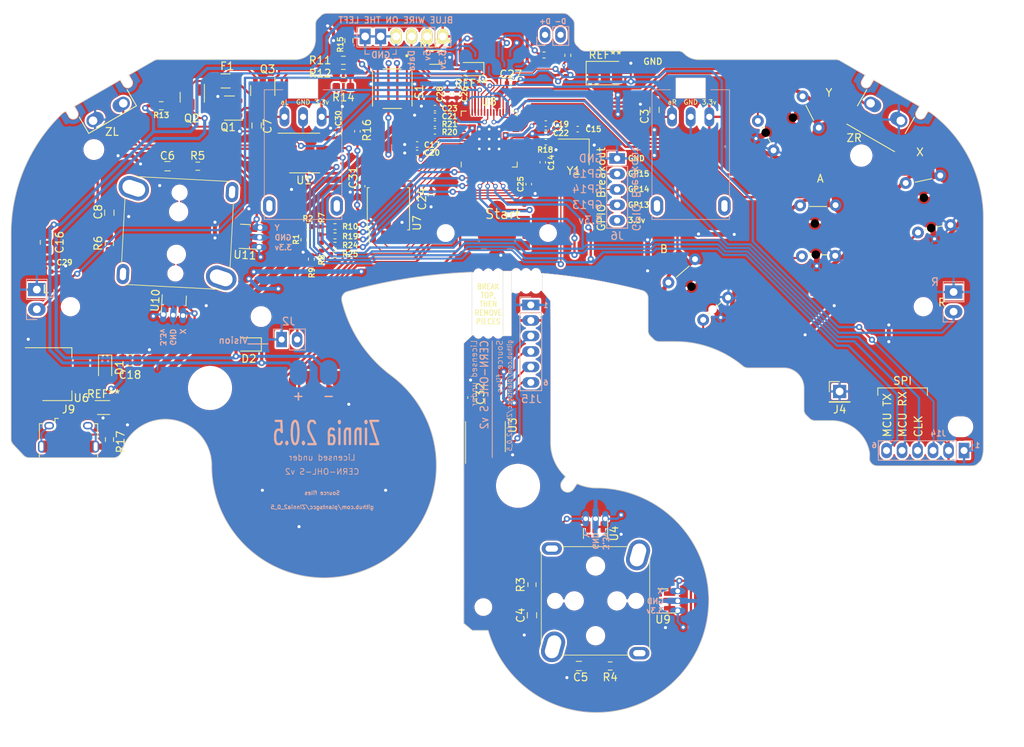
<source format=kicad_pcb>
(kicad_pcb (version 20221018) (generator pcbnew)
  (layers (0 "F.Cu" signal) (31 "B.Cu" signal) (36 "B.SilkS" user "B.Silkscreen") (37 "F.SilkS" user "F.Silkscreen") (38 "B.Mask" user) (39 "F.Mask" user) (44 "Edge.Cuts" user))
  (net 0 "")
  (net 1 "GND")
  (net 2 "+3V3")
  (net 3 "/A")
  (net 4 "/B")
  (net 5 "/X")
  (net 6 "/Y")
  (net 7 "/R")
  (net 8 "/Start")
  (net 9 "/Z")
  (net 10 "/Dleft")
  (net 11 "/Dup")
  (net 12 "/Dright")
  (net 13 "/Ddown")
  (net 14 "/Lanalog")
  (net 15 "/Ranalog")
  (net 16 "/L")
  (net 17 "/Stick_x_filt")
  (net 18 "/Stick_y_filt")
  (net 19 "/Ladder1")
  (net 20 "/Rumble")
  (net 21 "/C_x_filt")
  (net 22 "/C_y_filt")
  (net 23 "Net-(Q1-Pad1)")
  (net 24 "Net-(F1-Pad2)")
  (net 25 "Net-(Q1-Pad3)")
  (net 26 "/Brake")
  (net 27 "Net-(Q3-Pad1)")
  (net 28 "Net-(D2-Pad2)")
  (net 29 "VCC")
  (net 30 "/XIN")
  (net 31 "Net-(C15-Pad1)")
  (net 32 "+1V1")
  (net 33 "+5V")
  (net 34 "/V")
  (net 35 "/USB_D+")
  (net 36 "/USB_D-")
  (net 37 "/~{USB_BOOT}")
  (net 38 "/QSPI_SS")
  (net 39 "/XOUT")
  (net 40 "Net-(R20-Pad2)")
  (net 41 "Net-(R21-Pad2)")
  (net 42 "/QSPI_SD1")
  (net 43 "/QSPI_SD2")
  (net 44 "/QSPI_SD0")
  (net 45 "/QSPI_SCLK")
  (net 46 "/QSPI_SD3")
  (net 47 "/Ladder2")
  (net 48 "/Ladder3")
  (net 49 "/Ladder4")
  (net 50 "Net-(R1-Pad1)")
  (net 51 "Net-(R10-Pad1)")
  (net 52 "Net-(R19-Pad1)")
  (net 53 "Net-(R24-Pad1)")
  (net 54 "/GPIO12")
  (net 55 "/GPIO13")
  (net 56 "/GPIO14")
  (net 57 "/GPIO15")
  (net 58 "/SWCLK")
  (net 59 "/SWD")
  (net 60 "/RUN")
  (net 61 "/CS2")
  (net 62 "/CLK")
  (net 63 "/Dout")
  (net 64 "/Din")
  (net 65 "/GCC_DATA")
  (net 66 "/CS1")
  (net 67 "/H1XS")
  (net 68 "/H1YS")
  (net 69 "/H2YS")
  (net 70 "/H2XS")
  (net 71 "Net-(D1-Pad2)")
  (net 72 "/CLK2")
  (net 73 "/Dout2")
  (net 74 "/Din2")
  (net 75 "/CS2_2")
  (net 76 "/GND_C")
  (net 77 "/LeftZ")
  (net 78 "Net-(B5-Pad1)")
  (net 79 "Net-(J8-Pad6)")
  (net 80 "USB_D-_Raw")
  (net 81 "USB_D+_Raw")
  (net 82 "Net-(D5-Pad2)")
  (footprint "PhobGCC_2_0_0_footprints:ABXY_Contact_Omron_Switch_b3F" (layer "F.Cu") (at 152.24 51.08)
    (fp_text reference "SW1" hide)
    (fp_text value "A" hide)
  )
  (footprint "PhobGCC_2_0_0_footprints:Z_Switch_Edge_Omron" (layer "F.Cu") (at 161.141443 35.505 -30)
    (fp_text reference "SW8" hide)
    (fp_text value "Z" hide)
  )
  (footprint "PhobGCC_2_0_0_footprints:Dpad_Contact_TL3315NF_2" (layer "F.Cu") (at 80.74 81.13 180)
    (fp_text reference "SW9" hide)
    (fp_text value "Dleft" hide)
  )
  (footprint "PhobGCC_2_0_0_footprints:Dpad_Contact_TL3315NF_2" (layer "F.Cu") (at 88.69 73.18 -90)
    (fp_text reference "SW10" hide)
    (fp_text value "Dup" hide)
  )
  (footprint "PhobGCC_2_0_0_footprints:Dpad_Contact_TL3315NF_2" (layer "F.Cu") (at 96.64 81.13 180)
    (fp_text reference "SW11" hide)
    (fp_text value "Dright" hide)
  )
  (footprint "PhobGCC_2_0_0_footprints:Dpad_Contact_TL3315NF_2" (layer "F.Cu") (at 88.69 89.08 90)
    (fp_text reference "SW12" hide)
    (fp_text value "Ddown" hide)
  )
  (footprint "PhobGCC_2_0_0_footprints:GCC_Stickbox_Hall_Only" (layer "F.Cu") (at 69.795083 51.128232 177)
    (fp_text reference "U2" hide)
    (fp_text value "Stickbox_Assembly_Main")
  )
  (footprint "PhobGCC_2_0_0_footprints:C_0603_HandSoldering" (layer "F.Cu") (at 80 37.25 -90)
    (fp_text reference "C7")
    (fp_text value "0.047u")
  )
  (footprint "PhobGCC_2_0_0_footprints:C_0603_HandSoldering" (layer "F.Cu") (at 131.318 35.24 90)
    (fp_text reference "C3")
    (fp_text value "0.047u")
  )
  (footprint "PhobGCC_2_0_0_footprints:MountingHole_5.2mm" (layer "F.Cu") (at 73.99 71.13)
    (fp_text reference "H1" hide)
    (fp_text value "5.2mm")
  )
  (footprint "PhobGCC_2_0_0_footprints:MountingHole_2.0mm" (layer "F.Cu") (at 55.99 60.63)
    (fp_text reference "H3" hide)
    (fp_text value "2mm")
  )
  (footprint "PhobGCC_2_0_0_footprints:MountingHole_1.8mm" (layer "F.Cu") (at 104.39 51.13)
    (fp_text reference "H5" hide)
    (fp_text value "1.8mm")
  )
  (footprint "PhobGCC_2_0_0_footprints:MountingHole_1.8mm" (layer "F.Cu") (at 117.59 51.13)
    (fp_text reference "H6" hide)
    (fp_text value "1.8mm")
  )
  (footprint "PhobGCC_2_0_0_footprints:MountingHole_2.4mm" (layer "F.Cu") (at 157.99 41.13)
    (fp_text reference "H7" hide)
    (fp_text value "2.4mm")
  )
  (footprint "PhobGCC_2_0_0_footprints:MountingHole_2.0mm" (layer "F.Cu") (at 165.99 60.63)
    (fp_text reference "H4" hide)
    (fp_text value "2mm")
  )
  (footprint "PhobGCC_2_0_0_footprints:MountingHole_2.2mm" (layer "F.Cu") (at 59.006622 40.346621)
    (fp_text reference "H8" hide)
    (fp_text value "2.2mm")
  )
  (footprint "PhobGCC_2_0_0_footprints:Slot" (layer "F.Cu") (at 170.79 76.13)
    (fp_text reference "H2" hide)
    (fp_text value "Slot")
  )
  (footprint "PhobGCC_2_0_0_footprints:MountingHole_2.2mm" (layer "F.Cu") (at 80.573378 61.913378)
    (fp_text reference "H9" hide)
    (fp_text value "2.2mm")
  )
  (footprint "PhobGCC_2_0_0_footprints:ABXY_Contact_Omron_Switch" (layer "F.Cu") (at 137.04 58.78 41)
    (fp_text reference "SW2" hide)
    (fp_text value "B" hide)
  )
  (footprint "PhobGCC_2_0_0_footprints:Fuse_1206_3216Metric" (layer "F.Cu") (at 76 31.5)
    (fp_text reference "F1")
    (fp_text value "Fuse")
  )
  (footprint "PhobGCC_2_0_0_footprints:R_0603_1608Metric_Pad0.98x0.95mm_HandSolder" (layer "F.Cu") (at 91.19 32.23)
    (fp_text reference "R14")
    (fp_text value "10k")
  )
  (footprint "PhobGCC_2_0_0_footprints:SOIC-8_5.23x5.23mm_P1.27mm" (layer "F.Cu") (at 97 48 90)
    (fp_text reference "U7")
    (fp_text value "W25Q128JVS")
  )
  (footprint "PhobGCC_2_0_0_footprints:R_0402_1005Metric" (layer "F.Cu") (at 90.106 51.5)
    (fp_text reference "R19")
    (fp_text value "316")
  )
  (footprint "PhobGCC_2_0_0_footprints:R_0402_1005Metric" (layer "F.Cu") (at 86.606 50.3 180)
    (fp_text reference "R2")
    (fp_text value "180")
  )
  (footprint "PhobGCC_2_0_0_footprints:C_0402_1005Metric" (layer "F.Cu") (at 100.7 39.7 180)
    (fp_text reference "C17")
    (fp_text value "100n")
  )
  (footprint "PhobGCC_2_0_0_footprints:SOT-223-3_TabPin2" (layer "F.Cu") (at 54.26 69.34)
    (fp_text reference "U6")
    (fp_text value "AMS1117-3.3")
  )
  (footprint "PhobGCC_2_0_0_footprints:C_0402_1005Metric" (layer "F.Cu") (at 53.5 55.626 -90)
    (fp_text reference "C29")
    (fp_text value "100n")
  )
  (footprint "PhobGCC_2_0_0_footprints:Crystal_SMD_3225-4Pin_3.2x2.5mm" (layer "F.Cu") (at 120.9 40.65 180)
    (fp_text reference "Y1")
    (fp_text value "Crystal_GND24")
  )
  (footprint "PhobGCC_2_0_0_footprints:C_0402_1005Metric" (layer "F.Cu") (at 103 37)
    (fp_text reference "R21")
    (fp_text value "27")
  )
  (footprint "PhobGCC_2_0_0_footprints:R_0402_1005Metric" (layer "F.Cu") (at 88.356 50.8 90)
    (fp_text reference "R7")
    (fp_text value "180")
  )
  (footprint "PhobGCC_2_0_0_footprints:ABXY_Contact_Omron_Switch_b3F" (layer "F.Cu") (at 166.54 47.68 12)
    (fp_text reference "SW3" hide)
    (fp_text value "X" hide)
  )
  (footprint "PhobGCC_2_0_0_footprints:C_0402_1005Metric" (layer "F.Cu") (at 103 38)
    (fp_text reference "R20")
    (fp_text value "27")
  )
  (footprint "phlob2000020000:R_0402_1005Metric" (layer "F.Cu") (at 120.142 28.194 90)
    (fp_text reference "R27" hide)
    (fp_text value "5.1k")
  )
  (footprint "PhobGCC_2_0_0_footprints:C_0603_HandSoldering" (layer "F.Cu") (at 121.568 107.01 180)
    (fp_text reference "C5")
    (fp_text value "0.047u")
  )
  (footprint "PhobGCC_2_0_0_footprints:SW_TS-1187A-B-A-B" (layer "F.Cu") (at 97.5 32.5 -90)
    (fp_text reference "S1")
    (fp_text value "BOOTSEL")
  )
  (footprint "PhobGCC_2_0_0_footprints:C_0402_1005Metric" (layer "F.Cu") (at 105.8 33.2 90)
    (fp_text reference "C26")
    (fp_text value "100n")
  )
  (footprint "PhobGCC_2_0_0_footprints:SOT-23" (layer "F.Cu") (at 132.418 98.61 180)
    (fp_text reference "U9")
    (fp_text value "DRV5055A2xDBZxQ1")
  )
  (footprint "PhobGCC_2_0_0_footprints:C_0402_1005Metric" (layer "F.Cu") (at 102.5 46.25 -90)
    (fp_text reference "C24")
    (fp_text value "100n")
  )
  (footprint "PhobGCC_2_0_0_footprints:C_0402_1005Metric" (layer "F.Cu") (at 90.551 38.354 90)
    (fp_text reference "C30")
    (fp_text value "100n")
  )
  (footprint "Package_TO_SOT_SMD:SOT-666" (layer "F.Cu") (at 103.124 28.448)
    (fp_text reference "REF**")
    (fp_text value "USBLC6-2P6")
  )
  (footprint "PhobGCC_2_0_0_footprints:SOT-23" (layer "F.Cu") (at 123.716 89.91 -90)
    (fp_text reference "U4")
    (fp_text value "DRV5055A2xDBZxQ1")
  )
  (footprint "PhobGCC_2_0_0_footprints:Z_Switch_Edge_Omron" (layer "F.Cu") (at 60.85277 35.505 30)
    (fp_text reference "SW8L" hide)
    (fp_text value "ZL" hide)
  )
  (footprint "PhobGCC_2_0_0_footprints:R_0402_1005Metric" (layer "F.Cu") (at 90.106 50.3)
    (fp_text reference "R10")
    (fp_text value "316")
  )
  (footprint "Diode_SMD:D_SOD-323" (layer "F.Cu") (at 107.696 29.972 180)
    (fp_text reference "REF**")
    (fp_text value "D_SOD-323")
  )
  (footprint "PhobGCC_2_0_0_footprints:C_0402_1005Metric" (layer "F.Cu") (at 116.9 42 -90)
    (fp_text reference "C14")
    (fp_text value "27p")
  )
  (footprint "PhobGCC_2_0_0_footprints:C_0402_1005Metric" (layer "F.Cu") (at 107.5944 72.3646 90)
    (fp_text reference "C32")
    (fp_text value "100n")
  )
  (footprint "PhobGCC_2_0_0_footprints:R_0402_1005Metric" (layer "F.Cu") (at 87.056 54.5 90)
    (fp_text reference "R9")
    (fp_text value "180")
  )
  (footprint "PhobGCC_2_0_0_footprints:C_0805_2012Metric" (layer "F.Cu") (at 52.832 52.324 -90)
    (fp_text reference "C16")
    (fp_text value "10u")
  )
  (footprint "PhobGCC_2_0_0_footprints:R_0402_1005Metric" (layer "F.Cu") (at 86.106 52 -90)
    (fp_text reference "R1")
    (fp_text value "180")
  )
  (footprint "PhobGCC_2_0_0_footprints:SOIC-8_3.9x4.9mm_P1.27mm" (layer "F.Cu") (at 109.518 77.41 90)
    (fp_text reference "U3")
    (fp_text value "MCP3002")
  )
  (footprint "phlob2000020000:USB_Micro-B_Amphenol_10118194_Horizontal" (layer "F.Cu") (at 55.74 77.39)
    (fp_text reference "J9")
    (fp_text value "USB_B_Micro")
  )
  (footprint "PhobGCC_2_0_0_footprints:C_0402_1005Metric" (layer "F.Cu") (at 117.3 38.2)
    (fp_text reference "C22")
    (fp_text value "100n")
  )
  (footprint "PhobGCC_2_0_0_footprints:RP2040-QFN-56" (layer "F.Cu") (at 110 39 90)
    (fp_text reference "U8")
    (fp_text value "RP2040")
  )
  (footprint "PhobGCC_2_0_0_footprints:C_0402_1005Metric" (layer "F.Cu") (at 100.7 40.8 180)
    (fp_text reference "C20")
    (fp_text value "100n")
  )
  (footprint "PhobGCC_2_0_0_footprints:SOT-23" (layer "F.Cu") (at 80.79 32.75 -90)
    (fp_text reference "Q3")
    (fp_text value "Q_NMOS_GSD" hide)
  )
  (footprint "PhobGCC_2_0_0_footprints:R_0402_1005Metric" (layer "F.Cu") (at 90.106 53.9)
    (fp_text reference "R25")
    (fp_text value "316")
  )
  (footprint "PhobGCC_2_0_0_footprints:R_0603_1608Metric_Pad0.98x0.95mm_HandSolder" (layer "F.Cu") (at 67.7 34.7 180)
    (fp_text reference "R13")
    (fp_text value "10k")
  )
  (footprint "PhobGCC_2_0_0_footprints:Dpad_Contact_TL3315NF_2" (layer "F.Cu") (at 111 51.1 180)
    (fp_text reference "SW5" hide)
    (fp_text value "Start")
  )
  (footprint "Package_TO_SOT_SMD:SOT-666" (layer "F.Cu") (at 60.26 73.65)
    (fp_text reference "REF**")
    (fp_text value "USBLC6-2P6")
  )
  (footprint "PhobGCC_2_0_0_footprints:PinHeader_1x01_P2.54mm_Vertical" (layer "F.Cu") (at 155.194 71.628)
    (fp_text reference "J4")
    (fp_text value "Conn_01x01")
  )
  (footprint "PhobGCC_2_0_0_footprints:C_0603_HandSoldering" (layer "F.Cu") (at 115.518 100.46 -90)
    (fp_text reference "C4")
    (fp_text value "0.047u")
  )
  (footprint "PhobGCC_2_0_0_footprints:breakaway-mousebites-double-v2-small" (layer "F.Cu") (at 114.5272 56.049325 180)
    (fp_text reference "H14" hide)
    (fp_text value "MouseBite" hide)
  )
  (footprint "PhobGCC_2_0_0_footprints:C_0603_HandSoldering" (layer "F.Cu") (at 68.5 42.5 180)
    (fp_text reference "C6")
    (fp_text value "0.047u")
  )
  (footprint "PhobGCC_2_0_0_footprints:C_0402_1005Metric" (layer "F.Cu") (at 93.599 45.085 -90)
    (fp_text reference "C31")
    (fp_text value "100n")
  )
  (footprint "PhobGCC_2_0_0_footprints:R_0603_1608Metric_Pad0.98x0.95mm_HandSolder" (layer "F.Cu") (at 91.9 26.3 -90)
    (fp_text reference "R15")
    (fp_text value "10k")
  )
  (footprint "PhobGCC_2_0_0_footprints:R_0603_1608Metric_Pad0.98x0.95mm_HandSolder" (layer "F.Cu") (at 115.518 96.51 90)
    (fp_text reference "R3")
    (fp_text value "2k")
  )
  (footprint "PhobGCC_2_0_0_footprints:C_0402_1005Metric" (layer "F.Cu") (at 117.3 39.4)
    (fp_text reference "R18")
    (fp_text value "1k")
  )
  (footprint "PhobGCC_2_0_0_footprints:R_0402_1005Metric" (layer "F.Cu") (at 90.106 52.7)
    (fp_text reference "R24")
    (fp_text value "316")
  )
  (footprint "Capacitor_Tantalum_SMD:CP_EIA-3528-12_Kemet-T" (layer "F.Cu") (at 124.968 30.48)
    (fp_text reference "REF**")
    (fp_text value "47u")
  )
  (footprint "PhobGCC_2_0_0_footprints:SOT-23" (layer "F.Cu") (at 78.475 51.575 177)
    (fp_text reference "U11")
    (fp_text value "DRV5055A2xDBZxQ1")
  )
  (footprint "PhobGCC_2_0_0_footprints:GCC_Stickbox_Hall_Only" (layer "F.Cu") (at 123.719 98.604552 -90)
    (fp_text reference "U5" hide)
    (fp_text value "Stickbox_Assembly_CStick")
  )
  (footprint "PhobGCC_2_0_0_footprints:SOT-23" (layer "F.Cu") (at 69.350935 59.811215 87)
    (fp_text reference "U10")
    (fp_text value "DRV5055A2xDBZxQ1")
  )
  (footprint "PhobGCC_2_0_0_footprints:R_0603_1608Metric_Pad0.98x0.95mm_HandSolder" (layer "F.Cu") (at 125.6055 107.01)
    (fp_text reference "R4")
    (fp_text value "2k")
  )
  (footprint "phlob2000020000:R_0402_1005Metric" (layer "F.Cu") (at 117.075 28.15)
    (fp_text reference "R29" hide)
    (fp_text value "5.1k")
  )
  (footprint "PhobGCC_2_0_0_footprints:breakaway-mousebites-double-v2-large" (layer "F.Cu") (at 110.1104 62.67685)
    (fp_text reference "H15" hide)
    (fp_text value "MouseBite" hide)
  )
  (footprint "PhobGCC_2_0_0_footprints:R_0603_1608Metric_Pad0.98x0.95mm_HandSolder" (layer "F.Cu") (at 61 52.5 -90)
    (fp_text reference "R6")
    (fp_text value "2k")
  )
  (footprint "Diode_SMD:D_SOD-323" (layer "F.Cu") (at 60.46 68.4925 -90)
    (fp_text reference "D1")
    (fp_text value "CUS10S30,H3F" hide)
  )
  (footprint "PhobGCC_2_0_0_footprints:MountingHole_5.2mm" (layer "F.Cu") (at 113.719 83.754552 90)
    (fp_text reference "H11" hide)
    (fp_text value "MountingHole")
  )
  (footprint "PhobGCC_2_0_0_footprints:R_0402_1005Metric" (layer "F.Cu") (at 88.356 52.9 90)
    (fp_text reference "R8")
    (fp_text value "180")
  )
  (footprint "PhobGCC_2_0_0_footprints:C_0402_1005Metric" (layer "F.Cu") (at 104.6 33.2 90)
    (fp_text reference "C28")
    (fp_text value "100n")
  )
  (footprint "PhobGCC_2_0_0_footprints:C_0402_1005Metric" (layer "F.Cu") (at 103 36 180)
    (fp_text reference "C21")
    (fp_text value "1u")
  )
  (footprint "PhobGCC_2_0_0_footprints:PinHeader_1x02_P2.00mm_Vertical" (layer "F.Cu") (at 117.2 25.55 90)
    (fp_text reference "J11" hide)
    (fp_text value "Conn_01x02" hide)
  )
  (footprint "PhobGCC_2_0_0_footprints:SOT-23" (layer "F.Cu") (at 76.5 35 180)
    (fp_text reference "Q1")
    (fp_text value "Q_NMOS_GSD")
  )
  (footprint "PhobGCC_2_0_0_footprints:C_0402_1005Metric" (layer "F.Cu") (at 93 38 90)
    (fp_text reference "R16")
    (fp_text value "1k")
  )
  (footprint "PhobGCC_2_0_0_footprints:C_0402_1005Metric" (layer "F.Cu") (at 121.412 37.719)
    (fp_text reference "C15")
    (fp_text value "27p")
  )
  (footprint "Diode_SMD:D_SOD-323" (layer "F.Cu") (at 79 65.51 180)
    (fp_text reference "D2")
    (fp_text value "M7C")
  )
  (footprint "PhobGCC_2_0_0_footprints:C_0402_1005Metric" (layer "F.Cu") (at 103 35 180)
    (fp_text reference "C23")
    (fp_text value "1u")
  )
  (footprint "PhobGCC_2_0_0_footprints:MountingHole_2.0mm" (layer "F.Cu") (at 123.719 94.104552 90)
    (fp_text reference "H13" hide)
    (fp_text value "MountingHole")
  )
  (footprint "PhobGCC_2_0_0_footprints:R_0603_1608Metric_Pad0.98x0.95mm_HandSolder" (layer "F.Cu") (at 91.19 28.83 180)
    (fp_text reference "R11")
    (fp_text value "100R")
  )
  (footprint "PhobGCC_2_0_0_footprints:C_0402_1005Metric" (layer "F.Cu") (at 115.1 44.82 -90)
    (fp_text reference "C25")
    (fp_text value "100n")
  )
  (footprint "PhobGCC_2_0_0_footprints:R_0603_1608Metric_Pad0.98x0.95mm_HandSolder" (layer "F.Cu") (at 72.4125 42.5)
    (fp_text reference "R5")
    (fp_text value "2k")
  )
  (footprint "PhobGCC_2_0_0_footprints:MountingHole_2.0mm" (layer "F.Cu") (at 123.719 103.104552 90)
    (fp_text reference "H12" hide)
    (fp_text value "MountingHole")
  )
  (footprint "PhobGCC_2_0_0_footprints:SOIC-8_3.9x4.9mm_P1.27mm" (layer "F.Cu") (at 86.2 40.8)
    (fp_text reference "U1")
    (fp_text value "MCP3002")
  )
  (footprint "PhobGCC_2_0_0_footprints:MountingHole_1.8mm" (layer "F.Cu") (at 109.244 99.404552 90)
    (fp_text reference "H10" hide)
    (fp_text value "MountingHole")
  )
  (footprint "PhobGCC_2_0_0_footprints:C_0603_HandSoldering" (layer "F.Cu") (at 61 48.5 90)
    (fp_text reference "C8")
    (fp_text value "0.047u")
  )
  (footprint "PhobGCC_2_0_0_footprints:C_0402_1005Metric" (layer "F.Cu") (at 112.775 31.8)
    (fp_text reference "C27")
    (fp_text value "100n")
  )
  (footprint "Resistor_SMD:R_0603_1608Metric_Pad0.98x0.95mm_HandSolder" (layer "F.Cu") (at 61.02 77.78 90)
    (fp_text reference "R17")
    (fp_text value "100k")
  )
  (footprint "PhobGCC_2_0_0_footprints:C_0805_2012Metric" (layer "F.Cu") (at 63.67 67.54)
    (fp_text reference "C18")
    (fp_text value "10u")
  )
  (footprint "PhobGCC_2_0_0_footprints:SOT-23" (layer "F.Cu") (at 71.7 33.6 -90)
    (fp_text reference "Q2")
    (fp_text value "Q_PMOS_GDS")
  )
  (footprint "PhobGCC_2_0_0_footprints:ABXY_Contact_Omron_Switch_b3F" (layer "F.Cu") (at 148.24 36.98 -63)
    (fp_text reference "SW4" hide)
    (fp_text value "Y" hide)
  )
  (footprint "PhobGCC_2_0_0_footprints:R_0603_1608Metric_Pad0.98x0.95mm_HandSolder" (layer "F.Cu") (at 91.186 30.53 180)
    (fp_text reference "R12")
    (fp_text value "100R")
  )
  (footprint "PhobGCC_2_0_0_footprints:C_0402_1005Metric" (layer "F.Cu") (at 117.3 37)
    (fp_text reference "C19")
    (fp_text value "100n")
  )
  (footprint "PhobGCC_2_0_0_footprints:Pin_Header_Straight_1x02_Pitch2.54mm" (layer "B.Cu") (at 51.65 60.965)
    (fp_text reference "SW6" hide)
    (fp_text value "L" hide)
  )
  (footprint "PhobGCC_2_0_0_footprints:Pin_Header_Straight_1x02_Pitch2.54mm" (layer "B.Cu") (at 169.9 61.275)
    (fp_text reference "SW7" hide)
    (fp_text value "R" hide)
  )
  (footprint "PhobGCC_2_0_0_footprints:GCC_Slider" (layer "B.Cu") (at 135.99 36.13 180)
    (fp_text reference "RV2" hide)
    (fp_text value "R_POT_MountingPin")
  )
  (footprint "PhobGCC_2_0_0_footprints:GCC_Slider" (layer "B.Cu") (at 85.99 36.13 180)
    (fp_text reference "RV1" hide)
    (fp_text value "R_POT_MountingPin")
  )
  (footprint "PhobGCC_2_0_0_footprints:GCC_Header_Straight_1x06_Pitch2.00mm" (layer "B.Cu") (at 103.99 25.63 90)
    (fp_text reference "J1" hide)
    (fp_text value "Conn_01x06_Female")
  )
  (footprint "Connector_PinSocket_2.00mm:PinSocket_1x06_P2.00mm_Vertical" (layer "B.Cu") (at 126.5 51.5)
    (fp_text reference "J6")
    (fp_text value "Conn_01x06")
  )
  (footprint "PhobGCC_2_0_0_footprints:PinSocket_1x06_P2.00mm_Vertical" (layer "B.Cu") (at 115.3668 60.41 180)
    (fp_text reference "J15")
    (fp_text value "Conn_01x06")
  )
  (footprint "PhobGCC_2_0_0_footprints:rumble_pins" (layer "B.Cu") (at 86.182 69.118 -90)
    (fp_text reference "J5" hide)
    (fp_text value "Rumble" hide)
  )
  (footprint "PhobGCC_2_0_0_footprints:PinSocket_1x06_P2.00mm_Vertical" (layer "B.Cu") (at 171.25 79.2 90)
    (fp_text reference "J14")
    (fp_text value "Conn_01x06")
  )
  (footprint "PhobGCC_2_0_0_footprints:PinHeader_1x02_P2.00mm_Vertical" (layer "B.Cu") (at 83.2264 64.8716 -90)
    (fp_text reference "J2")
    (fp_text value "Conn_01x02")
  )
  (gr_line (start 94.5388 28.0416) (end 93.98 28.0416) (stroke (width 0.12)) (layer "B.SilkS"))
  (gr_line (start 97.536 28.0416) (end 97.9932 28.0416) (stroke (width 0.12)) (layer "B.SilkS"))
  (gr_line (start 110.3884 65.0748) (end 110.3884 80.1116) (stroke (width 0.12)) (layer "B.SilkS"))
  (gr_line (start 97.9932 28.0416) (end 97.9932 27.5336) (stroke (width 0.12)) (layer "B.SilkS"))
  (gr_line (start 93.98 28.0416) (end 93.98 27.5336) (stroke (width 0.12)) (layer "B.SilkS"))
  (gr_line (start 160.1216 71.12) (end 160.1216 72.0852) (stroke (width 0.12)) (layer "F.SilkS"))
  (gr_line (start 166.5224 71.12) (end 166.5224 72.0852) (stroke (width 0.12)) (layer "F.SilkS"))
  (gr_line (start 160.1216 71.12) (end 166.5224 71.12) (stroke (width 0.12)) (layer "F.SilkS"))
  (gr_line (start 84.09 33.73) (end 84.09 31.13) (stroke (width 0.05)) (layer "Edge.Cuts"))
  (gr_line (start 134.09 33.73) (end 134.09 31.13) (stroke (width 0.05)) (layer "Edge.Cuts"))
  (gr_line (start 112.86 64.388391) (end 112.8618 56.326618) (stroke (width 0.05)) (layer "Edge.Cuts"))
  (gr_line (start 160.035421 81.176124) (end 172.317318 81.176124) (stroke (width 0.1)) (layer "Edge.Cuts"))
  (gr_line (start 165.087895 35.462132) (end 165.486672 34.768607) (stroke (width 0.1)) (layer "Edge.Cuts"))
  (gr_arc (start 50.650049 80.130838) (mid 50.274169 80.05541) (end 49.954213 79.844213) (stroke (width 0.1)) (layer "Edge.Cuts"))
  (gr_line (start 51.632049 80.130795) (end 50.650049 80.130838) (stroke (width 0.1)) (layer "Edge.Cuts"))
  (gr_line (start 119.842883 82.558942) (end 119.376378 83.178617) (stroke (width 0.1)) (layer "Edge.Cuts"))
  (gr_line (start 150.597106 71.137107) (end 150.597106 73.922893) (stroke (width 0.1)) (layer "Edge.Cuts"))
  (gr_line (start 152.011319 75.337107) (end 154.134915 75.337107) (stroke (width 0.1)) (layer "Edge.Cuts"))
  (gr_line (start 158.464731 30.730991) (end 155.228573 28.8702) (stroke (width 0.1)) (layer "Edge.Cuts"))
  (gr_arc (start 166.214873 36.110144) (mid 165.327396 36.349596) (end 165.087895 35.462132) (stroke (width 0.1)) (layer "Edge.Cuts"))
  (gr_line (start 134.09 31.13) (end 137.89 31.13) (stroke (width 0.05)) (layer "Edge.Cuts"))
  (gr_line (start 48.324622 51.137329) (end 48.324623 76.664224) (stroke (width 0.1)) (layer "Edge.Cuts"))
  (gr_line (start 173.024425 80.883231) (end 173.438638 80.469018) (stroke (width 0.1)) (layer "Edge.Cuts"))
  (gr_line (start 159.591709 31.379003) (end 159.192932 32.072529) (stroke (width 0.1)) (layer "Edge.Cuts"))
  (gr_line (start 87.89 33.73) (end 84.09 33.73) (stroke (width 0.05)) (layer "Edge.Cuts"))
  (gr_line (start 106.7054 65.3796) (end 107.7722 64.3636) (stroke (width 0.05)) (layer "Edge.Cuts"))
  (gr_arc (start 129.749616 58.543703) (mid 130.288467 58.899951) (end 130.497106 59.511297) (stroke (width 0.1)) (layer "Edge.Cuts"))
  (gr_line (start 106.715107 101.504552) (end 107.824 102.423717) (stroke (width 0.1)) (layer "Edge.Cuts"))
  (gr_arc (start 90.998864 59.88648) (mid 91.110473 59.140878) (end 91.710992 58.685076) (stroke (width 0.1)) (layer "Edge.Cuts"))
  (gr_arc (start 87.597106 26.137107) (mid 86.835584 27.975585) (end 84.997107 28.737107) (stroke (width 0.1)) (layer "Edge.Cuts"))
  (gr_line (start 87.597106 24.180963) (end 87.597106 26.137107) (stroke (width 0.1)) (layer "Edge.Cuts"))
  (gr_arc (start 87.597106 24.180963) (mid 87.67324 23.798285) (end 87.889999 23.473856) (stroke (width 0.1)) (layer "Edge.Cuts"))
  (gr_arc (start 116.8618 56.326618) (mid 123.353576 57.156903) (end 129.749616 58.543702) (stroke (width 0.05)) (layer "Edge.Cuts"))
  (gr_line (start 166.997106 35.637107) (end 166.61365 35.41662) (stroke (width 0.1)) (layer "Edge.Cuts"))
  (gr_arc (start 131.911318 65.137107) (mid 131.528632 65.060994) (end 131.204212 64.844213) (stroke (width 0.1)) (layer "Edge.Cuts"))
  (gr_arc (start 136.997106 28.737107) (mid 135.981533 28.530562) (end 135.127319 27.943733) (stroke (width 0.1)) (layer "Edge.Cuts"))
  (gr_arc (start 123.824 84.023717) (mid 122.552654 83.885186) (end 121.341069 83.475824) (stroke (width 0.1)) (layer "Edge.Cuts"))
  (gr_line (start 62.801281 32.07253) (end 62.402504 31.379004) (stroke (width 0.1)) (layer "Edge.Cuts"))
  (gr_line (start 120.874563 84.176335) (end 121.341069 83.475824) (stroke (width 0.1)) (layer "Edge.Cuts"))
  (gr_line (start 130.789999 64.43) (end 131.204212 64.844213) (stroke (width 0.1)) (layer "Edge.Cuts"))
  (gr_arc (start 66.76564 28.870201) (mid 67.006144 28.770955) (end 67.264111 28.737107) (stroke (width 0.1)) (layer "Edge.Cuts"))
  (gr_line (start 106.718 82.260552) (end 106.717957 82.882552) (stroke (width 0.1)) (layer "Edge.Cuts"))
  (gr_line (start 159.064982 79.503773) (end 159.049408 80.34279) (stroke (width 0.1)) (layer "Edge.Cuts"))
  (gr_line (start 106.717957 92.183552) (end 106.715107 101.504552) (stroke (width 0.1)) (layer "Edge.Cuts"))
  (gr_arc (start 120.704213 23.473856) (mid 120.920996 23.798275) (end 120.997106 24.180963) (stroke (width 0.1)) (layer "Edge.Cuts"))
  (gr_arc (start 56.906318 35.462133) (mid 56.666815 36.3496) (end 55.77934 36.110145) (stroke (width 0.1)) (layer "Edge.Cuts"))
  (gr_line (start 150.889999 74.63) (end 151.304212 75.044213) (stroke (width 0.1)) (layer "Edge.Cuts"))
  (gr_line (start 111.7788 64.389609) (end 111.7788 56.03) (stroke (width 0.05)) (layer "Edge.Cuts"))
  (gr_line (start 117.924 78.123717) (end 117.924 74.923717) (stroke (width 0.1)) (layer "Edge.Cuts"))
  (gr_arc (start 48.324623 51.137329) (mid 50.075378 42.704704) (end 54.997108 35.63711) (stroke (width 0.1)) (layer "Edge.Cuts"))
  (gr_arc (start 166.997106 35.637107) (mid 171.965561 41.590379) (end 173.747106 49.137107) (stroke (width 0.1)) (layer "Edge.Cuts"))
  (gr_line (start 88.304212 23.059643) (end 87.889999 23.473856) (stroke (width 0.1)) (layer "Edge.Cuts"))
  (gr_line (start 112.8618 56.03) (end 112.8618 56.326618) (stroke (width 0.05)) (layer "Edge.Cuts"))
  (gr_arc (start 133.997106 65.137106) (mid 138.639987 65.953411) (end 142.725996 68.304417) (stroke (width 0.1)) (layer "Edge.Cuts"))
  (gr_arc (start 143.367271 68.537106) (mid 143.026181 68.477126) (end 142.725996 68.304417) (stroke (width 0.1)) (layer "Edge.Cuts"))
  (gr_line (start 166.61365 35.41662) (end 166.214873 36.110145) (stroke (width 0.1)) (layer "Edge.Cuts"))
  (gr_line (start 60.933049 80.130795) (end 51.632049 80.130795) (stroke (width 0.1)) (layer "Edge.Cuts"))
  (gr_line (start 137.89 31.13) (end 137.89 33.73) (stroke (width 0.05)) (layer "Edge.Cuts"))
  (gr_line (start 120.997106 26.224375) (end 120.997106 24.180963) (stroke (width 0.1)) (layer "Edge.Cuts"))
  (gr_arc (start 122.411319 27.638589) (mid 122.028633 27.562474) (end 121.704212 27.345696) (stroke (width 0.1)) (layer "Edge.Cuts"))
  (gr_line (start 120.704212 23.473856) (end 120.289999 23.059643) (stroke (width 0.1)) (layer "Edge.Cuts"))
  (gr_arc (start 62.525291 79.418499) (mid 69.101064 75.232805) (end 74.197104 81.131207) (stroke (width 0.1)) (layer "Edge.Cuts"))
  (gr_line (start 84.09 31.13) (end 87.89 31.13) (stroke (width 0.05)) (layer "Edge.Cuts"))
  (gr_arc (start 154.134914 75.337106) (mid 157.362394 76.518301) (end 159.064982 79.503773) (stroke (width 0.1)) (layer "Edge.Cuts"))
  (gr_line (start 165.486672 34.768607) (end 159.591709 31.379003) (stroke (width 0.1)) (layer "Edge.Cuts"))
  (gr_line (start 63.529482 30.730992) (end 63.928259 31.424517) (stroke (width 0.1)) (layer "Edge.Cuts"))
  (gr_arc (start 121.289999 26.931482) (mid 121.073232 26.607056) (end 120.997106 26.224375) (stroke (width 0.1)) (layer "Edge.Cuts"))
  (gr_line (start 130.497106 59.511297) (end 130.497106 63.722893) (stroke (width 0.1)) (layer "Edge.Cuts"))
  (gr_arc (start 63.928259 31.424517) (mid 63.688818 32.312106) (end 62.801281 32.072529) (stroke (width 0.1)) (layer "Edge.Cuts"))
  (gr_arc (start 97.361546 69.510518) (mid 95.198917 94.097683) (end 74.197104 81.131207) (stroke (width 0.1)) (layer "Edge.Cuts"))
  (gr_line (start 111.7788 64.389609) (end 112.86 64.388391) (stroke (width 0.05)) (layer "Edge.Cuts"))
  (gr_arc (start 88.304212 23.059642) (mid 88.628634 22.842865) (end 89.011319 22.766749) (stroke (width 0.1)) (layer "Edge.Cuts"))
  (gr_line (start 107.824 102.423717) (end 109.858328 102.423717) (stroke (width 0.1)) (layer "Edge.Cuts"))
  (gr_arc (start 152.011318 75.337107) (mid 151.628632 75.260994) (end 151.304212 75.044213) (stroke (width 0.1)) (layer "Edge.Cuts"))
  (gr_line (start 134.40817 27.638589) (end 122.411319 27.638589) (stroke (width 0.1)) (layer "Edge.Cuts"))
  (gr_line (start 117.924 63.695835) (end 117.9068 59.8932) (stroke (width 0.05)) (layer "Edge.Cuts"))
  (gr_line (start 173.747106 78.922893) (end 173.747106 49.137107) (stroke (width 0.1)) (layer "Edge.Cuts"))
  (gr_arc (start 150.889999 74.63) (mid 150.673227 74.305576) (end 150.597106 73.922893) (stroke (width 0.1)) (layer "Edge.Cuts"))
  (gr_line (start 117.9068 59.8932) (end 116.8618 58.645093) (stroke (width 0.05)) (layer "Edge.Cuts"))
  (gr_arc (start 160.03542 81.176124) (mid 159.389924 80.939885) (end 159.049408 80.34279) (stroke (width 0.1)) (layer "Edge.Cuts"))
  (gr_line (start 55.77934 36.110146) (end 55.380563 35.416621) (stroke (width 0.1)) (layer "Edge.Cuts"))
  (gr_line (start 119.582892 22.766749) (end 89.011319 22.766749) (stroke (width 0.1)) (layer "Edge.Cuts"))
  (gr_line (start 154.730102 28.737107) (end 136.997106 28.737107) (stroke (width 0.1)) (layer "Edge.Cuts"))
  (gr_line (start 87.89 31.13) (end 87.89 33.73) (stroke (width 0.05)) (layer "Edge.Cuts"))
  (gr_line (start 48.580644 78.393364) (end 49.954213 79.844213) (stroke (width 0.1)) (layer "Edge.Cuts"))
  (gr_line (start 158.065954 31.424516) (end 158.464731 30.730991) (stroke (width 0.1)) (layer "Edge.Cuts"))
  (gr_arc (start 159.192932 32.072528) (mid 158.305412 32.312055) (end 158.065954 31.424516) (stroke (width 0.1)) (layer "Edge.Cuts"))
  (gr_arc (start 91.710992 58.685076) (mid 99.669286 56.966979) (end 107.773266 56.1848) (stroke (width 0.1)) (layer "Edge.Cuts"))
  (gr_line (start 111.7788 56.03) (end 112.8618 56.03) (stroke (width 0.05)) (layer "Edge.Cuts"))
  (gr_line (start 137.89 33.73) (end 134.09 33.73) (stroke (width 0.05)) (layer "Edge.Cuts"))
  (gr_arc (start 173.024425 80.883231) (mid 172.7 81.1) (end 172.317318 81.176124) (stroke (width 0.1)) (layer "Edge.Cuts"))
  (gr_line (start 117.924 74.923717) (end 117.924 63.695835) (stroke (width 0.05)) (layer "Edge.Cuts"))
  (gr_line (start 106.717957 82.882552) (end 106.717957 92.183552) (stroke (width 0.1)) (layer "Edge.Cuts"))
  (gr_line (start 66.76564 28.870201) (end 63.529482 30.730992) (stroke (width 0.1)) (layer "Edge.Cuts"))
  (gr_arc (start 173.747106 78.922894) (mid 173.669241 79.711192) (end 173.438638 80.469017) (stroke (width 0.1)) (layer "Edge.Cuts"))
  (gr_arc (start 119.582893 22.766749) (mid 119.965576 22.84287) (end 120.289999 23.059643) (stroke (width 0.1)) (layer "Edge.Cuts"))
  (gr_arc (start 97.361543 69.510519) (mid 93.338817 65.254761) (end 90.998865 59.886481) (stroke (width 0.1)) (layer "Edge.Cuts"))
  (gr_arc (start 147.997106 68.537107) (mid 149.835579 69.298634) (end 150.597106 71.137107) (stroke (width 0.1)) (layer "Edge.Cuts"))
  (gr_line (start 62.402504 31.379004) (end 56.507541 34.768608) (stroke (width 0.1)) (layer "Edge.Cuts"))
  (gr_line (start 116.8618 56.326618) (end 116.8618 58.645093) (stroke (width 0.05)) (layer "Edge.Cuts"))
  (gr_arc (start 120.874563 84.176335) (mid 119.626662 84.426561) (end 119.376378 83.178617) (stroke (width 0.1)) (layer "Edge.Cuts"))
  (gr_line (start 48.324623 76.664224) (end 48.324713 77.719127) (stroke (width 0.1)) (layer "Edge.Cuts"))
  (gr_arc (start 134.40817 27.638589) (mid 134.79878 27.718019) (end 135.127319 27.943733) (stroke (width 0.1)) (layer "Edge.Cuts"))
  (gr_arc (start 123.824 84.023717) (mid 135.374437 107.290544) (end 109.858328 102.423717) (stroke (width 0.1)) (layer "Edge.Cuts"))
  (gr_line (start 84.997107 28.737107) (end 67.264111 28.737107) (stroke (width 0.1)) (layer "Edge.Cuts"))
  (gr_line (start 106.718 82.260552) (end 106.718 75.005) (stroke (width 0.1)) (layer "Edge.Cuts"))
  (gr_line (start 61.57 80.1341) (end 60.933049 80.130795) (stroke (width 0.1)) (layer "Edge.Cuts"))
  (gr_arc (start 154.730102 28.737106) (mid 154.988068 28.770953) (end 155.228573 28.8702) (stroke (width 0.1)) (layer "Edge.Cuts"))
  (gr_line (start 121.704212 27.345696) (end 121.289999 26.931482) (stroke (width 0.1)) (layer "Edge.Cuts"))
  (gr_line (start 55.380563 35.416621) (end 54.997108 35.63711) (stroke (width 0.1)) (layer "Edge.Cuts"))
  (gr_arc (start 62.525291 79.418499) (mid 62.165514 79.93365) (end 61.57 80.1341) (stroke (width 0.1)) (layer "Edge.Cuts"))
  (gr_line (start 56.507541 34.768608) (end 56.906318 35.462133) (stroke (width 0.1)) (layer "Edge.Cuts"))
  (gr_line (start 106.718 75.005) (end 106.7054 65.3796) (stroke (width 0.05)) (layer "Edge.Cuts"))
  (gr_line (start 107.7722 64.3636) (end 107.773266 56.1848) (stroke (width 0.05)) (layer "Edge.Cuts"))
  (gr_line (start 143.367271 68.537107) (end 147.997106 68.537107) (stroke (width 0.1)) (layer "Edge.Cuts"))
  (gr_arc (start 119.842883 82.558942) (mid 118.408322 80.546891) (end 117.924 78.123717) (stroke (width 0.1)) (layer "Edge.Cuts"))
  (gr_arc (start 130.789999 64.43) (mid 130.573227 64.105576) (end 130.497106 63.722893) (stroke (width 0.1)) (layer "Edge.Cuts"))
  (gr_arc (start 48.580644 78.393364) (mid 48.389465 78.08024) (end 48.324713 77.719127) (stroke (width 0.1)) (layer "Edge.Cuts"))
  (gr_line (start 131.911319 65.137107) (end 133.997106 65.137107) (stroke (width 0.1)) (layer "Edge.Cuts"))
  (gr_text "X" (at 132.4864 97.3328) (layer "B.SilkS") (effects (font (size 0.7 0.7)) (justify left mirror)))
  (gr_text "github.com/plantsgcc/Zinnia2_0_5" (at 88.45 86.5) (layer "B.SilkS") (effects (font (size 0.5 0.5) (thickness 0.1)) (justify mirror)))
  (gr_text "D+" (at 117.2 23.8) (layer "B.SilkS") (effects (font (size 0.65 0.65)) (justify mirror)))
  (gr_text "github.com/plantsgcc/Zinnia2_0_5" (at 112.6236 64.8716 90) (layer "B.SilkS") (effects (font (size 0.6 0.54) (thickness 0.09)) (justify left mirror)))
  (gr_text "R" (at 167.5 57.45) (layer "B.SilkS") (effects (font (size 1 1)) (justify mirror)))
  (gr_text "Source files" (at 111.3536 64.8716 90) (layer "B.SilkS") (effects (font (size 0.75 0.75) (thickness 0.1)) (justify left mirror)))
  (gr_text "____Vision" (at 78.2828 64.9732) (layer "B.SilkS") (effects (font (size 0.85 0.85)) (justify mirror)))
  (gr_text "D-" (at 119.2 23.8) (layer "B.SilkS") (effects (font (size 0.65 0.65)) (justify mirror)))
  (gr_text "6" (at 159.6644 78.5368) (layer "B.SilkS") (effects (font (size 0.65 0.65)) (justify mirror)))
  (gr_text "Data" (at 99.9744 27.432 90) (layer "B.SilkS") (effects (font (size 0.8 0.8)) (justify left mirror)))
  (gr_text "3.3v" (at 103.9876 27.432 90) (layer "B.SilkS") (effects (font (size 0.8 0.8)) (justify left mirror)))
  (gr_text "3.3v" (at 67.9196 63.3984 270) (layer "B.SilkS") (effects (font (size 0.7 0.7)) (justify right mirror)))
  (gr_text "3.3v" (at 124.714 49.4792) (layer "B.SilkS") (effects (font (size 1 1)) (justify left mirror)))
  (gr_text "3.3v" (at 82.2452 52.9844) (layer "B.SilkS") (effects (font (size 0.7 0.7)) (justify right mirror)))
  (gr_text "Zinnia 2.0.5" (at 89 77) (layer "B.SilkS") (effects (font (size 3 1.5) (thickness 0.3)) (justify mirror)))
  (gr_text "CERN-OHL-S v2" (at 109.3724 64.8716 90) (layer "B.SilkS") (effects (font (size 1 0.9)) (justify left mirror)))
  (gr_text "GP14" (at 124.714 45.466) (layer "B.SilkS") (effects (font (size 1 1)) (justify left mirror)))
  (gr_text "GND" (at 123.698 89.7128 270) (layer "B.SilkS") (effects (font (size 0.7 0.7)) (justify right mirror)))
  (gr_text "L" (at 53.686 58.9556) (layer "B.SilkS") (effects (font (size 1 1)) (justify mirror)))
  (gr_text "GND" (at 82.2452 51.7144) (layer "B.SilkS") (effects (font (size 0.7 0.7)) (justify right mirror)))
  (gr_text "3.3v" (at 125.0188 89.7128 270) (layer "B.SilkS") (effects (font (size 0.7 0.7)) (justify right mirror)))
  (gr_text "GND" (at 132.588 98.6536) (layer "B.SilkS") (effects (font (size 0.7 0.7)) (justify left mirror)))
  (gr_text "GND" (at 124.714 41.5) (layer "B.SilkS") (effects (font (size 1 1)) (justify left mirror)))
  (gr_text "6" (at 117.2972 70.4596) (layer "B.SilkS") (effects (font (size 0.65 0.65)) (justify mirror)))
  (gr_text "Licensed under" (at 88.45 80.0992) (layer "B.SilkS") (effects (font (size 0.75 0.75) (thickness 0.1)) (justify mirror)))
  (gr_text "GND" (at 69.1896 63.3984 270) (layer "B.SilkS") (effects (font (size 0.7 0.7)) (justify right mirror)))
  (gr_text "X" (at 70.4596 63.3984 270) (layer "B.SilkS") (effects (font (size 0.7 0.7)) (justify right mirror)))
  (gr_text "1" (at 172.974 78.5368) (layer "B.SilkS") (effects (font (size 0.65 0.65)) (justify mirror)))
  (gr_text "Licensed under" (at 108.0516 64.8716 90) (layer "B.SilkS") (effects (font (size 0.75 0.75) (thickness 0.1)) (justify left mirror)))
  (gr_text "GND" (at 96.012 28.1432) (layer "B.SilkS") (effects (font (size 0.8 0.8)) (justify mirror)))
  (gr_text "1" (at 117.2972 60.452) (layer "B.SilkS") (effects (font (size 0.65 0.65)) (justify mirror)))
  (gr_text "5v" (at 102.0064 27.432 90) (layer "B.SilkS") (effects (font (size 0.8 0.8)) (justify left mirror)))
  (gr_text "3.3v" (at 132.588 99.8728) (layer "B.SilkS") (effects (font (size 0.7 0.7)) (justify left mirror)))
  (gr_text "CERN-OHL-S v2" (at 88.45 81.928) (layer "B.SilkS") (effects (font (size 0.75 0.75) (thickness 0.1)) (justify mirror)))
  (gr_text "Y" (at 82.2452 50.4444) (layer "B.SilkS") (effects (font (size 0.7 0.7)) (justify right mirror)))
  (gr_text "Source files" (at 88.45 84.6712) (layer "B.SilkS") (effects (font (size 0.5 0.5) (thickness 0.1)) (justify mirror)))
  (gr_text "Y" (at 122.4788 89.7128 270) (layer "B.SilkS") (effects (font (size 0.7 0.7)) (justify right mirror)))
  (gr_text "GPIO Breakout" (at 128.9304 45.482 270) (layer "B.SilkS") (effects (font (size 1 1)) (justify mirror)))
  (gr_text "GP15" (at 124.714 43.4848) (layer "B.SilkS") (effects (font (size 1 1)) (justify left mirror)))
  (gr_text "GP13" (at 124.714 47.498) (layer "B.SilkS") (effects (font (size 1 1)) (justify left mirror)))
  (gr_text "BLUE WIRE ON THE LEFT" (at 97.95 23.65) (layer "B.SilkS") (effects (font (size 0.8 0.8)) (justify mirror)))
  (gr_text "GPIO Breakout" (at 124.46 45.482 -270) (layer "F.SilkS") (effects (font (size 1 1))))
  (gr_text "GND" (at 135.9916 34.2392) (layer "F.SilkS") (effects (font (size 0.6 0.6) (thickness 0.1))))
  (gr_text "MCU TX" (at 161.3408 77.5716 -270) (layer "F.SilkS") (effects (font (size 1 1)) (justify left)))
  (gr_text "Y" (at 153.8224 33.02) (layer "F.SilkS") (effects (font (size 1 1))))
  (gr_text "aL" (at 83.6168 34.2392) (layer "F.SilkS") (effects (font (size 0.6 0.6) (thickness 0.1))))
  (gr_text "MCU RX" (at 163.322 77.5716 -270) (layer "F.SilkS") (effects (font (size 1 1)) (justify left)))
  (gr_text "3.3v" (at 138.3792 34.2392) (layer "F.SilkS") (effects (font (size 0.6 0.6) (thickness 0.1))))
  (gr_text "CLK" (at 165.354 77.5716 -270) (layer "F.SilkS") (effects (font (size 1 1)) (justify left)))
  (gr_text "aR" (at 133.604 34.2392) (layer "F.SilkS") (effects (font (size 0.6 0.6) (thickness 0.1))))
  (gr_text "GP14" (at 127.8128 45.466) (layer "F.SilkS") (effects (font (size 0.7 0.7)) (justify left)))
  (gr_text "GND" (at 86.0044 34.2392) (layer "F.SilkS") (effects (font (size 0.6 0.6) (thickness 0.1))))
  (gr_text "3.3v" (at 88.392 34.2392) (layer "F.SilkS") (effects (font (size 0.6 0.6) (thickness 0.1))))
  (gr_text "BREAK\nTOP,\nTHEN\nREMOVE\nPIECES" (at 109.8804 60.2996) (layer "F.SilkS") (effects (font (size 0.7 0.6) (thickness 0.11))))
  (gr_text "ZR" (at 157.0736 38.862) (layer "F.SilkS") (effects (font (size 1 1))))
  (gr_text "B" (at 132.5372 53.1876) (layer "F.SilkS") (effects (font (size 1 1))))
  (gr_text "GP13" (at 127.8128 47.498) (layer "F.SilkS") (effects (font (size 0.7 0.7)) (justify left)))
  (gr_text "3.3v" (at 127.8128 49.4792) (layer "F.SilkS") (effects (font (size 0.7 0.7)) (justify left)))
  (gr_text "ZL" (at 61.34 38.06) (layer "F.SilkS") (effects (font (size 1 1))))
  (gr_text "X" (at 165.5572 40.6908) (layer "F.SilkS") (effects (font (size 1 1))))
  (gr_text "GP15" (at 127.8128 43.4848) (layer "F.SilkS") (effects (font (size 0.7 0.7)) (justify left)))
  (gr_text "GND" (at 131.11 28.99) (layer "F.SilkS") (effects (font (size 0.8 0.8))))
  (gr_text "R" (at 168.402 60.0964) (layer "F.SilkS") (effects (font (size 1 1))))
  (gr_text "A" (at 152.7048 44.0944) (layer "F.SilkS") (effects (font (size 1 1))))
  (gr_text "L" (at 52.7812 58.3692) (layer "F.SilkS") (effects (font (size 1 1))))
  (gr_text "SPI" (at 163.322 70.2056) (layer "F.SilkS") (effects (font (size 1 1))))
  (gr_text "GND" (at 127.8128 41.5) (layer "F.SilkS") (effects (font (size 0.7 0.7)) (justify left)))
  (segment (start 120.72 42.48) (end 116.9 42.48) (width 0.15) (layer "F.Cu") (net 1))
  (segment (start 116.385 29.35) (end 117.585 28.15) (width 0.25) (layer "F.Cu") (net 1))
  (segment (start 77.4375 34.05) (end 75.55 34.05) (width 0.3) (layer "F.Cu") (net 1))
  (segment (start 113.4375 40) (end 114.814994 40) (width 0.15) (layer "F.Cu") (net 1))
  (segment (start 86 52.616) (end 86.106 52.51) (width 0.25) (layer "F.Cu") (net 1))
  (segment (start 66.17 66.19) (end 64.82 67.54) (width 0.25) (layer "F.Cu") (net 1))
  (segment (start 128.27 29.21) (end 128.27 30.48) (width 0.25) (layer "F.Cu") (net 1))
  (segment (start 102.52 35) (end 101.5 35) (width 0.2) (layer "F.Cu") (net 1))
  (segment (start 114.9 24.4385) (end 114.9 28.9185) (width 0.4) (layer "F.Cu") (net 1))
  (segment (start 89.916 25.146) (end 89.154 24.384) (width 0.4) (layer "F.Cu") (net 1))
  (segment (start 77.538785 51.525935) (end 77.538785 49.461215) (width 0.3) (layer "F.Cu") (net 1))
  (segment (start 92.357 45.565) (end 93.599 45.565) (width 0.25) (layer "F.Cu") (net 1))
  (segment (start 106.26 24.4385) (end 106.26 28.9185) (width 0.4) (layer "F.Cu") (net 1))
  (segment (start 101.25 33.55) (end 103 31.8) (width 0.4) (layer "F.Cu") (net 1))
  (segment (start 50.54 64.985) (end 51.11 65.555) (width 0.6) (layer "F.Cu") (net 1))
  (segment (start 89.916 26.289) (end 89.916 25.146) (width 0.4) (layer "F.Cu") (net 1))
  (segment (start 91.059 34.798) (end 90.3 34.039) (width 0.25) (layer "F.Cu") (net 1))
  (segment (start 54.638 56.106) (end 53.5 56.106) (width 0.2) (layer "F.Cu") (net 1))
  (segment (start 59.95 73.65) (end 60.19 73.89) (width 0.2) (layer "F.Cu") (net 1))
  (segment (start 55.372 55.372) (end 54.638 56.106) (width 0.2) (layer "F.Cu") (net 1))
  (segment (start 115.9256 46.0248) (end 115.8248 46.0248) (width 0.3) (layer "F.Cu") (net 1))
  (segment (start 121.539 36.957) (end 121.892 37.31) (width 0.15) (layer "F.Cu") (net 1))
  (segment (start 90.551 37.874) (end 89.817 37.874) (width 0.25) (layer "F.Cu") (net 1))
  (segment (start 122.5 41.5) (end 122 41.5) (width 0.6) (layer "F.Cu") (net 1))
  (segment (start 91.9 25.3875) (end 92.1425 25.63) (width 0.25) (layer "F.Cu") (net 1))
  (segment (start 105.8 32.72) (end 105.8 31.9) (width 0.2) (layer "F.Cu") (net 1))
  (segment (start 100.3808 35.9156) (end 101.25 35.0464) (width 0.25) (layer "F.Cu") (net 1))
  (segment (start 120 39.5) (end 121.7 41.2) (width 0.15) (layer "F.Cu") (net 1))
  (segment (start 92.075 45.847) (end 92.357 45.565) (width 0.25) (layer "F.Cu") (net 1))
  (segment (start 119.204 39.8) (end 119.8 39.8) (width 0.15) (layer "F.Cu") (net 1))
  (segment (start 122 41.2) (end 120.72 42.48) (width 0.15) (layer "F.Cu") (net 1))
  (segment (start 103 31.8) (end 104.6 31.8) (width 0.4) (layer "F.Cu") (net 1))
  (segment (start 57.48 77.14) (end 60.7475 77.14) (width 0.25) (layer "F.Cu") (net 1))
  (segment (start 120.904 36.957) (end 121.539 36.957) (width 0.15) (layer "F.Cu") (net 1))
  (segment (start 122.4026 37.719) (end 122.8344 37.2872) (width 0.15) (layer "F.Cu") (net 1))
  (segment (start 50.54 64.84) (end 50.54 64.985) (width 0.6) (layer "F.Cu") (net 1))
  (segment (start 89.817 37.874) (end 89.535 37.592) (width 0.25) (layer "F.Cu") (net 1))
  (segment (start 71.875 58.875) (end 69.4 58.875) (width 0.3) (layer "F.Cu") (net 1))
  (segment (start 101.25 34.75) (end 101.25 33.55) (width 0.4) (layer "F.Cu") (net 1))
  (segment (start 115.8248 46.0248) (end 115.1 45.3) (width 0.3) (layer "F.Cu") (net 1))
  (segment (start 128.27 30.48) (end 126.5055 30.48) (width 0.25) (layer "F.Cu") (net 1))
  (segment (start 62.05 47.55) (end 63.5 49) (width 0.3) (layer "F.Cu") (net 1))
  (segment (start 123.5456 40.4544) (end 122.5 41.5) (width 0.6) (layer "F.Cu") (net 1))
  (segment (start 118.618 40.386) (end 119.204 39.8) (width 0.15) (layer "F.Cu") (net 1))
  (segment (start 121.892 37.31) (end 121.892 37.719) (width 0.15) (layer "F.Cu") (net 1))
  (segment (start 120.142 27.684) (end 118.266 27.684) (width 0.25) (layer "F.Cu") (net 1))
  (segment (start 77.538785 49.461215) (end 79 48) (width 0.3) (layer "F.Cu") (net 1))
  (segment (start 75.99 32.78) (end 75.27 33.5) (width 0.25) (layer "F.Cu") (net 1))
  (segment (start 118.266 27.684) (end 117.8 28.15) (width 0.25) (layer "F.Cu") (net 1))
  (segment (start 119.8 39.5) (end 120 39.5) (width 0.15) (layer "F.Cu") (net 1))
  (segment (start 130.429 51.996) (end 130.429 56.007) (width 0.6) (layer "F.Cu") (net 1))
  (segment (start 98.905 51.6) (end 98.905 49.905) (width 0.2) (layer "F.Cu") (net 1))
  (segment (start 79.8 38) (end 80 38.2) (width 0.25) (layer "F.Cu") (net 1))
  (segment (start 100.22 39.7) (end 99.1 39.7) (width 0.2) (layer "F.Cu") (net 1))
  (segment (start 115.3315 29.35) (end 116.385 29.35) (width 0.25) (layer "F.Cu") (net 1))
  (segment (start 77.8005 38) (end 79.8 38) (width 0.25) (layer "F.Cu") (net 1))
  (segment (start 60.19 73.89) (end 60.19 75) (width 0.2) (layer "F.Cu") (net 1))
  (segment (start 128.27 30.48) (end 128.27 31.75) (width 0.25) (layer "F.Cu") (net 1))
  (segment (start 83.725 42.505) (end 83.725 44.725) (width 0.3) (layer "F.Cu") (net 1))
  (segment (start 111.5 53.9995) (end 111.3005 53.9995) (width 0.25) (layer "F.Cu") (net 1))
  (segment (start 90.3 34.039) (end 90.3 32.2525) (width 0.25) (layer "F.Cu") (net 1))
  (segment (start 57.04 75.99) (end 57.04 76.7) (width 0.25) (layer "F.Cu") (net 1))
  (segment (start 64.82 67.54) (end 64.62 67.54) (width 0.25) (layer "F.Cu") (net 1))
  (segment (start 104.049 28.448) (end 104.902 28.448) (width 0.25) (layer "F.Cu") (net 1))
  (segment (start 51.11 65.555) (end 51.11 66.87) (width 0.6) (layer "F.Cu") (net 1))
  (segment (start 117.78 37) (end 117.78 38.2) (width 0.15) (layer "F.Cu") (net 1))
  (segment (start 92.1425 25.63) (end 93.99 25.63) (width 0.25) (layer "F.Cu") (net 1))
  (segment (start 74.6252 49.7332) (end 74.6252 51.7652) (width 0.5) (layer "F.Cu") (net 1))
  (segment (start 57.04 76.7) (end 57.48 77.14) (width 0.25) (layer "F.Cu") (net 1))
  (segment (start 100.3808 35.9156) (end 100.4652 36) (width 0.2) (layer "F.Cu") (net 1))
  (segment (start 121.7 41.2) (end 122 41.2) (width 0.15) (layer "F.Cu") (net 1))
  (segment (start 63.9572 41.148) (end 65.024 42.2148) (width 0.5) (layer "F.Cu") (net 1))
  (segment (start 75.55 34.05) (end 75 33.5) (width 0.3) (layer "F.Cu") (net 1))
  (segment (start 167.43402 51.886035) (end 167.397985 51.85) (width 0.25) (layer "F.Cu") (net 1))
  (segment (start 73.5 60.5) (end 71.875 58.875) (width 0.3) (layer "F.Cu") (net 1))
  (segment (start 100.3808 35.9156) (end 99.7906 35.9156) (width 0.25) (layer "F.Cu") (net 1))
  (segment (start 79.84 31.8125) (end 79.84 30.97) (width 0.25) (layer "F.Cu") (net 1))
  (segment (start 86 53.6) (end 86 52.616) (width 0.25) (layer "F.Cu") (net 1))
  (segment (start 117.78 38.2) (end 119.026 38.2) (width 0.15) (layer "F.Cu") (net 1))
  (segment (start 60.7475 77.14) (end 61.02 76.8675) (width 0.25) (layer "F.Cu") (net 1))
  (segment (start 78.94 30.07) (end 76.53 30.07) (width 0.25) (layer "F.Cu") (net 1))
  (segment (start 116.2 41.385006) (end 116.2 42.2) (width 0.15) (layer "F.Cu") (net 1))
  (segment (start 83.725 44.725) (end 84.5 45.5) (width 0.3) (layer "F.Cu") (net 1))
  (segment (start 137.058 51.308) (end 137 51.25) (width 0.6) (layer "F.Cu") (net 1))
  (segment (start 80.223498 51.525935) (end 80.380556 51.682993) (width 0.3) (layer "F.Cu") (net 1))
  (segment (start 150.749 64.262) (end 150.749 64.251) (width 0.8) (layer "F.Cu") (net 1))
  (segment (start 98.905 49.905) (end 98.75 49.75) (width 0.15) (layer "F.Cu") (net 1))
  (segment (start 116.48 42.48) (end 116.9 42.48) (width 0.15) (layer "F.Cu") (net 1))
  (segment (start 76.53 30.07) (end 75.99 30.61) (width 0.25) (layer "F.Cu") (net 1))
  (segment (start 67.55 42.5) (end 67.55 44.95) (width 0.3) (layer "F.Cu") (net 1))
  (segment (start 113.255 31.8) (end 113.488 31.8) (width 0.25) (layer "F.Cu") (net 1))
  (segment (start 150.749 64.251) (end 154.5 60.5) (width 0.8) (layer "F.Cu") (net 1))
  (segment (start 114.814994 40) (end 116.2 41.385006) (width 0.15) (layer "F.Cu") (net 1))
  (segment (start 117.8 28.15) (end 117.585 28.15) (width 0.25) (layer "F.Cu") (net 1))
  (segment (start 75.27 33.5) (end 75 33.5) (width 0.25) (layer "F.Cu") (net 1))
  (segment (start 114.9 28.9185) (end 115.3315 29.35) (width 0.25) (layer "F.Cu") (net 1))
  (segment (start 62.3625 76.8675) (end 61.02 76.8675) (width 0.8) (layer "F.Cu") (net 1))
  (segment (start 67.55 44.95) (end 67.5 45) (width 0.3) (layer "F.Cu") (net 1))
  (segment (start 101.5 35) (end 101.25 34.75) (width 0.2) (layer "F.Cu") (net 1))
  (segment (start 99.7906 35.9156) (end 99.375 35.5) (width 0.25) (layer "F.Cu") (net 1))
  (segment (start 111.3005 53.9995) (end 111 54.3) (width 0.25) (layer "F.Cu") (net 1))
  (segment (start 161.544 65.151) (end 161.544 62.992) (width 0.5) (layer "F.Cu") (net 1))
  (segment (start 101.25 35.0464) (end 101.25 34.75) (width 0.25) (layer "F.Cu") (net 1))
  (segment (start 129.71 34.29) (end 131.318 34.29) (width 0.3) (layer "F.Cu") (net 1))
  (segment (start 119.026 38.2) (end 120.269 36.957) (width 0.15) (layer "F.Cu") (net 1))
  (segment (start 123.5456 39.7764) (end 123.5456 40.4544) (width 0.6) (layer "F.Cu") (net 1))
  (segment (start 63.34 75.89) (end 62.3625 76.8675) (width 0.8) (layer "F.Cu") (net 1))
  (segment (start 59.335 73.65) (end 59.95 73.65) (width 0.2) (layer "F.Cu") (net 1))
  (segment (start 116.2 42.2) (end 116.48 42.48) (width 0.15) (layer "F.Cu") (net 1))
  (segment (start 141.605 51.308) (end 137.058 51.308) (width 0.6) (layer "F.Cu") (net 1))
  (segment (start 90.3 32.2525) (end 90.2775 32.23) (width 0.25) (layer "F.Cu") (net 1))
  (segment (start 113.488 31.8) (end 114.046 31.242) (width 0.25) (layer "F.Cu") (net 1))
  (segment (start 129.5 34.5) (end 129.71 34.29) (width 0.3) (layer "F.Cu") (net 1))
  (segment (start 99.375 29.5) (end 99.375 35.5) (width 0.25) (layer "F.Cu") (net 1))
  (segment (start 61 47.55) (end 62.05 47.55) (width 0.3) (layer "F.Cu") (net 1))
  (segment (start 121.892 37.719) (end 122.4026 37.719) (width 0.15) (layer "F.Cu") (net 1))
  (segment (start 100.22 40.8) (end 99.1 40.8) (width 0.2) (layer "F.Cu") (net 1))
  (segment (start 100.4652 36) (end 102.52 36) (width 0.2) (layer "F.Cu") (net 1))
  (segment (start 75.99 30.61) (end 75.99 32.78) (width 0.25) (layer "F.Cu") (net 1))
  (segment (start 79.84 30.97) (end 78.94 30.07) (width 0.25) (layer "F.Cu") (net 1))
  (segment (start 120.269 36.957) (end 120.904 36.957) (width 0.15) (layer "F.Cu") (net 1))
  (segment (start 104.6 31.8) (end 104.6 32.72) (width 0.2) (layer "F.Cu") (net 1))
  (segment (start 62.1284 41.148) (end 63.9572 41.148) (width 0.5) (layer "F.Cu") (net 1))
  (segment (start 102.5 47.75) (end 102.5 46.78) (width 0.2) (layer "F.Cu") (net 1))
  (via (at 96.64 84.33) (size 0.8) (drill 0.4) (layers "F.Cu" "B.Cu") (net 1))
  (via (at 74.6252 51.7652) (size 0.8) (drill 0.4) (layers "F.Cu" "B.Cu") (net 1))
  (via (at 122.8344 37.2872) (size 0.8) (drill 0.4) (layers "F.Cu" "B.Cu") (net 1))
  (via (at 101.25 34.75) (size 0.8) (drill 0.4) (layers "F.Cu" "B.Cu") (net 1))
  (via (at 115.9256 46.0248) (size 0.8) (drill 0.4) (layers "F.Cu" "B.Cu") (net 1))
  (via (at 89.154 24.384) (size 0.8) (drill 0.4) (layers "F.Cu" "B.Cu") (net 1))
  (via (at 73.5 60.5) (size 0.8) (drill 0.4) (layers "F.Cu" "B.Cu") (net 1))
  (via (at 102.5 47.75) (size 0.8) (drill 0.4) (layers "F.Cu" "B.Cu") (net 1))
  (via (at 129.5 34.5) (size 0.8) (drill 0.4) (layers "F.Cu" "B.Cu") (net 1))
  (via (at 118.618 40.386) (size 0.8) (drill 0.4) (layers "F.Cu" "B.Cu") (net 1))
  (via (at 111.5 53.9995) (size 0.8) (drill 0.4) (layers "F.Cu" "B.Cu") (net 1))
  (via (at 92.075 45.847) (size 0.8) (drill 0.4) (layers "F.Cu" "B.Cu") (net 1))
  (via (at 77.8005 38) (size 0.8) (drill 0.4) (layers "F.Cu" "B.Cu") (net 1))
  (via (at 63.34 75.89) (size 0.8) (drill 0.4) (layers "F.Cu" "B.Cu") (net 1))
  (via (at 154.5 60.5) (size 0.8) (drill 0.4) (layers "F.Cu" "B.Cu") (net 1))
  (via (at 130.429 56.007) (size 0.8) (drill 0.4) (layers "F.Cu" "B.Cu") (net 1))
  (via (at 65.024 42.2148) (size 0.8) (drill 0.4) (layers "F.Cu" "B.Cu") (net 1))
  (via (at 128.279259 31.575904) (size 0.8) (drill 0.4) (layers "F.Cu" "B.Cu") (net 1))
  (via (at 150.749 64.262) (size 0.8) (drill 0.4) (layers "F.Cu" "B.Cu") (net 1))
  (via (at 137 51.25) (size 0.8) (drill 0.4) (layers "F.Cu" "B.Cu") (net 1))
  (via (at 85.471 89.027) (size 0.8) (drill 0.4) (layers "F.Cu" "B.Cu") (net 1))
  (via (at 91.059 34.798) (size 0.8) (drill 0.4) (layers "F.Cu" "B.Cu") (net 1))
  (via (at 98.75 49.75) (size 0.8) (drill 0.4) (layers "F.Cu" "B.Cu") (net 1))
  (via (at 123.5456 39.7764) (size 0.8) (drill 0.4) (layers "F.Cu" "B.Cu") (net 1))
  (via (at 50.54 64.84) (size 0.8) (drill 0.4) (layers "F.Cu" "B.Cu") (net 1))
  (via (at 89.916 26.289) (size 0.8) (drill 0.4) (layers "F.Cu" "B.Cu") (net 1))
  (via (at 141.605 51.308) (size 0.8) (drill 0.4) (layers "F.Cu" "B.Cu") (net 1))
  (via (at 161.544 62.992) (size 0.8) (drill 0.4) (layers "F.Cu" "B.Cu") (net 1))
  (via (at 75 33.5) (size 0.8) (drill 0.4) (layers "F.Cu" "B.Cu") (net 1))
  (via (at 104.902 28.448) (size 0.8) (drill 0.4) (layers "F.Cu" "B.Cu") (net 1))
  (via (at 60.19 75) (size 0.8) (drill 0.4) (layers "F.Cu" "B.Cu") (net 1))
  (via (at 161.544 65.151) (size 0.8) (drill 0.4) (layers "F.Cu" "B.Cu") (net 1))
  (via (at 128.27 29.21) (size 0.8) (drill 0.4) (layers "F.Cu" "B.Cu") (net 1))
  (via (at 91.89 73.23) (size 0.8) (drill 0.4) (layers "F.Cu" "B.Cu") (net 1))
  (via (at 99.1 40.8) (size 0.8) (drill 0.4) (layers "F.Cu" "B.Cu") (net 1))
  (via (at 86 53.6) (size 0.8) (drill 0.4) (layers "F.Cu" "B.Cu") (net 1))
  (via (at 84.5 45.5) (size 0.8) (drill 0.4) (layers "F.Cu" "B.Cu") (net 1))
  (via (at 62.1284 41.148) (size 0.8) (drill 0.4) (layers "F.Cu" "B.Cu") (net 1))
  (via (at 66.17 66.19) (size 0.8) (drill 0.4) (layers "F.Cu" "B.Cu") (net 1))
  (via (at 79 48) (size 0.8) (drill 0.4) (layers "F.Cu" "B.Cu") (net 1))
  (via (at 104.6 31.8) (size 0.8) (drill 0.4) (layers "F.Cu" "B.Cu") (net 1))
  (via (at 100.3808 35.9156) (size 0.8) (drill 0.4) (layers "F.Cu" "B.Cu") (net 1))
  (via (at 55.372 55.372) (size 0.8) (drill 0.4) (layers "F.Cu" "B.Cu") (net 1))
  (via (at 130.429 51.996) (size 0.8) (drill 0.4) (layers "F.Cu" "B.Cu") (net 1))
  (via (at 114.046 31.242) (size 0.6) (drill 0.3) (layers "F.Cu" "B.Cu") (net 1))
  (via (at 99.1 39.7) (size 0.8) (drill 0.4) (layers "F.Cu" "B.Cu") (net 1))
  (via (at 63.5 49) (size 0.8) (drill 0.4) (layers "F.Cu" "B.Cu") (net 1))
  (via (at 89.535 37.592) (size 0.8) (drill 0.4) (layers "F.Cu" "B.Cu") (net 1))
  (via (at 74.6252 49.7332) (size 0.8) (drill 0.4) (layers "F.Cu" "B.Cu") (net 1))
  (via (at 105.8 31.8) (size 0.8) (drill 0.4) (layers "F.Cu" "B.Cu") (net 1))
  (via (at 80.74 84.33) (size 0.8) (drill 0.4) (layers "F.Cu" "B.Cu") (net 1))
  (via (at 67.5 45) (size 0.8) (drill 0.4) (layers "F.Cu" "B.Cu") (net 1))
  (segment (start 139.551368 62.334937) (end 139.861054 62.025251) (width 0.25) (layer "B.Cu") (net 1))
  (segment (start 172.69 78.28) (end 172.69 77.37) (width 0.2) (layer "B.Cu") (net 1))
  (segment (start 171.77 79.2) (end 172.69 78.28) (width 0.2) (layer "B.Cu") (net 1))
  (segment (start 172.69 77.37) (end 173.03 77.03) (width 0.2) (layer "B.Cu") (net 1))
  (segment (start 114.9 24.4385) (end 106.26 24.4385) (width 0.4) (layer "B.Cu") (net 1))
  (segment (start 107.705 28.3135) (end 106.865 28.3135) (width 0.25) (layer "B.Cu") (net 1))
  (segment (start 173.03 77.03) (end 173.03 76.37) (width 0.2) (layer "B.Cu") (net 1))
  (segment (start 106.865 28.3135) (end 106.26 28.9185) (width 0.25) (layer "B.Cu") (net 1))
  (segment (start 144.655308 38.685523) (end 144.408672 38.932159) (width 0.25) (layer "B.Cu") (net 1))
  (segment (start 106.26 28.9185) (end 106.26 28.075) (width 0.25) (layer "B.Cu") (net 1))
  (segment (start 171.25 79.2) (end 171.77 79.2) (width 0.2) (layer "B.Cu") (net 1))
  (segment (start 107.4 42.4375) (end 105.3125 42.4375) (width 0.15) (layer "F.Cu") (net 2))
  (segment (start 102.3035 27.94) (end 102.274 27.9105) (width 0.25) (layer "F.Cu") (net 2))
  (segment (start 62.425 67.35) (end 62.355 67.42) (width 0.25) (layer "F.Cu") (net 2))
  (segment (start 169.25 79.2) (end 169.25 78.51) (width 0.25) (layer "F.Cu") (net 2))
  (segment (start 102.093 38.75) (end 105.17 38.75) (width 0.25) (layer "F.Cu") (net 2))
  (segment (start 169.25 78.51) (end 168.4 77.66) (width 0.25) (layer "F.Cu") (net 2))
  (segment (start 105.88 33.68) (end 105.8 33.68) (width 0.2) (layer "F.Cu") (net 2))
  (segment (start 102.5 45.25) (end 102.5 45.77) (width 0.15) (layer "F.Cu") (net 2))
  (segment (start 60.6225 67.42) (end 60.5525 67.35) (width 0.25) (layer "F.Cu") (net 2))
  (segment (start 105.4 38.4) (end 107 38.4) (width 0.15) (layer "F.Cu") (net 2))
  (segment (start 107.35048 38.75048) (end 106.5625 38.75048) (width 0.15) (layer "F.Cu") (net 2))
  (segment (start 101.18 39.7) (end 101.18 39.663) (width 0.25) (layer "F.Cu") (net 2))
  (segment (start 102.87 27.94) (end 102.3035 27.94) (width 0.25) (layer "F.Cu") (net 2))
  (segment (start 104 25.75) (end 104 26.81) (width 0.25) (layer "F.Cu") (net 2))
  (segment (start 115.57 38.3032) (end 115.6968 38.3032) (width 0.25) (layer "F.Cu") (net 2))
  (segment (start 115.32 38.2) (end 114.72 38.8) (width 0.25) (layer "F.Cu") (net 2))
  (segment (start 105.09952 38.70048) (end 105.4 38.4) (width 0.15) (layer "F.Cu") (net 2))
  (segment (start 107 38.4) (end 107.35048 38.75048) (width 0.15) (layer "F.Cu") (net 2))
  (segment (start 168.4 77.66) (end 168.4 75.84) (width 0.25) (layer "F.Cu") (net 2))
  (segment (start 114.72 38.8) (end 113.4375 38.8) (width 0.25) (layer "F.Cu") (net 2))
  (segment (start 104 26.81) (end 102.87 27.94) (width 0.25) (layer "F.Cu") (net 2))
  (segment (start 60.46 67.4425) (end 60.5575 67.54) (width 0.25) (layer "F.Cu") (net 2))
  (segment (start 105.12452 38.72548) (end 106.5625 38.72548) (width 0.2) (layer "F.Cu") (net 2))
  (segment (start 106.6 38.8) (end 106.625 38.775) (width 0.2) (layer "F.Cu") (net 2))
  (segment (start 111 33.095) (end 112.295 31.8) (width 0.15) (layer "F.Cu") (net 2))
  (segment (start 115.8 38.2) (end 115.32 38.2) (width 0.25) (layer "F.Cu") (net 2))
  (segment (start 105.3125 42.4375) (end 102.5 45.25) (width 0.15) (layer "F.Cu") (net 2))
  (segment (start 116.82 38.2) (end 115.8 38.2) (width 0.25) (layer "F.Cu") (net 2))
  (segment (start 115.6968 38.3032) (end 115.8 38.2) (width 0.25) (layer "F.Cu") (net 2))
  (segment (start 111 35.5625) (end 111 33.095) (width 0.15) (layer "F.Cu") (net 2))
  (segment (start 101.18 39.663) (end 102.093 38.75) (width 0.25) (layer "F.Cu") (net 2))
  (segment (start 105.09952 38.70048) (end 105.12452 38.72548) (width 0.2) (layer "F.Cu") (net 2))
  (via (at 82.804 58.3184) (size 0.8) (drill 0.4) (layers "F.Cu" "B.Cu") (net 2))
  (via (at 94.775 31.9) (size 0.8) (drill 0.4) (layers "F.Cu" "B.Cu") (net 2))
  (via (at 131.3 37.8) (size 0.8) (drill 0.4) (layers "F.Cu" "B.Cu") (net 2))
  (via (at 79.629 56.134) (size 0.8) (drill 0.4) (layers "F.Cu" "B.Cu") (net 2))
  (via (at 113.55 26.575) (size 0.8) (drill 0.4) (layers "F.Cu" "B.Cu") (net 2))
  (via (at 111 33.8) (size 0.6) (drill 0.35) (layers "F.Cu" "B.Cu") (net 2))
  (via (at 78.994 57.023) (size 0.8) (drill 0.4) (layers "F.Cu" "B.Cu") (net 2))
  (via (at 100.375 31.9) (size 0.8) (drill 0.4) (layers "F.Cu" "B.Cu") (net 2))
  (via (at 115.57 38.3032) (size 0.8) (drill 0.4) (layers "F.Cu" "B.Cu") (net 2))
  (via (at 106.95 34.35) (size 0.8) (drill 0.4) (layers "F.Cu" "B.Cu") (net 2))
  (via (at 118.8212 37.2364) (size 0.8) (drill 0.4) (layers "F.Cu" "B.Cu") (net 2))
  (via (at 66.675 61.849) (size 0.8) (drill 0.4) (layers "F.Cu" "B.Cu") (net 2))
  (via (at 93.5 56.1) (size 0.8) (drill 0.4) (layers "F.Cu" "B.Cu") (net 2))
  (via (at 126.6 35.8) (size 0.8) (drill 0.4) (layers "F.Cu" "B.Cu") (net 2))
  (via (at 80.518 54.229) (size 0.8) (drill 0.4) (layers "F.Cu" "B.Cu") (net 2))
  (via (at 126.6 33.3) (size 0.8) (drill 0.4) (layers "F.Cu" "B.Cu") (net 2))
  (via (at 131.3 41.1) (size 0.8) (drill 0.4) (layers "F.Cu" "B.Cu") (net 2))
  (segment (start 66.876762 61.647238) (end 67.972062 61.647238) (width 0.3) (layer "B.Cu") (net 2))
  (segment (start 112.7 27.575) (end 112.875 27.4) (width 0.25) (layer "B.Cu") (net 2))
  (segment (start 80.314089 54.025089) (end 80.314089 52.951253) (width 0.3) (layer "B.Cu") (net 2))
  (segment (start 112.7 28.3) (end 112.7 27.575) (width 0.25) (layer "B.Cu") (net 2))
  (segment (start 112.875 27.4) (end 113.55 26.725) (width 0.25) (layer "B.Cu") (net 2))
  (segment (start 79.663 56.1) (end 93.5 56.1) (width 0.6) (layer "B.Cu") (net 2))
  (segment (start 107.75 33.55) (end 106.95 34.35) (width 0.25) (layer "B.Cu") (net 2))
  (segment (start 80.2894 58.3184) (end 78.994 57.023) (width 0.5) (layer "B.Cu") (net 2))
  (segment (start 80.518 54.229) (end 80.314089 54.025089) (width 0.3) (layer "B.Cu") (net 2))
  (segment (start 100.375 31.9) (end 94.775 31.9) (width 0.6) (layer "B.Cu") (net 2))
  (segment (start 66.675 61.849) (end 66.876762 61.647238) (width 0.3) (layer "B.Cu") (net 2))
  (segment (start 117.609745 38.447855) (end 118.8212 37.2364) (width 0.25) (layer "B.Cu") (net 2))
  (segment (start 131.3 37.8) (end 131.3 41.1) (width 0.6) (layer "B.Cu") (net 2))
  (segment (start 126.6 33.3) (end 126.6 35.8) (width 0.6) (layer "B.Cu") (net 2))
  (segment (start 111 33.8) (end 110.75 33.55) (width 0.25) (layer "B.Cu") (net 2))
  (segment (start 115.714655 38.447855) (end 117.609745 38.447855) (width 0.25) (layer "B.Cu") (net 2))
  (segment (start 115.57 38.3032) (end 115.714655 38.447855) (width 0.25) (layer "B.Cu") (net 2))
  (segment (start 79.629 56.134) (end 79.663 56.1) (width 0.6) (layer "B.Cu") (net 2))
  (segment (start 110.75 33.55) (end 107.75 33.55) (width 0.25) (layer "B.Cu") (net 2))
  (segment (start 113.55 26.725) (end 113.55 26.575) (width 0.25) (layer "B.Cu") (net 2))
  (segment (start 82.804 58.3184) (end 80.2894 58.3184) (width 0.5) (layer "B.Cu") (net 2))
  (segment (start 114.034994 36.4) (end 114.4 36.034994) (width 0.15) (layer "F.Cu") (net 3))
  (segment (start 142.864282 46.5) (end 135.864282 39.5) (width 0.3) (layer "F.Cu") (net 3))
  (segment (start 149.997802 54.356) (end 150.050901 54.409099) (width 0.25) (layer "F.Cu") (net 3))
  (segment (start 114.4 34.6) (end 115 34) (width 0.15) (layer "F.Cu") (net 3))
  (segment (start 147.447 46.5) (end 147.447 52.959) (width 0.25) (layer "F.Cu") (net 3))
  (segment (start 147.193 46.5) (end 142.864282 46.5) (width 0.3) (layer "F.Cu") (net 3))
  (segment (start 148.844 54.356) (end 149.997802 54.356) (width 0.25) (layer "F.Cu") (net 3))
  (segment (start 135.864282 39.5) (end 127.8 39.5) (width 0.3) (layer "F.Cu") (net 3))
  (segment (start 151.86 46.5) (end 147.193 46.5) (width 0.3) (layer "F.Cu") (net 3))
  (segment (start 113.4375 36.4) (end 114.034994 36.4) (width 0.15) (layer "F.Cu") (net 3))
  (segment (start 122.25048 33.95048) (end 115.04952 33.95048) (width 0.3) (layer "F.Cu") (net 3))
  (segment (start 147.447 52.959) (end 148.844 54.356) (width 0.25) (layer "F.Cu") (net 3))
  (segment (start 114.4 36.034994) (end 114.4 34.6) (width 0.15) (layer "F.Cu") (net 3))
  (segment (start 152.24 46.88) (end 151.86 46.5) (width 0.3) (layer "F.Cu") (net 3))
  (segment (start 115.04952 33.95048) (end 115 34) (width 0.3) (layer "F.Cu") (net 3))
  (segment (start 152.89 47.53) (end 152.24 46.88) (width 0.25) (layer "F.Cu") (net 3))
  (segment (start 127.8 39.5) (end 122.25048 33.95048) (width 0.3) (layer "F.Cu") (net 3))
  (segment (start 134.284552 55.61022) (end 134.593162 55.91883) (width 0.3) (layer "F.Cu") (net 4))
  (segment (start 137.541 63.754) (end 134.874 63.754) (width 0.25) (layer "F.Cu") (net 4))
  (segment (start 127.6 40) (end 122.1 34.5) (width 0.3) (layer "F.Cu") (net 4))
  (segment (start 114.8 36.2) (end 114.8 35.2) (width 0.15) (layer "F.Cu") (net 4))
  (segment (start 131.699 60.579) (end 131.699 58.930861) (width 0.25) (layer "F.Cu") (net 4))
  (segment (start 114.8 35.2) (end 115.5 34.5) (width 0.15) (layer "F.Cu") (net 4))
  (segment (start 113.4375 36.8) (end 114.2 36.8) (width 0.15) (layer "F.Cu") (net 4))
  (segment (start 137.599485 62.334937) (end 137.599485 63.695515) (width 0.25) (layer "F.Cu") (net 4))
  (segment (start 114.2 36.8) (end 114.8 36.2) (width 0.15) (layer "F.Cu") (net 4))
  (segment (start 134.284552 55.61022) (end 134.284552 41.784552) (width 0.3) (layer "F.Cu") (net 4))
  (segment (start 122.1 34.5) (end 115.5 34.5) (width 0.3) (layer "F.Cu") (net 4))
  (segment (start 132.5 40) (end 127.6 40) (width 0.3) (layer "F.Cu") (net 4))
  (segment (start 131.699 58.930861) (end 133.11658 57.513281) (width 0.25) (layer "F.Cu") (net 4))
  (segment (start 137.599485 63.695515) (end 137.541 63.754) (width 0.25) (layer "F.Cu") (net 4))
  (segment (start 134.284552 41.784552) (end 132.5 40) (width 0.3) (layer "F.Cu") (net 4))
  (segment (start 134.874 63.754) (end 131.699 60.579) (width 0.25) (layer "F.Cu") (net 4))
  (segment (start 164.550331 51.816) (end 165.305869 51.060462) (width 0.3) (layer "F.Cu") (net 5))
  (segment (start 165.666771 43.57178) (end 160.782 43.57178) (width 0.3) (layer "F.Cu") (net 5))
  (segment (start 161.163 51.816) (end 164.550331 51.816) (width 0.3) (layer "F.Cu") (net 5))
  (segment (start 122.40096 33.40096) (end 114 33.40096) (width 0.3) (layer "F.Cu") (net 5))
  (segment (start 160.782 43.57178) (end 140.57178 43.57178) (width 0.3) (layer "F.Cu") (net 5))
  (segment (start 160.782 43.57178) (end 160.782 51.435) (width 0.3) (layer "F.Cu") (net 5))
  (segment (start 160.782 51.435) (end 161.163 51.816) (width 0.3) (layer "F.Cu") (net 5))
  (segment (start 140.57178 43.57178) (end 136 39) (width 0.3) (layer "F.Cu") (net 5))
  (segment (start 112.6 34.8) (end 114 33.4) (width 0.15) (layer "F.Cu") (net 5))
  (segment (start 168.178812 43.702351) (end 168.048241 43.57178) (width 0.25) (layer "F.Cu") (net 5))
  (segment (start 128 39) (end 122.40096 33.40096) (width 0.3) (layer "F.Cu") (net 5))
  (segment (start 165.813361 51.463361) (end 165.305869 51.463361) (width 0.25) (layer "F.Cu") (net 5))
  (segment (start 136 39) (end 128 39) (width 0.3) (layer "F.Cu") (net 5))
  (segment (start 112.6 35.5625) (end 112.6 34.8) (width 0.15) (layer "F.Cu") (net 5))
  (segment (start 152.5 34.555467) (end 152.5 33) (width 0.3) (layer "F.Cu") (net 6))
  (segment (start 122.587157 32.95144) (end 113.54856 32.95144) (width 0.3) (layer "F.Cu") (net 6))
  (segment (start 144.655308 30.629308) (end 144.526 30.5) (width 0.25) (layer "F.Cu") (net 6))
  (segment (start 130 33.5) (end 128.8 33.5) (width 0.3) (layer "F.Cu") (net 6))
  (segment (start 144.655308 36.662849) (end 144.655308 30.629308) (width 0.25) (layer "F.Cu") (net 6))
  (segment (start 150 30.5) (end 144.526 30.5) (width 0.3) (layer "F.Cu") (net 6))
  (segment (start 128.8 33.5) (end 127.5 34.8) (width 0.3) (layer "F.Cu") (net 6))
  (segment (start 124.435717 34.8) (end 122.587157 32.95144) (width 0.3) (layer "F.Cu") (net 6))
  (segment (start 127.5 34.8) (end 124.435717 34.8) (width 0.3) (layer "F.Cu") (net 6))
  (segment (start 133 30.5) (end 130 33.5) (width 0.3) (layer "F.Cu") (net 6))
  (segment (start 112.2 34.3) (end 113.6 32.9) (width 0.15) (layer "F.Cu") (net 6))
  (segment (start 144.526 30.5) (end 133 30.5) (width 0.3) (layer "F.Cu") (net 6))
  (segment (start 112.2 35.5625) (end 112.2 34.3) (width 0.15) (layer "F.Cu") (net 6))
  (segment (start 151.982227 35.07324) (end 152.5 34.555467) (width 0.3) (layer "F.Cu") (net 6))
  (segment (start 152.5 33) (end 150 30.5) (width 0.3) (layer "F.Cu") (net 6))
  (segment (start 113.4872 35.3568) (end 113.4872 35.5092) (width 0.15) (layer "F.Cu") (net 7))
  (segment (start 111.4 35.956382) (end 111.4 35.5625) (width 0.15) (layer "F.Cu") (net 7))
  (segment (start 113.4872 35.5092) (end 112.7944 36.202) (width 0.15) (layer "F.Cu") (net 7))
  (segment (start 111.645618 36.202) (end 111.4 35.956382) (width 0.15) (layer "F.Cu") (net 7))
  (segment (start 112.7944 36.202) (end 111.645618 36.202) (width 0.15) (layer "F.Cu") (net 7))
  (via (at 113.4872 35.3568) (size 0.6) (drill 0.35) (layers "F.Cu" "B.Cu") (net 7))
  (segment (start 168.41 64) (end 169.9 62.51) (width 0.3) (layer "B.Cu") (net 7))
  (segment (start 140.801442 52.601442) (end 143.682856 52.601442) (width 0.3) (layer "B.Cu") (net 7))
  (segment (start 113.4872 35.3128) (end 114.704739 34.095261) (width 0.3) (layer "B.Cu") (net 7))
  (segment (start 122.295261 34.095261) (end 140.801442 52.601442) (width 0.3) (layer "B.Cu") (net 7))
  (segment (start 113.4872 35.3568) (end 113.4872 35.3128) (width 0.3) (layer "B.Cu") (net 7))
  (segment (start 143.682856 52.601442) (end 155.081414 64) (width 0.3) (layer "B.Cu") (net 7))
  (segment (start 114.704739 34.095261) (end 122.295261 34.095261) (width 0.3) (layer "B.Cu") (net 7))
  (segment (start 155.081414 64) (end 168.41 64) (width 0.3) (layer "B.Cu") (net 7))
  (segment (start 169.9 62.51) (end 169.9 61.275) (width 0.3) (layer "B.Cu") (net 7))
  (segment (start 115.2 48.148531) (end 111.048531 48.148531) (width 0.3) (layer "F.Cu") (net 8))
  (segment (start 111.048531 48.148531) (end 111 48.1) (width 0.3) (layer "F.Cu") (net 8))
  (segment (start 109.8 45.0755) (end 109.8 42.4375) (width 0.15) (layer "F.Cu") (net 8))
  (via (at 109.8 45.0755) (size 0.6) (drill 0.35) (layers "F.Cu" "B.Cu") (net 8))
  (via (at 115.2 48.148531) (size 0.8) (drill 0.4) (layers "F.Cu" "B.Cu") (net 8))
  (segment (start 111.55 48.3) (end 109.8 46.55) (width 0.3) (layer "B.Cu") (net 8))
  (segment (start 115.048531 48.3) (end 111.55 48.3) (width 0.3) (layer "B.Cu") (net 8))
  (segment (start 115.2 48.148531) (end 115.048531 48.3) (width 0.3) (layer "B.Cu") (net 8))
  (segment (start 109.8 46.55) (end 109.8 45.0755) (width 0.3) (layer "B.Cu") (net 8))
  (segment (start 132.772381 29.950481) (end 129.722862 33) (width 0.3) (layer "F.Cu") (net 9))
  (segment (start 113 32.5) (end 111.8 33.7) (width 0.15) (layer "F.Cu") (net 9))
  (segment (start 111.8 33.7) (end 111.8 35.5625) (width 0.15) (layer "F.Cu") (net 9))
  (segment (start 124.571435 34.3) (end 122.771435 32.5) (width 0.3) (layer "F.Cu") (net 9))
  (segment (start 153.900481 29.950481) (end 158.33 34.38) (width 0.3) (layer "F.Cu") (net 9))
  (segment (start 122.771435 32.5) (end 113 32.5) (width 0.3) (layer "F.Cu") (net 9))
  (segment (start 128.5 33) (end 127.2 34.3) (width 0.3) (layer "F.Cu") (net 9))
  (segment (start 127.2 34.3) (end 124.571435 34.3) (width 0.3) (layer "F.Cu") (net 9))
  (segment (start 129.722862 33) (end 128.5 33) (width 0.3) (layer "F.Cu") (net 9))
  (segment (start 153.900481 29.950481) (end 132.772381 29.950481) (width 0.3) (layer "F.Cu") (net 9))
  (segment (start 158.33 34.38) (end 159.192886 34.38) (width 0.3) (layer "F.Cu") (net 9))
  (segment (start 87.75 65.722862) (end 87.75 58.5) (width 0.3) (layer "F.Cu") (net 10))
  (segment (start 92.37596 53.87404) (end 100.12596 53.87404) (width 0.3) (layer "F.Cu") (net 10))
  (segment (start 106.790495 46.524511) (end 105.198351 46.524511) (width 0.15) (layer "F.Cu") (net 10))
  (segment (start 102.25 51.75) (end 102.250001 49.472861) (width 0.3) (layer "F.Cu") (net 10))
  (segment (start 112.8 45.5) (end 112.6995 45.6005) (width 0.15) (layer "F.Cu") (net 10))
  (segment (start 104.986431 46.736431) (end 105.123351 46.599511) (width 0.3) (layer "F.Cu") (net 10))
  (segment (start 80.74 77.93) (end 83.75 74.92) (width 0.3) (layer "F.Cu") (net 10))
  (segment (start 112.8 45) (end 112.8 45.5) (width 0.15) (layer "F.Cu") (net 10))
  (segment (start 111.4 42.4375) (end 111.4 43.6) (width 0.15) (layer "F.Cu") (net 10))
  (segment (start 112.6995 45.6005) (end 107.714506 45.6005) (width 0.15) (layer "F.Cu") (net 10))
  (segment (start 102.250001 49.472861) (end 104.986431 46.736431) (width 0.3) (layer "F.Cu") (net 10))
  (segment (start 105.198351 46.524511) (end 104.986431 46.736431) (width 0.15) (layer "F.Cu") (net 10))
  (segment (start 100.12596 53.87404) (end 102.25 51.75) (width 0.3) (layer "F.Cu") (net 10))
  (segment (start 87.75 58.5) (end 92.37596 53.87404) (width 0.3) (layer "F.Cu") (net 10))
  (segment (start 107.714506 45.6005) (end 106.790495 46.524511) (width 0.15) (layer "F.Cu") (net 10))
  (segment (start 111.4 43.6) (end 112.8 45) (width 0.15) (layer "F.Cu") (net 10))
  (segment (start 83.75 69.722862) (end 87.75 65.722862) (width 0.3) (layer "F.Cu") (net 10))
  (segment (start 83.75 74.92) (end 83.75 69.722862) (width 0.3) (layer "F.Cu") (net 10))
  (segment (start 100.353579 54.423559) (end 102.79952 51.977618) (width 0.3) (layer "F.Cu") (net 11))
  (segment (start 92.576441 54.423559) (end 100.353579 54.423559) (width 0.3) (layer "F.Cu") (net 11))
  (segment (start 88.25 58.75) (end 92.576441 54.423559) (width 0.3) (layer "F.Cu") (net 11))
  (segment (start 105.575969 46.924031) (end 105.25 47.25) (width 0.15) (layer "F.Cu") (net 11))
  (segment (start 102.79952 51.977618) (end 102.79952 49.70048) (width 0.3) (layer "F.Cu") (net 11))
  (segment (start 85.49 73.18) (end 85.49 68.76) (width 0.3) (layer "F.Cu") (net 11))
  (segment (start 102.79952 49.70048) (end 105.25 47.25) (width 0.3) (layer "F.Cu") (net 11))
  (segment (start 88.25 66) (end 88.25 58.75) (width 0.3) (layer "F.Cu") (net 11))
  (segment (start 113.30048 44.935474) (end 113.30048 45.69952) (width 0.15) (layer "F.Cu") (net 11))
  (segment (start 107.930012 45.95) (end 106.955981 46.924031) (width 0.15) (layer "F.Cu") (net 11))
  (segment (start 113.30048 45.69952) (end 113.05 45.95) (width 0.15) (layer "F.Cu") (net 11))
  (segment (start 111.8 42.4375) (end 111.8 43.434994) (width 0.15) (layer "F.Cu") (net 11))
  (segment (start 85.49 68.76) (end 88.25 66) (width 0.3) (layer "F.Cu") (net 11))
  (segment (start 106.955981 46.924031) (end 105.575969 46.924031) (width 0.15) (layer "F.Cu") (net 11))
  (segment (start 113.05 45.95) (end 107.930012 45.95) (width 0.15) (layer "F.Cu") (net 11))
  (segment (start 111.8 43.434994) (end 113.30048 44.935474) (width 0.15) (layer "F.Cu") (net 11))
  (segment (start 89.25 64.25) (end 89.25 59.021436) (width 0.3) (layer "F.Cu") (net 12))
  (segment (start 106.368198 48.668198) (end 106.381802 48.668198) (width 0.3) (layer "F.Cu") (net 12))
  (segment (start 114.2 44.7) (end 112.6 43.1) (width 0.15) (layer "F.Cu") (net 12))
  (segment (start 107.3 47.75) (end 108.35 46.7) (width 0.15) (layer "F.Cu") (net 12))
  (segment (start 106.25 48.786396) (end 106.368198 48.668198) (width 0.3) (layer "F.Cu") (net 12))
  (segment (start 108.35 46.7) (end 113.7 46.7) (width 0.15) (layer "F.Cu") (net 12))
  (segment (start 114.2 46.2) (end 114.2 44.7) (width 0.15) (layer "F.Cu") (net 12))
  (segment (start 113.7 46.7) (end 114.2 46.2) (width 0.15) (layer "F.Cu") (net 12))
  (segment (start 92.948837 55.322599) (end 103.927401 55.322599) (width 0.3) (layer "F.Cu") (net 12))
  (segment (start 89.25 59.021436) (end 92.948837 55.322599) (width 0.3) (layer "F.Cu") (net 12))
  (segment (start 112.6 43.1) (end 112.6 42.4375) (width 0.15) (layer "F.Cu") (net 12))
  (segment (start 96.64 77.93) (end 96.64 71.64) (width 0.3) (layer "F.Cu") (net 12))
  (segment (start 103.927401 55.322599) (end 106.25 53) (width 0.3) (layer "F.Cu") (net 12))
  (segment (start 106.381802 48.668198) (end 107.3 47.75) (width 0.3) (layer "F.Cu") (net 12))
  (segment (start 96.64 71.64) (end 89.25 64.25) (width 0.3) (layer "F.Cu") (net 12))
  (segment (start 106.25 53) (end 106.25 48.786396) (width 0.3) (layer "F.Cu") (net 12))
  (segment (start 88.75 58.885718) (end 92.762639 54.873079) (width 0.3) (layer "F.Cu") (net 13))
  (segment (start 91.4908 78.3336) (end 94.234 75.5904) (width 0.3) (layer "F.Cu") (net 13))
  (segment (start 88.75 64.527138) (end 88.75 58.885718) (width 0.3) (layer "F.Cu") (net 13))
  (segment (start 91.89 89.08) (end 92.202 88.768) (width 0.3) (layer "F.Cu") (net 13))
  (segment (start 94.234 75.5904) (end 94.234 70.011138) (width 0.3) (layer "F.Cu") (net 13))
  (segment (start 92.202 84.6328) (end 91.4908 83.9216) (width 0.3) (layer "F.Cu") (net 13))
  (segment (start 105.25 52.75) (end 105.8 52.2) (width 0.3) (layer "F.Cu") (net 13))
  (segment (start 113.7 46) (end 113.7 44.769988) (width 0.15) (layer "F.Cu") (net 13))
  (segment (start 92.762639 54.873079) (end 100.539776 54.873079) (width 0.3) (layer "F.Cu") (net 13))
  (segment (start 113.7 44.769988) (end 112.2 43.269988) (width 0.15) (layer "F.Cu") (net 13))
  (segment (start 94.234 70.011138) (end 88.75 64.527138) (width 0.3) (layer "F.Cu") (net 13))
  (segment (start 92.202 88.768) (end 92.202 84.6328) (width 0.3) (layer "F.Cu") (net 13))
  (segment (start 113.4 46.3) (end 113.7 46) (width 0.15) (layer "F.Cu") (net 13))
  (segment (start 106.045018 48.4) (end 108.145018 46.3) (width 0.15) (layer "F.Cu") (net 13))
  (segment (start 100.539776 54.873079) (end 102.662855 52.75) (width 0.3) (layer "F.Cu") (net 13))
  (segment (start 91.4908 83.9216) (end 91.4908 78.3336) (width 0.3) (layer "F.Cu") (net 13))
  (segment (start 112.2 43.269988) (end 112.2 42.4375) (width 0.15) (layer "F.Cu") (net 13))
  (segment (start 106 48.4) (end 106.045018 48.4) (width 0.15) (layer "F.Cu") (net 13))
  (segment (start 105.8 48.6) (end 106 48.4) (width 0.3) (layer "F.Cu") (net 13))
  (segment (start 108.145018 46.3) (end 113.4 46.3) (width 0.15) (layer "F.Cu") (net 13))
  (segment (start 102.662855 52.75) (end 105.25 52.75) (width 0.3) (layer "F.Cu") (net 13))
  (segment (start 105.8 52.2) (end 105.8 48.6) (width 0.3) (layer "F.Cu") (net 13))
  (segment (start 80.57 36.13) (end 80.4 36.3) (width 0.25) (layer "F.Cu") (net 14))
  (segment (start 108.6 32.9745) (end 108.6 35.5625) (width 0.15) (layer "F.Cu") (net 14))
  (segment (start 83.59 36.13) (end 80.57 36.13) (width 0.3) (layer "F.Cu") (net 14))
  (segment (start 108.763892 32.660253) (end 108.763892 32.810608) (width 0.15) (layer "F.Cu") (net 14))
  (segment (start 108.763892 32.810608) (end 108.6 32.9745) (width 0.15) (layer "F.Cu") (net 14))
  (segment (start 80.57 36.13) (end 80.5 36.2) (width 0.3) (layer "F.Cu") (net 14))
  (segment (start 80.4 36.3) (end 80 36.3) (width 0.25) (layer "F.Cu") (net 14))
  (via (at 108.763892 32.660253) (size 0.6) (drill 0.35) (layers "F.Cu" "B.Cu") (net 14))
  (segment (start 89.595464 32.660253) (end 88.005717 34.25) (width 0.3) (layer "B.Cu") (net 14))
  (segment (start 83.59 34.66) (end 83.59 36.13) (width 0.3) (layer "B.Cu") (net 14))
  (segment (start 84 34.25) (end 83.59 34.66) (width 0.3) (layer "B.Cu") (net 14))
  (segment (start 108.763892 32.660253) (end 89.595464 32.660253) (width 0.3) (layer "B.Cu") (net 14))
  (segment (start 88.005717 34.25) (end 84 34.25) (width 0.3) (layer "B.Cu") (net 14))
  (segment (start 109 33.208232) (end 109 35.5625) (width 0.15) (layer "F.Cu") (net 15))
  (segment (start 133.59 36.13) (end 131.378 36.13) (width 0.3) (layer "F.Cu") (net 15))
  (segment (start 110.090527 32.117705) (end 109 33.208232) (width 0.15) (layer "F.Cu") (net 15))
  (segment (start 131.378 36.13) (end 131.318 36.19) (width 0.3) (layer "F.Cu") (net 15))
  (via (at 110.090527 32.117705) (size 0.6) (drill 0.3) (layers "F.Cu" "B.Cu") (net 15))
  (segment (start 110.090527 32.117705) (end 110.133232 32.075) (width 0.15) (layer "B.Cu") (net 15))
  (segment (start 131 32.25) (end 133.59 34.84) (width 0.3) (layer "B.Cu") (net 15))
  (segment (start 113.754 32.004) (end 118.254 32.004) (width 0.3) (layer "B.Cu") (net 15))
  (segment (start 118.254 32.004) (end 118.5 32.25) (width 0.3) (layer "B.Cu") (net 15))
  (segment (start 113.575 31.825) (end 113.754 32.004) (width 0.3) (layer "B.Cu") (net 15))
  (segment (start 133.59 34.84) (end 133.59 36.13) (width 0.3) (layer "B.Cu") (net 15))
  (segment (start 118.5 32.25) (end 131 32.25) (width 0.3) (layer "B.Cu") (net 15))
  (segment (start 110.133232 32.075) (end 113.325 32.075) (width 0.15) (layer "B.Cu") (net 15))
  (segment (start 113.325 32.075) (end 113.575 31.825) (width 0.15) (layer "B.Cu") (net 15))
  (segment (start 51.755 61.275) (end 51.65 61.275) (width 0.3) (layer "F.Cu") (net 16))
  (segment (start 56.86 56.39) (end 56.64 56.39) (width 0.3) (layer "F.Cu") (net 16))
  (segment (start 110.6 35.5625) (end 110.6 36.8) (width 0.15) (layer "F.Cu") (net 16))
  (segment (start 56.64 56.39) (end 51.755 61.275) (width 0.3) (layer "F.Cu") (net 16))
  (via (at 56.86 56.39) (size 0.8) (drill 0.4) (layers "F.Cu" "B.Cu") (net 16))
  (via (at 110.6 36.8) (size 0.6) (drill 0.35) (layers "F.Cu" "B.Cu") (net 16))
  (segment (start 112.4 34.175) (end 112.4 35.6) (width 0.3) (layer "B.Cu") (net 16))
  (segment (start 111.35 33.125) (end 112.4 34.175) (width 0.3) (layer "B.Cu") (net 16))
  (segment (start 75.11932 50.75) (end 78.5 47.36932) (width 0.3) (layer "B.Cu") (net 16))
  (segment (start 56.86 56.39) (end 62.5 50.75) (width 0.3) (layer "B.Cu") (net 16))
  (segment (start 78.5 31.1) (end 108.225 31.1) (width 0.3) (layer "B.Cu") (net 16))
  (segment (start 78.5 47.36932) (end 78.5 31.1) (width 0.3) (layer "B.Cu") (net 16))
  (segment (start 108.225 31.1) (end 110.25 33.125) (width 0.3) (layer "B.Cu") (net 16))
  (segment (start 111.2 36.8) (end 110.6 36.8) (width 0.3) (layer "B.Cu") (net 16))
  (segment (start 112.4 35.6) (end 111.2 36.8) (width 0.3) (layer "B.Cu") (net 16))
  (segment (start 110.25 33.125) (end 111.35 33.125) (width 0.3) (layer "B.Cu") (net 16))
  (segment (start 62.5 50.75) (end 75.11932 50.75) (width 0.3) (layer "B.Cu") (net 16))
  (segment (start 59.5 49.25) (end 59.5 49.5) (width 0.3) (layer "F.Cu") (net 17))
  (segment (start 60.5 50.5) (end 61 50.5) (width 0.3) (layer "F.Cu") (net 17))
  (segment (start 83.64 40.25) (end 61.75 40.25) (width 0.3) (layer "F.Cu") (net 17))
  (segment (start 61 50.5) (end 61 49.45) (width 0.3) (layer "F.Cu") (net 17))
  (segment (start 61.75 40.25) (end 59.5 42.5) (width 0.3) (layer "F.Cu") (net 17))
  (segment (start 61 51.5875) (end 61 50.5) (width 0.3) (layer "F.Cu") (net 17))
  (segment (start 59.5 42.5) (end 59.5 49.25) (width 0.3) (layer "F.Cu") (net 17))
  (segment (start 83.725 40.165) (end 83.64 40.25) (width 0.3) (layer "F.Cu") (net 17))
  (segment (start 59.5 49.5) (end 60.5 50.5) (width 0.3) (layer "F.Cu") (net 17))
  (segment (start 78.1 41.1) (end 78 41) (width 0.3) (layer "F.Cu") (net 18))
  (segment (start 70.5 42) (end 70.5 42.5) (width 0.3) (layer "F.Cu") (net 18))
  (segment (start 71.5 41) (end 70.5 42) (width 0.3) (layer "F.Cu") (net 18))
  (segment (start 83.725 41.435) (end 78.435 41.435) (width 0.3) (layer "F.Cu") (net 18))
  (segment (start 71.5 42.5) (end 70.5 42.5) (width 0.3) (layer "F.Cu") (net 18))
  (segment (start 78 41) (end 71.5 41) (width 0.3) (layer "F.Cu") (net 18))
  (segment (start 70.5 42.5) (end 69.45 42.5) (width 0.3) (layer "F.Cu") (net 18))
  (segment (start 78.435 41.435) (end 78.1 41.1) (width 0.3) (layer "F.Cu") (net 18))
  (segment (start 90.616 50.3) (end 91.559 50.3) (width 0.25) (layer "F.Cu") (net 19))
  (segment (start 105.512299 43.262299) (end 107.737701 43.262299) (width 0.15) (layer "F.Cu") (net 19))
  (segment (start 107.8 43.2) (end 107.8 42.4375) (width 0.15) (layer "F.Cu") (net 19))
  (segment (start 93.726 50.038) (end 91.821 50.038) (width 0.3) (layer "F.Cu") (net 19))
  (segment (start 91.559 50.3) (end 91.821 50.038) (width 0.25) (layer "F.Cu") (net 19))
  (segment (start 107.737701 43.262299) (end 107.8 43.2) (width 0.15) (layer "F.Cu") (net 19))
  (via (at 93.726 50.038) (size 0.8) (drill 0.4) (layers "F.Cu" "B.Cu") (net 19))
  (via (at 105.512299 43.262299) (size 0.8) (drill 0.4) (layers "F.Cu" "B.Cu") (net 19))
  (segment (start 101.237701 43.262299) (end 105.512299 43.262299) (width 0.3) (layer "B.Cu") (net 19))
  (segment (start 94.462 50.038) (end 101.237701 43.262299) (width 0.3) (layer "B.Cu") (net 19))
  (segment (start 93.726 50.038) (end 94.462 50.038) (width 0.3) (layer "B.Cu") (net 19))
  (segment (start 109.186411 31.213589) (end 109.429548 31.456726) (width 0.15) (layer "F.Cu") (net 20))
  (segment (start 110.615527 32.334461) (end 109.4 33.549988) (width 0.15) (layer "F.Cu") (net 20))
  (segment (start 110.172011 31.456726) (end 110.615527 31.900242) (width 0.15) (layer "F.Cu") (net 20))
  (segment (start 91.9 28.6275) (end 92.1025 28.83) (width 0.25) (layer "F.Cu") (net 20))
  (segment (start 91.9 27.2125) (end 91.9 28.6275) (width 0.25) (layer "F.Cu") (net 20))
  (segment (start 109.429548 31.456726) (end 110.172011 31.456726) (width 0.15) (layer "F.Cu") (net 20))
  (segment (start 109.4 33.549988) (end 109.4 35.5625) (width 0.15) (layer "F.Cu") (net 20))
  (segment (start 110.615527 31.900242) (end 110.615527 32.334461) (width 0.15) (layer "F.Cu") (net 20))
  (segment (start 93.599 29.337) (end 93.092 28.83) (width 0.3) (layer "F.Cu") (net 20))
  (segment (start 93.092 28.83) (end 92.1025 28.83) (width 0.3) (layer "F.Cu") (net 20))
  (via (at 109.186411 31.213589) (size 0.6) (drill 0.3) (layers "F.Cu" "B.Cu") (net 20))
  (via (at 93.599 29.337) (size 0.8) (drill 0.4) (layers "F.Cu" "B.Cu") (net 20))
  (segment (start 109.186411 31.011411) (end 108.717913 30.542913) (width 0.3) (layer "B.Cu") (net 20))
  (segment (start 109.186411 31.213589) (end 109.186411 31.011411) (width 0.3) (layer "B.Cu") (net 20))
  (segment (start 108.717913 30.542913) (end 94.804913 30.542913) (width 0.3) (layer "B.Cu") (net 20))
  (segment (start 94.804913 30.542913) (end 93.599 29.337) (width 0.3) (layer "B.Cu") (net 20))
  (segment (start 108.883 80.235) (end 108.883 82.145) (width 0.3) (layer "F.Cu") (net 21))
  (segment (start 123.518 110.01) (end 123.518 107.01) (width 0.3) (layer "F.Cu") (net 21))
  (segment (start 111.518 103.01) (end 118.518 110.01) (width 0.3) (layer "F.Cu") (net 21))
  (segment (start 108.883 82.145) (end 107.718 83.31) (width 0.3) (layer "F.Cu") (net 21))
  (segment (start 107.718 83.31) (end 107.718 94.81) (width 0.3) (layer "F.Cu") (net 21))
  (segment (start 118.518 110.01) (end 123.518 110.01) (width 0.3) (layer "F.Cu") (net 21))
  (segment (start 123.518 107.01) (end 122.518 107.01) (width 0.3) (layer "F.Cu") (net 21))
  (segment (start 124.693 107.01) (end 123.518 107.01) (width 0.3) (layer "F.Cu") (net 21))
  (segment (start 111.518 98.61) (end 111.518 103.01) (width 0.3) (layer "F.Cu") (net 21))
  (segment (start 108.868 95.96) (end 111.518 98.61) (width 0.3) (layer "F.Cu") (net 21))
  (segment (start 107.718 94.81) (end 108.868 95.96) (width 0.3) (layer "F.Cu") (net 21))
  (segment (start 108.418 94.31) (end 108.418 87.51) (width 0.3) (layer "F.Cu") (net 22))
  (segment (start 112.618 98.51) (end 108.418 94.31) (width 0.3) (layer "F.Cu") (net 22))
  (segment (start 110.153 81.975) (end 110.153 79.885) (width 0.3) (layer "F.Cu") (net 22))
  (segment (start 115.518 98.51) (end 112.618 98.51) (width 0.3) (layer "F.Cu") (net 22))
  (segment (start 115.518 98.51) (end 115.518 99.51) (width 0.3) (layer "F.Cu") (net 22))
  (segment (start 115.518 97.4225) (end 115.518 98.51) (width 0.3) (layer "F.Cu") (net 22))
  (segment (start 108.418 87.51) (end 108.418 83.71) (width 0.3) (layer "F.Cu") (net 22))
  (segment (start 108.418 83.71) (end 110.153 81.975) (width 0.3) (layer "F.Cu") (net 22))
  (segment (start 83.25 31.25) (end 83.25 33.5) (width 0.3) (layer "F.Cu") (net 23))
  (segment (start 83.25 33.5) (end 81.75 35) (width 0.3) (layer "F.Cu") (net 23))
  (segment (start 83.97 30.53) (end 83.25 31.25) (width 0.25) (layer "F.Cu") (net 23))
  (segment (start 90.090962 30.53) (end 83.97 30.53) (width 0.25) (layer "F.Cu") (net 23))
  (segment (start 78.3875 35) (end 77.4375 35.95) (width 0.3) (layer "F.Cu") (net 23))
  (segment (start 90.190481 30.629519) (end 90.090962 30.53) (width 0.25) (layer "F.Cu") (net 23))
  (segment (start 81.75 35) (end 78.3875 35) (width 0.3) (layer "F.Cu") (net 23))
  (segment (start 80.79 33.6875) (end 79.5875 33.6875) (width 0.3) (layer "F.Cu") (net 24))
  (segment (start 79.5875 33.6875) (end 77.4 31.5) (width 0.3) (layer "F.Cu") (net 24))
  (segment (start 69.6 34.7) (end 72.3 37.4) (width 0.25) (layer "F.Cu") (net 25))
  (segment (start 74.9 37.4) (end 75.5625 36.7375) (width 0.25) (layer "F.Cu") (net 25))
  (segment (start 74.9875 35) (end 72.65 32.6625) (width 0.25) (layer "F.Cu") (net 25))
  (segment (start 75.5625 35) (end 74.9875 35) (width 0.25) (layer "F.Cu") (net 25))
  (segment (start 68.6125 34.7) (end 69.6 34.7) (width 0.25) (layer "F.Cu") (net 25))
  (segment (start 75.5625 36.7375) (end 75.5625 35) (width 0.25) (layer "F.Cu") (net 25))
  (segment (start 72.3 37.4) (end 74.9 37.4) (width 0.25) (layer "F.Cu") (net 25))
  (segment (start 107.8 32.575) (end 107.8 35.5625) (width 0.15) (layer "F.Cu") (net 26))
  (segment (start 102.393392 31.085392) (end 99.756 28.448) (width 0.3) (layer "F.Cu") (net 26))
  (segment (start 94.996 28.448) (end 94.488 28.956) (width 0.3) (layer "F.Cu") (net 26))
  (segment (start 94.488 28.956) (end 94.488 30.099) (width 0.3) (layer "F.Cu") (net 26))
  (segment (start 107.575 32.35) (end 107.8 32.575) (width 0.15) (layer "F.Cu") (net 26))
  (segment (start 107.575 32.35) (end 106.310392 31.085392) (width 0.3) (layer "F.Cu") (net 26))
  (segment (start 94.488 30.099) (end 94.057 30.53) (width 0.3) (layer "F.Cu") (net 26))
  (segment (start 106.310392 31.085392) (end 102.393392 31.085392) (width 0.3) (layer "F.Cu") (net 26))
  (segment (start 99.756 28.448) (end 94.996 28.448) (width 0.3) (layer "F.Cu") (net 26))
  (segment (start 92.1025 30.53) (end 92.1025 32.23) (width 0.25) (layer "F.Cu") (net 26))
  (segment (start 94.057 30.53) (end 92.1025 30.53) (width 0.3) (layer "F.Cu") (net 26))
  (segment (start 88.977501 30.129999) (end 82.879999 30.129999) (width 0.25) (layer "F.Cu") (net 27))
  (segment (start 82.879999 30.129999) (end 82.879999 30.672501) (width 0.3) (layer "F.Cu") (net 27))
  (segment (start 90.2775 28.83) (end 88.977501 30.129999) (width 0.25) (layer "F.Cu") (net 27))
  (segment (start 82.879999 30.672501) (end 81.74 31.8125) (width 0.3) (layer "F.Cu") (net 27))
  (segment (start 72.1 31.5) (end 71.7 31.9) (width 0.25) (layer "F.Cu") (net 28))
  (segment (start 71.7 35.4) (end 71.7 34.5375) (width 0.25) (layer "F.Cu") (net 28))
  (segment (start 71.7 31.9) (end 71.7 34.5375) (width 0.25) (layer "F.Cu") (net 28))
  (segment (start 74.6 31.5) (end 72.1 31.5) (width 0.25) (layer "F.Cu") (net 28))
  (segment (start 73.3 36.3) (end 72.6 36.3) (width 0.25) (layer "F.Cu") (net 28))
  (segment (start 77.95 65.51) (end 77.35 66.11) (width 0.4) (layer "F.Cu") (net 28))
  (segment (start 77.35 66.11) (end 77.35 67.02) (width 0.4) (layer "F.Cu") (net 28))
  (segment (start 72.6 36.3) (end 71.7 35.4) (width 0.25) (layer "F.Cu") (net 28))
  (via (at 77.33 67.04) (size 0.8) (drill 0.4) (layers "F.Cu" "B.Cu") (net 28))
  (via (at 73.3 36.3) (size 0.8) (drill 0.4) (layers "F.Cu" "B.Cu") (net 28))
  (segment (start 87.2 67.04) (end 89.29 69.13) (width 0.4) (layer "B.Cu") (net 28))
  (segment (start 54.15 51.6) (end 54.15 66.11) (width 0.4) (layer "B.Cu") (net 28))
  (segment (start 55.279991 67.239991) (end 77.130009 67.239991) (width 0.4) (layer "B.Cu") (net 28))
  (segment (start 77.130009 67.239991) (end 77.33 67.04) (width 0.4) (layer "B.Cu") (net 28))
  (segment (start 66.829265 38.920735) (end 54.15 51.6) (width 0.4) (layer "B.Cu") (net 28))
  (segment (start 54.15 66.11) (end 55.279991 67.239991) (width 0.4) (layer "B.Cu") (net 28))
  (segment (start 72.554754 38.920735) (end 66.829265 38.920735) (width 0.4) (layer "B.Cu") (net 28))
  (segment (start 77.33 67.04) (end 87.2 67.04) (width 0.4) (layer "B.Cu") (net 28))
  (segment (start 73.3 36.3) (end 73.3 38.175489) (width 0.4) (layer "B.Cu") (net 28))
  (segment (start 73.3 38.175489) (end 72.554754 38.920735) (width 0.4) (layer "B.Cu") (net 28))
  (via (at 113.2195 73.0504) (size 0.8) (drill 0.4) (layers "F.Cu" "B.Cu") (net 29))
  (via (at 111.8616 69.0372) (size 0.8) (drill 0.4) (layers "F.Cu" "B.Cu") (net 29))
  (via (at 135.018 102.01) (size 0.8) (drill 0.4) (layers "F.Cu" "B.Cu") (net 29))
  (via (at 127.018 87.51) (size 0.8) (drill 0.4) (layers "F.Cu" "B.Cu") (net 29))
  (segment (start 124.989 88.004552) (end 126.523448 88.004552) (width 0.3) (layer "B.Cu") (net 29))
  (segment (start 111.8616 72.4916) (end 112.4204 73.0504) (width 0.4) (layer "B.Cu") (net 29))
  (segment (start 134.319 101.311) (end 135.018 102.01) (width 0.3) (layer "B.Cu") (net 29))
  (segment (start 126.523448 88.004552) (end 127.018 87.51) (width 0.3) (layer "B.Cu") (net 29))
  (segment (start 111.8616 69.0372) (end 111.8616 72.4916) (width 0.4) (layer "B.Cu") (net 29))
  (segment (start 112.4204 73.0504) (end 113.2195 73.0504) (width 0.4) (layer "B.Cu") (net 29))
  (segment (start 134.319 99.874552) (end 134.319 101.311) (width 0.3) (layer "B.Cu") (net 29))
  (segment (start 116.92 41.5) (end 116.9 41.52) (width 0.15) (layer "F.Cu") (net 30))
  (segment (start 114.98 39.6) (end 113.4375 39.6) (width 0.15) (layer "F.Cu") (net 30))
  (segment (start 119.8 41.5) (end 116.92 41.5) (width 0.15) (layer "F.Cu") (net 30))
  (segment (start 116.9 41.52) (end 114.98 39.6) (width 0.15) (layer "F.Cu") (net 30))
  (segment (start 117.78 39.4) (end 118.150978 39.4) (width 0.15) (layer "F.Cu") (net 31))
  (segment (start 120.809511 38.575489) (end 119.375489 38.575489) (width 0.15) (layer "F.Cu") (net 31))
  (segment (start 120.809511 38.575489) (end 120.809511 37.841489) (width 0.15) (layer "F.Cu") (net 31))
  (segment (start 122 39.5) (end 121.075489 38.575489) (width 0.15) (layer "F.Cu") (net 31))
  (segment (start 121.075489 38.575489) (end 120.809511 38.575489) (width 0.15) (layer "F.Cu") (net 31))
  (segment (start 119.224511 38.575489) (end 118.975489 38.575489) (width 0.15) (layer "F.Cu") (net 31))
  (segment (start 120.809511 37.841489) (end 120.932 37.719) (width 0.15) (layer "F.Cu") (net 31))
  (segment (start 119.375489 38.575489) (end 119.224511 38.575489) (width 0.15) (layer "F.Cu") (net 31))
  (segment (start 118.150978 39.4) (end 118.975489 38.575489) (width 0.15) (layer "F.Cu") (net 31))
  (segment (start 112.2 38.4) (end 112.1 38.5) (width 0.15) (layer "F.Cu") (net 32))
  (segment (start 114.4 38.4) (end 113.4375 38.4) (width 0.25) (layer "F.Cu") (net 32))
  (segment (start 107.431 37.2) (end 107.823 37.592) (width 0.15) (layer "F.Cu") (net 32))
  (segment (start 101.188113 40.808113) (end 101.18 40.8) (width 0.2) (layer "F.Cu") (net 32))
  (segment (start 105.4 37.2) (end 104.2 36) (width 0.15) (layer "F.Cu") (net 32))
  (segment (start 101.324887 41.625113) (end 101.188113 41.625113) (width 0.25) (layer "F.Cu") (net 32))
  (segment (start 101.188113 41.625113) (end 101.188113 40.808113) (width 0.5) (layer "F.Cu") (net 32))
  (segment (start 104.2 36) (end 103.48 36) (width 0.15) (layer "F.Cu") (net 32))
  (segment (start 106.5625 37.2) (end 105.4 37.2) (width 0.15) (layer "F.Cu") (net 32))
  (segment (start 106.5625 39.2) (end 103.75 39.2) (width 0.25) (layer "F.Cu") (net 32))
  (segment (start 103.75 39.2) (end 101.324887 41.625113) (width 0.25) (layer "F.Cu") (net 32))
  (segment (start 116.82 37) (end 115.8 37) (width 0.25) (layer "F.Cu") (net 32))
  (segment (start 115.8 37) (end 114.4 38.4) (width 0.25) (layer "F.Cu") (net 32))
  (segment (start 113.4375 38.4) (end 112.2 38.4) (width 0.25) (layer "F.Cu") (net 32))
  (segment (start 106.5625 37.2) (end 107.431 37.2) (width 0.15) (layer "F.Cu") (net 32))
  (via (at 115.5 37.3) (size 0.6) (drill 0.35) (layers "F.Cu" "B.Cu") (net 32))
  (via (at 107.823 37.592) (size 0.6) (drill 0.35) (layers "F.Cu" "B.Cu") (net 32))
  (via (at 112.1 38.5) (size 0.6) (drill 0.35) (layers "F.Cu" "B.Cu") (net 32))
  (via (at 101.188113 41.625113) (size 0.6) (drill 0.35) (layers "F.Cu" "B.Cu") (net 32))
  (segment (start 101.188113 41.625113) (end 103.613226 39.2) (width 0.4) (layer "B.Cu") (net 32))
  (segment (start 115.5 37.3) (end 114.3 38.5) (width 0.4) (layer "B.Cu") (net 32))
  (segment (start 106.215 39.2) (end 107.823 37.592) (width 0.4) (layer "B.Cu") (net 32))
  (segment (start 103.613226 39.2) (end 106.215 39.2) (width 0.4) (layer "B.Cu") (net 32))
  (segment (start 114.3 38.5) (end 112.1 38.5) (width 0.4) (layer "B.Cu") (net 32))
  (segment (start 51.5 73.5) (end 51.5 71.92) (width 0.4) (layer "F.Cu") (net 33))
  (segment (start 80.65 66.11) (end 80.65 67.8895) (width 0.4) (layer "F.Cu") (net 33))
  (segment (start 101.092 27.94) (end 101.6 28.448) (width 0.25) (layer "F.Cu") (net 33))
  (segment (start 52.832 51.374) (end 52.832 51.054) (width 0.6) (layer "F.Cu") (net 33))
  (segment (start 53.8 73.12) (end 54.72 72.2) (width 0.4) (layer "F.Cu") (net 33))
  (segment (start 107.175 26.025) (end 107.15 26) (width 0.25) (layer "F.Cu") (net 33))
  (segment (start 101.6 28.448) (end 102.199 28.448) (width 0.25) (layer "F.Cu") (net 33))
  (segment (start 53.25 73.84) (end 54.44 75.03) (width 0.25) (layer "F.Cu") (net 33))
  (segment (start 102 26.27) (end 101.092 27.178) (width 0.25) (layer "F.Cu") (net 33))
  (segment (start 68.825 32.6625) (end 66.7875 34.7) (width 0.4) (layer "F.Cu") (net 33))
  (segment (start 70.75 32.6625) (end 68.825 32.6625) (width 0.4) (layer "F.Cu") (net 33))
  (segment (start 65.6336 35.0012) (end 65.9348 34.7) (width 0.4) (layer "F.Cu") (net 33))
  (segment (start 65.9348 34.7) (end 66.7875 34.7) (width 0.4) (layer "F.Cu") (net 33))
  (segment (start 61.185 73.65) (end 60.61 73.65) (width 0.2) (layer "F.Cu") (net 33))
  (segment (start 112.275 26.6) (end 111.675 26) (width 0.25) (layer "F.Cu") (net 33))
  (segment (start 51.53 71.89) (end 51.51 71.87) (width 0.25) (layer "F.Cu") (net 33))
  (segment (start 51.53 73.12) (end 53.8 73.12) (width 0.4) (layer "F.Cu") (net 33))
  (segment (start 80.05 65.51) (end 80.65 66.11) (width 0.4) (layer "F.Cu") (net 33))
  (segment (start 60.25 72.2) (end 61.23 71.22) (width 0.4) (layer "F.Cu") (net 33))
  (segment (start 54.44 75.03) (end 54.44 75.99) (width 0.25) (layer "F.Cu") (net 33))
  (segment (start 60.25 73.29) (end 60.25 72.2) (width 0.2) (layer "F.Cu") (net 33))
  (segment (start 54.72 72.2) (end 60.25 72.2) (width 0.4) (layer "F.Cu") (net 33))
  (segment (start 51.84 73.84) (end 51.5 73.5) (width 0.25) (layer "F.Cu") (net 33))
  (segment (start 51.84 73.84) (end 53.25 73.84) (width 0.25) (layer "F.Cu") (net 33))
  (segment (start 102 25.75) (end 102 26.27) (width 0.25) (layer "F.Cu") (net 33))
  (segment (start 111.675 26) (end 107.175 26.025) (width 0.25) (layer "F.Cu") (net 33))
  (segment (start 52.832 51.054) (end 53.848 50.038) (width 0.6) (layer "F.Cu") (net 33))
  (segment (start 60.61 73.65) (end 60.25 73.29) (width 0.2) (layer "F.Cu") (net 33))
  (segment (start 101.092 27.178) (end 101.092 27.94) (width 0.25) (layer "F.Cu") (net 33))
  (segment (start 51.5 71.92) (end 51.53 71.89) (width 0.4) (layer "F.Cu") (net 33))
  (via (at 61.23 71.22) (size 0.8) (drill 0.4) (layers "F.Cu" "B.Cu") (net 33))
  (via (at 53.848 50.038) (size 0.8) (drill 0.4) (layers "F.Cu" "B.Cu") (net 33))
  (via (at 112.275 26.6) (size 0.8) (drill 0.4) (layers "F.Cu" "B.Cu") (net 33))
  (via (at 65.6336 35.0012) (size 0.8) (drill 0.4) (layers "F.Cu" "B.Cu") (net 33))
  (via (at 80.65 67.8895) (size 0.8) (drill 0.4) (layers "F.Cu" "B.Cu") (net 33))
  (via (at 107.175 26.025) (size 0.8) (drill 0.4) (layers "F.Cu" "B.Cu") (net 33))
  (segment (start 90.805 24.003) (end 89.027 25.781) (width 0.4) (layer "B.Cu") (net 33))
  (segment (start 111.7 28.825) (end 111.7 27.5) (width 0.25) (layer "B.Cu") (net 33))
  (segment (start 111.7 27.175) (end 112.275 26.6) (width 0.25) (layer "B.Cu") (net 33))
  (segment (start 105.416298 27.432) (end 106.823298 26.025) (width 0.25) (layer "B.Cu") (net 33))
  (segment (start 67.2155 68.7595) (end 67.2155 67.925) (width 0.25) (layer "B.Cu") (net 33))
  (segment (start 72.3 37.2) (end 71.45928 38.04072) (width 0.4) (layer "B.Cu") (net 33))
  (segment (start 65.6336 35.0012) (end 66.695711 36.063311) (width 0.4) (layer "B.Cu") (net 33))
  (segment (start 53.848 50.038) (end 53.34 50.546) (width 0.4) (layer "B.Cu") (net 33))
  (segment (start 87.087 29.88) (end 73.62 29.88) (width 0.4) (layer "B.Cu") (net 33))
  (segment (start 82.37 67.8895) (end 84.1495 67.8895) (width 0.4) (layer "B.Cu") (net 33))
  (segment (start 89.027 27.94) (end 87.087 29.88) (width 0.4) (layer "B.Cu") (net 33))
  (segment (start 111.7 27.5) (end 111.7 27.175) (width 0.25) (layer "B.Cu") (net 33))
  (segment (start 66.695711 36.063311) (end 66.695711 38.04072) (width 0.4) (layer "B.Cu") (net 33))
  (segment (start 62.185489 67.889511) (end 62.185489 68.064511) (width 0.4) (layer "B.Cu") (net 33))
  (segment (start 89.027 25.781) (end 89.027 27.94) (width 0.4) (layer "B.Cu") (net 33))
  (segment (start 84.1495 67.8895) (end 85.39 69.13) (width 0.4) (layer "B.Cu") (net 33))
  (segment (start 82.369989 67.889511) (end 82.37 67.8895) (width 0.4) (layer "B.Cu") (net 33))
  (segment (start 111.95 29.075) (end 111.7 28.825) (width 0.25) (layer "B.Cu") (net 33))
  (segment (start 111.95 29.599) (end 111.95 29.075) (width 0.25) (layer "B.Cu") (net 33))
  (segment (start 53.34 66.23) (end 54.999511 67.889511) (width 0.4) (layer "B.Cu") (net 33))
  (segment (start 72.3 31.2) (end 72.3 37.2) (width 0.4) (layer "B.Cu") (net 33))
  (segment (start 54.999511 67.889511) (end 62.185489 67.889511) (width 0.4) (layer "B.Cu") (net 33))
  (segment (start 62.185489 67.889511) (end 66.964511 67.889511) (width 0.4) (layer "B.Cu") (net 33))
  (segment (start 101.99 25.63) (end 101.99 24.62) (width 0.4) (layer "B.Cu") (net 33))
  (segment (start 102.207 27.432) (end 105.416298 27.432) (width 0.25) (layer "B.Cu") (net 33))
  (segment (start 73.62 29.88) (end 72.3 31.2) (width 0.4) (layer "B.Cu") (net 33))
  (segment (start 53.34 50.546) (end 53.34 66.23) (width 0.4) (layer "B.Cu") (net 33))
  (segment (start 111.7 28.3) (end 111.7 27.5) (width 0.25) (layer "B.Cu") (net 33))
  (segment (start 102 25.75) (end 102 27.225) (width 0.25) (layer "B.Cu") (net 33))
  (segment (start 66.964511 67.889511) (end 82.369989 67.889511) (width 0.4) (layer "B.Cu") (net 33))
  (segment (start 101.373 24.003) (end 90.805 24.003) (width 0.4) (layer "B.Cu") (net 33))
  (segment (start 62.56 68.63) (end 62.56 70.19) (width 0.4) (layer "B.Cu") (net 33))
  (segment (start 62.185489 68.064511) (end 62.09 68.16) (width 0.4) (layer "B.Cu") (net 33))
  (segment (start 53.848 50.038) (end 54.698431 50.038) (width 0.4) (layer "B.Cu") (net 33))
  (segment (start 106.823298 26.025) (end 107.175 26.025) (width 0.25) (layer "B.Cu") (net 33))
  (segment (start 101.99 24.62) (end 101.373 24.003) (width 0.4) (layer "B.Cu") (net 33))
  (segment (start 102 27.225) (end 102.207 27.432) (width 0.25) (layer "B.Cu") (net 33))
  (segment (start 71.45928 38.04072) (end 66.695711 38.04072) (width 0.4) (layer "B.Cu") (net 33))
  (segment (start 62.09 68.16) (end 62.56 68.63) (width 0.4) (layer "B.Cu") (net 33))
  (segment (start 62.56 70.19) (end 61.53 71.22) (width 0.4) (layer "B.Cu") (net 33))
  (segment (start 54.698431 50.038) (end 66.695711 38.04072) (width 0.4) (layer "B.Cu") (net 33))
  (segment (start 61.53 71.22) (end 61.23 71.22) (width 0.4) (layer "B.Cu") (net 33))
  (segment (start 89.596 53.9) (end 89.596 53.914) (width 0.25) (layer "F.Cu") (net 34))
  (segment (start 89.596 53.914) (end 88.5 55.01) (width 0.25) (layer "F.Cu") (net 34))
  (segment (start 88.5 55.01) (end 87.056 55.01) (width 0.25) (layer "F.Cu") (net 34))
  (segment (start 85.25 64.848) (end 85.2264 64.8716) (width 0.3) (layer "F.Cu") (net 34))
  (segment (start 87.056 55.01) (end 86.74 55.01) (width 0.25) (layer "F.Cu") (net 34))
  (segment (start 85.25 56.5) (end 85.25 64.848) (width 0.3) (layer "F.Cu") (net 34))
  (segment (start 86.74 55.01) (end 85.25 56.5) (width 0.25) (layer "F.Cu") (net 34))
  (segment (start 61.11 74.1875) (end 62.8025 74.1875) (width 0.2) (layer "F.Cu") (net 35))
  (segment (start 84.20452 50.17048) (end 84.20452 54.499485) (width 0.8) (layer "F.Cu") (net 35))
  (segment (start 79.543502 59.160503) (end 78.359497 59.160503) (width 0.8) (layer "F.Cu") (net 35))
  (segment (start 96.875 39.625) (end 91.25 45.25) (width 0.8) (layer "F.Cu") (net 35))
  (segment (start 96.875 39.625) (end 97 39.75) (width 0.77) (layer "F.Cu") (net 35))
  (segment (start 97 36.25) (end 97 29.238) (width 0.3) (layer "F.Cu") (net 35))
  (segment (start 102.52 38) (end 98.5 38) (width 0.8) (layer "F.Cu") (net 35))
  (segment (start 89.125 45.25) (end 84.20452 50.17048) (width 0.8) (layer "F.Cu") (net 35))
  (segment (start 98.5 38) (end 96.875 39.625) (width 0.8) (layer "F.Cu") (net 35))
  (segment (start 62.8025 74.1875) (end 62.81 74.18) (width 0.2) (layer "F.Cu") (net 35))
  (segment (start 63.34 74.18) (end 62.81 74.18) (width 0.8) (layer "F.Cu") (net 35))
  (segment (start 78.359497 59.160503) (end 63.34 74.18) (width 0.8) (layer "F.Cu") (net 35))
  (segment (start 84.20452 54.499485) (end 79.543502 59.160503) (width 0.8) (layer "F.Cu") (net 35))
  (segment (start 97 39.75) (end 97 41) (width 0.77) (layer "F.Cu") (net 35))
  (segment (start 91.25 45.25) (end 89.125 45.25) (width 0.8) (layer "F.Cu") (net 35))
  (segment (start 97 29.238) (end 97.028 29.21) (width 0.3) (layer "F.Cu") (net 35))
  (via (at 97.028 29.21) (size 0.8) (drill 0.4) (layers "F.Cu" "B.Cu") (net 35))
  (via (at 97 36.25) (size 0.8) (drill 0.4) (layers "F.Cu" "B.Cu") (net 35))
  (via (at 97 41) (size 0.8) (drill 0.4) (layers "F.Cu" "B.Cu") (net 35))
  (segment (start 97 41) (end 97 36.25) (width 0.3) (layer "B.Cu") (net 35))
  (segment (start 88.75 44.25) (end 83.25 49.75) (width 0.8) (layer "F.Cu") (net 36))
  (segment (start 83.25 49.75) (end 83.25 54.110503) (width 0.8) (layer "F.Cu") (net 36))
  (segment (start 98.150104 29.250104) (end 98.150104 37) (width 0.3) (layer "F.Cu") (net 36))
  (segment (start 62.92995 73.06) (end 62.92 73.06) (width 0.8) (layer "F.Cu") (net 36))
  (segment (start 90.900104 44.25) (end 88.75 44.25) (width 0.8) (layer "F.Cu") (net 36))
  (segment (start 98.150104 37) (end 90.900104 44.25) (width 0.8) (layer "F.Cu") (net 36))
  (segment (start 98.150104 37) (end 102.52 37) (width 0.8) (layer "F.Cu") (net 36))
  (segment (start 98.1 29.2) (end 98.150104 29.250104) (width 0.3) (layer "F.Cu") (net 36))
  (segment (start 83.25 54.110503) (end 79.15 58.210503) (width 0.8) (layer "F.Cu") (net 36))
  (segment (start 61.1625 73.06) (end 62.92 73.06) (width 0.2) (layer "F.Cu") (net 36))
  (segment (start 79.15 58.210503) (end 77.779447 58.210503) (width 0.8) (layer "F.Cu") (net 36))
  (segment (start 77.779447 58.210503) (end 62.92995 73.06) (width 0.8) (layer "F.Cu") (net 36))
  (segment (start 61.11 73.1125) (end 61.1625 73.06) (width 0.2) (layer "F.Cu") (net 36))
  (via (at 98.1 29.2) (size 0.8) (drill 0.4) (layers "F.Cu" "B.Cu") (net 36))
  (segment (start 93 37.52) (end 95.02 35.5) (width 0.25) (layer "F.Cu") (net 37))
  (segment (start 95.625 29.5) (end 95.625 35.5) (width 0.25) (layer "F.Cu") (net 37))
  (segment (start 95.02 35.5) (end 95.625 35.5) (width 0.25) (layer "F.Cu") (net 37))
  (segment (start 93 40.5) (end 93 38.48) (width 0.3) (layer "F.Cu") (net 38))
  (segment (start 106.5625 41.6) (end 105.2 41.6) (width 0.15) (layer "F.Cu") (net 38))
  (segment (start 99.465486 53.39952) (end 96.046484 53.39952) (width 0.15) (layer "F.Cu") (net 38))
  (segment (start 95.095 50.095) (end 95.095 51.6) (width 0.3) (layer "F.Cu") (net 38))
  (segment (start 96.046484 53.39952) (end 95.095 52.448036) (width 0.15) (layer "F.Cu") (net 38))
  (segment (start 92.964 47.498) (end 92.964 47.964) (width 0.3) (layer "F.Cu") (net 38))
  (segment (start 101.5 45.3) (end 101.5 51.365006) (width 0.15) (layer "F.Cu") (net 38))
  (segment (start 92.964 47.964) (end 95.095 50.095) (width 0.3) (layer "F.Cu") (net 38))
  (segment (start 105.2 41.6) (end 101.5 45.3) (width 0.15) (layer "F.Cu") (net 38))
  (segment (start 101.5 51.365006) (end 99.465486 53.39952) (width 0.15) (layer "F.Cu") (net 38))
  (segment (start 95.095 52.448036) (end 95.095 51.6) (width 0.15) (layer "F.Cu") (net 38))
  (via (at 92.964 47.498) (size 0.8) (drill 0.4) (layers "F.Cu" "B.Cu") (net 38))
  (via (at 93 40.5) (size 0.8) (drill 0.4) (layers "F.Cu" "B.Cu") (net 38))
  (segment (start 93 47.462) (end 93 40.5) (width 0.3) (layer "B.Cu") (net 38))
  (segment (start 92.964 47.498) (end 93 47.462) (width 0.3) (layer "B.Cu") (net 38))
  (segment (start 115.7 39.4) (end 116.82 39.4) (width 0.15) (layer "F.Cu") (net 39))
  (segment (start 113.4375 39.2) (end 115.5 39.2) (width 0.15) (layer "F.Cu") (net 39))
  (segment (start 115.5 39.2) (end 115.7 39.4) (width 0.15) (layer "F.Cu") (net 39))
  (segment (start 106.5625 38) (end 103.48 38) (width 0.15) (layer "F.Cu") (net 40))
  (segment (start 106.5625 37.6) (end 105 37.6) (width 0.15) (layer "F.Cu") (net 41))
  (segment (start 104.4 37) (end 103.48 37) (width 0.15) (layer "F.Cu") (net 41))
  (segment (start 105 37.6) (end 104.4 37) (width 0.15) (layer "F.Cu") (net 41))
  (segment (start 99.2 53) (end 97 53) (width 0.15) (layer "F.Cu") (net 42))
  (segment (start 104.8 41.2) (end 101 45) (width 0.15) (layer "F.Cu") (net 42))
  (segment (start 101 45) (end 101 51.2) (width 0.15) (layer "F.Cu") (net 42))
  (segment (start 106.5625 41.2) (end 104.8 41.2) (width 0.15) (layer "F.Cu") (net 42))
  (segment (start 97 53) (end 96.365 52.365) (width 0.15) (layer "F.Cu") (net 42))
  (segment (start 101 51.2) (end 99.2 53) (width 0.15) (layer "F.Cu") (net 42))
  (segment (start 96.365 52.365) (end 96.365 51.6) (width 0.15) (layer "F.Cu") (net 42))
  (segment (start 104.45 40.8) (end 106.5625 40.8) (width 0.15) (layer "F.Cu") (net 43))
  (segment (start 97.635 49.840386) (end 100.5 46.975386) (width 0.15) (layer "F.Cu") (net 43))
  (segment (start 100.5 46.975386) (end 100.5 44.75) (width 0.15) (layer "F.Cu") (net 43))
  (segment (start 100.5 44.75) (end 104.45 40.8) (width 0.15) (layer "F.Cu") (net 43))
  (segment (start 97.635 51.6) (end 97.635 49.840386) (width 0.15) (layer "F.Cu") (net 43))
  (segment (start 98.905 44.4) (end 100.284994 44.4) (width 0.15) (layer "F.Cu") (net 44))
  (segment (start 100.284994 44.4) (end 104.284994 40.4) (width 0.15) (layer "F.Cu") (net 44))
  (segment (start 104.284994 40.4) (end 106.5625 40.4) (width 0.15) (layer "F.Cu") (net 44))
  (segment (start 97.635 44.4) (end 97.635 43.265) (width 0.15) (layer "F.Cu") (net 45))
  (segment (start 101.019988 43.1) (end 104.119988 40) (width 0.15) (layer "F.Cu") (net 45))
  (segment (start 97.635 43.265) (end 97.8 43.1) (width 0.15) (layer "F.Cu") (net 45))
  (segment (start 97.8 43.1) (end 101.019988 43.1) (width 0.15) (layer "F.Cu") (net 45))
  (segment (start 104.119988 40) (end 106.5625 40) (width 0.15) (layer "F.Cu") (net 45))
  (segment (start 100.954982 42.6) (end 96.6 42.6) (width 0.15) (layer "F.Cu") (net 46))
  (segment (start 103.954982 39.6) (end 100.954982 42.6) (width 0.15) (layer "F.Cu") (net 46))
  (segment (start 96.6 42.6) (end 96.365 42.835) (width 0.15) (layer "F.Cu") (net 46))
  (segment (start 106.5625 39.6) (end 103.954982 39.6) (width 0.15) (layer "F.Cu") (net 46))
  (segment (start 96.365 42.835) (end 96.365 44.4) (width 0.15) (layer "F.Cu") (net 46))
  (segment (start 108.2 43.365006) (end 108.2 42.4375) (width 0.15) (layer "F.Cu") (net 47))
  (segment (start 106.5 44.0255) (end 107.539506 44.0255) (width 0.15) (layer "F.Cu") (net 47))
  (segment (start 91.26 51.5) (end 91.76 51) (width 0.25) (layer "F.Cu") (net 47))
  (segment (start 107.539506 44.0255) (end 108.2 43.365006) (width 0.15) (layer "F.Cu") (net 47))
  (segment (start 93.726 51) (end 91.76 51) (width 0.3) (layer "F.Cu") (net 47))
  (segment (start 90.616 51.5) (end 91.26 51.5) (width 0.25) (layer "F.Cu") (net 47))
  (via (at 106.5 44.0255) (size 0.8) (drill 0.4) (layers "F.Cu" "B.Cu") (net 47))
  (via (at 93.726 51) (size 0.8) (drill 0.4) (layers "F.Cu" "B.Cu") (net 47))
  (segment (start 101.215328 44.06181) (end 106.46369 44.06181) (width 0.3) (layer "B.Cu") (net 47))
  (segment (start 94.277138 51) (end 101.215328 44.06181) (width 0.3) (layer "B.Cu") (net 47))
  (segment (start 93.726 51) (end 94.277138 51) (width 0.3) (layer "B.Cu") (net 47))
  (segment (start 106.46369 44.06181) (end 106.5 44.0255) (width 0.3) (layer "B.Cu") (net 47))
  (segment (start 93.726 51.949503) (end 92.150497 51.949503) (width 0.3) (layer "F.Cu") (net 48))
  (segment (start 106.5872 45) (end 107.130012 45) (width 0.15) (layer "F.Cu") (net 48))
  (segment (start 108.6 43.530012) (end 108.6 42.4375) (width 0.15) (layer "F.Cu") (net 48))
  (segment (start 90.616 52.7) (end 91.4 52.7) (width 0.25) (layer "F.Cu") (net 48))
  (segment (start 91.4 52.7) (end 92.150497 51.949503) (width 0.25) (layer "F.Cu") (net 48))
  (segment (start 106.5276 45.0596) (end 106.5872 45) (width 0.15) (layer "F.Cu") (net 48))
  (segment (start 107.130012 45) (end 108.6 43.530012) (width 0.15) (layer "F.Cu") (net 48))
  (via (at 106.5276 45.0596) (size 0.8) (drill 0.4) (layers "F.Cu" "B.Cu") (net 48))
  (via (at 93.726 51.949503) (size 0.8) (drill 0.4) (layers "F.Cu" "B.Cu") (net 48))
  (segment (start 106.5276 45.0596) (end 106.4685 45.0005) (width 0.3) (layer "B.Cu") (net 48))
  (segment (start 106.4685 45.0005) (end 101.053776 45.0005) (width 0.3) (layer "B.Cu") (net 48))
  (segment (start 94.104773 51.949503) (end 93.726 51.949503) (width 0.3) (layer "B.Cu") (net 48))
  (segment (start 101.053776 45.0005) (end 94.104773 51.949503) (width 0.3) (layer "B.Cu") (net 48))
  (segment (start 106.95 45.8) (end 109 43.75) (width 0.15) (layer "F.Cu") (net 49))
  (segment (start 109 43.75) (end 109 42.4375) (width 0.15) (layer "F.Cu") (net 49))
  (segment (start 93.705831 52.938831) (end 92.222169 52.938831) (width 0.3) (layer "F.Cu") (net 49))
  (segment (start 91.261 53.9) (end 90.616 53.9) (width 0.3) (layer "F.Cu") (net 49))
  (segment (start 105.3 45.8) (end 106.95 45.8) (width 0.15) (layer "F.Cu") (net 49))
  (segment (start 92.222169 52.938831) (end 91.261 53.9) (width 0.3) (layer "F.Cu") (net 49))
  (via (at 105.3 45.8) (size 0.8) (drill 0.4) (layers "F.Cu" "B.Cu") (net 49))
  (via (at 93.705831 52.938831) (size 0.8) (drill 0.4) (layers "F.Cu" "B.Cu") (net 49))
  (segment (start 101.031414 45.8) (end 105.3 45.8) (width 0.3) (layer "B.Cu") (net 49))
  (segment (start 93.705831 52.938831) (end 93.892583 52.938831) (width 0.3) (layer "B.Cu") (net 49))
  (segment (start 93.892583 52.938831) (end 101.031414 45.8) (width 0.3) (layer "B.Cu") (net 49))
  (segment (start 86.106 50.31) (end 86.096 50.3) (width 0.25) (layer "F.Cu") (net 50))
  (segment (start 86.106 51.49) (end 86.106 50.31) (width 0.25) (layer "F.Cu") (net 50))
  (segment (start 87.116 50.3) (end 88.346 50.3) (width 0.25) (layer "F.Cu") (net 51))
  (segment (start 88.356 50.29) (end 89.586 50.29) (width 0.25) (layer "F.Cu") (net 51))
  (segment (start 89.586 50.29) (end 89.596 50.3) (width 0.25) (layer "F.Cu") (net 51))
  (segment (start 88.346 50.3) (end 88.356 50.29) (width 0.25) (layer "F.Cu") (net 51))
  (segment (start 89.406 51.31) (end 89.596 51.5) (width 0.25) (layer "F.Cu") (net 52))
  (segment (start 88.356 52.39) (end 88.356 51.31) (width 0.25) (layer "F.Cu") (net 52))
  (segment (start 88.356 51.31) (end 89.406 51.31) (width 0.25) (layer "F.Cu") (net 52))
  (segment (start 87.056 53.99) (end 87.776 53.99) (width 0.25) (layer "F.Cu") (net 53))
  (segment (start 87.776 53.99) (end 88.356 53.41) (width 0.25) (layer "F.Cu") (net 53))
  (segment (start 88.356 53.41) (end 88.886 53.41) (width 0.25) (layer "F.Cu") (net 53))
  (segment (start 88.886 53.41) (end 89.596 52.7) (width 0.25) (layer "F.Cu") (net 53))
  (segment (start 115.30144 41.80144) (end 115.30144 42.572198) (width 0.15) (layer "F.Cu") (net 55))
  (segment (start 114.7 41.2) (end 115.30144 41.80144) (width 0.15) (layer "F.Cu") (net 55))
  (segment (start 118.84904 43.84904) (end 122.5 47.5) (width 0.15) (layer "F.Cu") (net 55))
  (segment (start 116.578284 43.84904) (end 118.84904 43.84904) (width 0.15) (layer "F.Cu") (net 55))
  (segment (start 115.30144 42.572198) (end 116.578284 43.84904) (width 0.15) (layer "F.Cu") (net 55))
  (segment (start 113.4375 41.2) (end 114.7 41.2) (width 0.15) (layer "F.Cu") (net 55))
  (segment (start 122.5 47.5) (end 126.5 47.5) (width 0.15) (layer "F.Cu") (net 55))
  (segment (start 115.60096 42.448132) (end 116.702349 43.54952) (width 0.15) (layer "F.Cu") (net 56))
  (segment (start 114.767822 40.8) (end 115.60096 41.633138) (width 0.15) (layer "F.Cu") (net 56))
  (segment (start 126 45.5) (end 126.5 46) (width 0.15) (layer "F.Cu") (net 56))
  (segment (start 118.973106 43.54952) (end 120.923586 45.5) (width 0.15) (layer "F.Cu") (net 56))
  (segment (start 116.702349 43.54952) (end 118.973106 43.54952) (width 0.15) (layer "F.Cu") (net 56))
  (segment (start 113.4375 40.8) (end 114.767822 40.8) (width 0.15) (layer "F.Cu") (net 56))
  (segment (start 115.60096 41.633138) (end 115.60096 42.448132) (width 0.15) (layer "F.Cu") (net 56))
  (segment (start 120.923586 45.5) (end 126 45.5) (width 0.15) (layer "F.Cu") (net 56))
  (segment (start 115.90048 42.324066) (end 116.826414 43.25) (width 0.15) (layer "F.Cu") (net 57))
  (segment (start 115.90048 41.509072) (end 115.90048 42.324066) (width 0.15) (layer "F.Cu") (net 57))
  (segment (start 116.826414 43.25) (end 119.097172 43.25) (width 0.15) (layer "F.Cu") (net 57))
  (segment (start 119.347172 43.5) (end 126 43.5) (width 0.15) (layer "F.Cu") (net 57))
  (segment (start 119.097172 43.25) (end 119.347172 43.5) (width 0.15) (layer "F.Cu") (net 57))
  (segment (start 126 43.5) (end 126.5 44) (width 0.15) (layer "F.Cu") (net 57))
  (segment (start 114.791408 40.4) (end 115.90048 41.509072) (width 0.15) (layer "F.Cu") (net 57))
  (segment (start 113.4375 40.4) (end 114.791408 40.4) (width 0.15) (layer "F.Cu") (net 57))
  (segment (start 112.22 30.48) (end 111.475 31.225) (width 0.15) (layer "F.Cu") (net 61))
  (segment (start 118.9245 31.5505) (end 119.75 30.725) (width 0.25) (layer "F.Cu") (net 61))
  (segment (start 111.475 32.039994) (end 110.2 33.314994) (width 0.15) (layer "F.Cu") (net 61))
  (segment (start 116.128616 29.972) (end 115.620616 30.48) (width 0.15) (layer "F.Cu") (net 61))
  (segment (start 118.55 29.95) (end 118.528 29.972) (width 0.15) (layer "F.Cu") (net 61))
  (segment (start 157.72 63.27) (end 159.35 64.9) (width 0.25) (layer "F.Cu") (net 61))
  (segment (start 118.528 29.972) (end 116.128616 29.972) (width 0.15) (layer "F.Cu") (net 61))
  (segment (start 119.625 29.221) (end 119.625 29.475) (width 0.25) (layer "F.Cu") (net 61))
  (segment (start 119.75 30.725) (end 120.475 30.725) (width 0.25) (layer "F.Cu") (net 61))
  (segment (start 159.37 64.9) (end 159.37 64.92) (width 0.25) (layer "F.Cu") (net 61))
  (segment (start 120.142 28.704) (end 119.625 29.221) (width 0.25) (layer "F.Cu") (net 61))
  (segment (start 125 33.3) (end 125.704 33.3) (width 0.6) (layer "F.Cu") (net 61))
  (segment (start 159.35 64.9) (end 159.37 64.9) (width 0.25) (layer "F.Cu") (net 61))
  (segment (start 110.2 33.314994) (end 110.2 35.5625) (width 0.15) (layer "F.Cu") (net 61))
  (segment (start 115.620616 30.48) (end 112.22 30.48) (width 0.15) (layer "F.Cu") (net 61))
  (segment (start 118.882677 31.5505) (end 118.9245 31.5505) (width 0.25) (layer "F.Cu") (net 61))
  (segment (start 111.475 31.225) (end 111.475 32.039994) (width 0.15) (layer "F.Cu") (net 61))
  (via (at 118.882677 31.5505) (size 0.8) (drill 0.4) (layers "F.Cu" "B.Cu") (net 61))
  (via (at 118.55 29.95) (size 0.8) (drill 0.4) (layers "F.Cu" "B.Cu") (net 61))
  (via (at 113.125 31.1245) (size 0.4) (drill 0.2) (layers "F.Cu" "B.Cu") (net 61))
  (via (at 120.475 30.725) (size 0.8) (drill 0.4) (layers "F.Cu" "B.Cu") (net 61))
  (via (at 119.625 29.475) (size 0.4) (drill 0.2) (layers "F.Cu" "B.Cu") (net 61))
  (via (at 159.37 64.9) (size 0.8) (drill 0.4) (layers "F.Cu" "B.Cu") (net 61))
  (via (at 157.72 63.27) (size 0.8) (drill 0.4) (layers "F.Cu" "B.Cu") (net 61))
  (segment (start 144 52.22) (end 144 47) (width 0.3) (layer "B.Cu") (net 61))
  (segment (start 110.4495 31.1245) (end 109.955 30.63) (width 0.2) (layer "B.Cu") (net 61))
  (segment (start 157.72 63.27) (end 155.05 63.27) (width 0.3) (layer "B.Cu") (net 61))
  (segment (start 132.667141 30.25) (end 131.929141 30.988) (width 0.3) (layer "B.Cu") (net 61))
  (segment (start 119.625 29.875) (end 120.475 30.725) (width 0.25) (layer "B.Cu") (net 61))
  (segment (start 114.206 29.6125) (end 114.9 28.9185) (width 0.25) (layer "B.Cu") (net 61))
  (segment (start 159.37 64.92) (end 167.323 72.873) (width 0.25) (layer "B.Cu") (net 61))
  (segment (start 119.588 30.988) (end 118.55 29.95) (width 0.3) (layer "B.Cu") (net 61))
  (segment (start 113.125 31.1245) (end 113.125 31.1) (width 0.25) (layer "B.Cu") (net 61))
  (segment (start 140 31.5) (end 138.75 30.25) (width 0.3) (layer "B.Cu") (net 61))
  (segment (start 109.955 30.63) (end 109.955 29.6125) (width 0.2) (layer "B.Cu") (net 61))
  (segment (start 116.332 30.226) (end 115.824 30.734) (width 0.25) (layer "B.Cu") (net 61))
  (segment (start 113.125 31.1245) (end 110.4495 31.1245) (width 0.2) (layer "B.Cu") (net 61))
  (segment (start 144 47) (end 140 43) (width 0.3) (layer "B.Cu") (net 61))
  (segment (start 167.323 72.873) (end 167.323 79.127) (width 0.25) (layer "B.Cu") (net 61))
  (segment (start 113.5155 30.734) (end 113.125 31.1245) (width 0.25) (layer "B.Cu") (net 61))
  (segment (start 118.904589 31.528588) (end 117.602 30.226) (width 0.25) (layer "B.Cu") (net 61))
  (segment (start 115.824 30.734) (end 113.5155 30.734) (width 0.25) (layer "B.Cu") (net 61))
  (segment (start 155.05 63.27) (end 144 52.22) (width 0.3) (layer "B.Cu") (net 61))
  (segment (start 118.882677 31.5505) (end 118.904589 31.528588) (width 0.25) (layer "B.Cu") (net 61))
  (segment (start 138.75 30.25) (end 132.667141 30.25) (width 0.3) (layer "B.Cu") (net 61))
  (segment (start 140 43) (end 140 31.5) (width 0.3) (layer "B.Cu") (net 61))
  (segment (start 113.455 29.6125) (end 114.206 29.6125) (width 0.25) (layer "B.Cu") (net 61))
  (segment (start 119.625 29.475) (end 119.625 29.875) (width 0.25) (layer "B.Cu") (net 61))
  (segment (start 117.602 30.226) (end 116.332 30.226) (width 0.25) (layer "B.Cu") (net 61))
  (segment (start 167.323 79.127) (end 167.25 79.2) (width 0.25) (layer "B.Cu") (net 61))
  (segment (start 131.929141 30.988) (end 119.588 30.988) (width 0.3) (layer "B.Cu") (net 61))
  (segment (start 110.2 44.4755) (end 110.2 42.4375) (width 0.15) (layer "F.Cu") (net 62))
  (segment (start 110.8 45.0755) (end 110.2 44.4755) (width 0.15) (layer "F.Cu") (net 62))
  (segment (start 91.9 40.2) (end 91.865 40.165) (width 0.3) (layer "F.Cu") (net 62))
  (segment (start 91.865 40.165) (end 88.675 40.165) (width 0.3) (layer "F.Cu") (net 62))
  (via (at 91.9 40.2) (size 0.8) (drill 0.4) (layers "F.Cu" "B.Cu") (net 62))
  (via (at 110.8 45.0755) (size 0.6) (drill 0.35) (layers "F.Cu" "B.Cu") (net 62))
  (segment (start 105.39 53) (end 106.39 52) (width 0.3) (layer "B.Cu") (net 62))
  (segment (start 157.6 64.55) (end 154.995018 64.55) (width 0.3) (layer "B.Cu") (net 62))
  (segment (start 131.36495 52.05) (end 130.71895 52.696) (width 0.3) (layer "B.Cu") (net 62))
  (segment (start 143.49646 53.051442) (end 140.615046 53.051442) (width 0.3) (layer "B.Cu") (net 62))
  (segment (start 119.926169 47.449031) (end 122.04952 49.572382) (width 0.3) (layer "B.Cu") (net 62))
  (segment (start 91.9 43.1) (end 88.5 46.5) (width 0.3) (layer "B.Cu") (net 62))
  (segment (start 106.39 52) (end 114.1 52) (width 0.3) (layer "B.Cu") (net 62))
  (segment (start 112.349031 47.449031) (end 119.926169 47.449031) (width 0.3) (layer "B.Cu") (net 62))
  (segment (start 88.5 46.5) (end 88.5 52) (width 0.3) (layer "B.Cu") (net 62))
  (segment (start 88.5 52) (end 90.2 53.7) (width 0.3) (layer "B.Cu") (net 62))
  (segment (start 110.8 45.0755) (end 110.8 45.9) (width 0.3) (layer "B.Cu") (net 62))
  (segment (start 122.50592 52.696) (end 122.05096 53.15096) (width 0.3) (layer "B.Cu") (net 62))
  (segment (start 93.933905 53.7) (end 94.633905 53) (width 0.3) (layer "B.Cu") (net 62))
  (segment (start 122.04952 53.14952) (end 122.05096 53.15096) (width 0.25) (layer "B.Cu") (net 62))
  (segment (start 91.9 40.2) (end 91.9 43.1) (width 0.3) (layer "B.Cu") (net 62))
  (segment (start 165.43 72.38) (end 157.6 64.55) (width 0.3) (layer "B.Cu") (net 62))
  (segment (start 165.323 79.121) (end 165.43 79.014) (width 0.3) (layer "B.Cu") (net 62))
  (segment (start 90.2 53.7) (end 93.933905 53.7) (width 0.3) (layer "B.Cu") (net 62))
  (segment (start 139.613604 52.05) (end 131.36495 52.05) (width 0.3) (layer "B.Cu") (net 62))
  (segment (start 94.633905 53) (end 105.39 53) (width 0.3) (layer "B.Cu") (net 62))
  (segment (start 110.8 45.9) (end 112.349031 47.449031) (width 0.3) (layer "B.Cu") (net 62))
  (segment (start 140.615046 53.051442) (end 139.613604 52.05) (width 0.3) (layer "B.Cu") (net 62))
  (segment (start 165.43 79.014) (end 165.43 72.38) (width 0.3) (layer "B.Cu") (net 62))
  (segment (start 122.04952 49.572382) (end 122.04952 53.14952) (width 0.3) (layer "B.Cu") (net 62))
  (segment (start 154.995018 64.55) (end 143.49646 53.051442) (width 0.3) (layer "B.Cu") (net 62))
  (segment (start 115.25096 53.15096) (end 122.05096 53.15096) (width 0.3) (layer "B.Cu") (net 62))
  (segment (start 130.71895 52.696) (end 122.50592 52.696) (width 0.3) (layer "B.Cu") (net 62))
  (segment (start 114.1 52) (end 115.25096 53.15096) (width 0.3) (layer "B.Cu") (net 62))
  (segment (start 109.4 44.4755) (end 109.4 42.4375) (width 0.15) (layer "F.Cu") (net 63))
  (segment (start 91.065 41.435) (end 88.675 41.435) (width 0.3) (layer "F.Cu") (net 63))
  (segment (start 108.8 45.0755) (end 109.4 44.4755) (width 0.15) (layer "F.Cu") (net 63))
  (segment (start 91.1 41.4) (end 91.065 41.435) (width 0.3) (layer "F.Cu") (net 63))
  (segment (start 121 51.8) (end 121 53.95046) (width 0.3) (layer "F.Cu") (net 63))
  (via (at 121 51.8) (size 0.8) (drill 0.4) (layers "F.Cu" "B.Cu") (net 63))
  (via (at 108.8 45.0755) (size 0.6) (drill 0.35) (layers "F.Cu" "B.Cu") (net 63))
  (via (at 91.1 41.4) (size 0.8) (drill 0.4) (layers "F.Cu" "B.Cu") (net 63))
  (via (at 121 53.95046) (size 0.8) (drill 0.4) (layers "F.Cu" "B.Cu") (net 63))
  (segment (start 163.323 79.121) (end 163.62 78.824) (width 0.3) (layer "B.Cu") (net 63))
  (segment (start 157.08 65.1) (end 154.908622 65.1) (width 0.3) (layer "B.Cu") (net 63))
  (segment (start 87.95048 46.04952) (end 87.95048 52.45048) (width 0.3) (layer "B.Cu") (net 63))
  (segment (start 108.8 46.7) (end 111.4 49.3) (width 0.3) (layer "B.Cu") (net 63))
  (segment (start 87.95048 52.45048) (end 89.65 54.15) (width 0.3) (layer "B.Cu") (net 63))
  (segment (start 131.451346 52.6) (end 130.905346 53.146) (width 0.3) (layer "B.Cu") (net 63))
  (segment (start 121 53.95046) (end 120.85046 53.95046) (width 0.3) (layer "B.Cu") (net 63))
  (segment (start 91.1 42.9) (end 87.95048 46.04952) (width 0.3) (layer "B.Cu") (net 63))
  (segment (start 140.42865 53.501442) (end 139.527208 52.6) (width 0.3) (layer "B.Cu") (net 63))
  (segment (start 121 50.3) (end 121 51.8) (width 0.3) (layer "B.Cu") (net 63))
  (segment (start 163.62 71.64) (end 157.08 65.1) (width 0.3) (layer "B.Cu") (net 63))
  (segment (start 111.4 49.3) (end 120 49.3) (width 0.3) (layer "B.Cu") (net 63))
  (segment (start 91.1 41.4) (end 91.1 42.9) (width 0.3) (layer "B.Cu") (net 63))
  (segment (start 94.25 54.15) (end 94.9 53.5) (width 0.3) (layer "B.Cu") (net 63))
  (segment (start 130.905346 53.146) (end 122.692316 53.146) (width 0.3) (layer "B.Cu") (net 63))
  (segment (start 120.85046 53.95046) (end 120.60048 53.70048) (width 0.3) (layer "B.Cu") (net 63))
  (segment (start 154.908622 65.1) (end 143.310064 53.501442) (width 0.3) (layer "B.Cu") (net 63))
  (segment (start 106.85 52.45) (end 113.45 52.45) (width 0.3) (layer "B.Cu") (net 63))
  (segment (start 113.45 52.45) (end 114.70048 53.70048) (width 0.3) (layer "B.Cu") (net 63))
  (segment (start 105.8 53.5) (end 106.85 52.45) (width 0.3) (layer "B.Cu") (net 63))
  (segment (start 122.137836 53.70048) (end 120.60048 53.70048) (width 0.3) (layer "B.Cu") (net 63))
  (segment (start 89.65 54.15) (end 94.25 54.15) (width 0.3) (layer "B.Cu") (net 63))
  (segment (start 163.62 78.824) (end 163.62 71.64) (width 0.3) (layer "B.Cu") (net 63))
  (segment (start 114.70048 53.70048) (end 120.60048 53.70048) (width 0.3) (layer "B.Cu") (net 63))
  (segment (start 108.8 45.0755) (end 108.8 46.7) (width 0.3) (layer "B.Cu") (net 63))
  (segment (start 143.310064 53.501442) (end 140.42865 53.501442) (width 0.3) (layer "B.Cu") (net 63))
  (segment (start 122.692316 53.146) (end 122.137836 53.70048) (width 0.3) (layer "B.Cu") (net 63))
  (segment (start 94.9 53.5) (end 105.8 53.5) (width 0.3) (layer "B.Cu") (net 63))
  (segment (start 139.527208 52.6) (end 131.451346 52.6) (width 0.3) (layer "B.Cu") (net 63))
  (segment (start 120 49.3) (end 121 50.3) (width 0.3) (layer "B.Cu") (net 63))
  (segment (start 90.3 42.6) (end 90.195 42.705) (width 0.3) (layer "F.Cu") (net 64))
  (segment (start 90.195 42.705) (end 88.675 42.705) (width 0.3) (layer "F.Cu") (net 64))
  (segment (start 122.7836 50.3936) (end 123.1 50.71) (width 0.3) (layer "F.Cu") (net 64))
  (segment (start 111.8 45.0755) (end 110.6 43.8755) (width 0.15) (layer "F.Cu") (net 64))
  (segment (start 123.1 50.71) (end 123.1 54.5) (width 0.3) (layer "F.Cu") (net 64))
  (segment (start 110.6 43.8755) (end 110.6 42.4375) (width 0.15) (layer "F.Cu") (net 64))
  (via (at 111.8 45.0755) (size 0.6) (drill 0.35) (layers "F.Cu" "B.Cu") (net 64))
  (via (at 123.1 54.5) (size 0.8) (drill 0.4) (layers "F.Cu" "B.Cu") (net 64))
  (via (at 122.7836 50.3936) (size 0.8) (drill 0.4) (layers "F.Cu" "B.Cu") (net 64))
  (via (at 90.3 42.6) (size 0.8) (drill 0.4) (layers "F.Cu" "B.Cu") (net 64))
  (segment (start 90.3 42.6) (end 90.3 42.7) (width 0.3) (layer "B.Cu") (net 64))
  (segment (start 114.62034 54.4) (end 119.5 54.4) (width 0.3) (layer "B.Cu") (net 64))
  (segment (start 162.65 77.794) (end 161.323 79.121) (width 0.3) (layer "B.Cu") (net 64))
  (segment (start 139.440812 53.15) (end 140.242254 53.951442) (width 0.3) (layer "B.Cu") (net 64))
  (segment (start 113.12034 52.9) (end 114.62034 54.4) (width 0.3) (layer "B.Cu") (net 64))
  (segment (start 154.842226 65.67) (end 156.33 65.67) (width 0.3) (layer "B.Cu") (net 64))
  (segment (start 123.4 54.8) (end 123.4 54.9) (width 0.3) (layer "B.Cu") (net 64))
  (segment (start 107.236396 52.9) (end 113.12034 52.9) (width 0.3) (layer "B.Cu") (net 64))
  (segment (start 131.091742 53.596) (end 131.537742 53.15) (width 0.3) (layer "B.Cu") (net 64))
  (segment (start 106.136396 54) (end 107.236396 52.9) (width 0.3) (layer "B.Cu") (net 64))
  (segment (start 113.299511 46.899511) (end 111.8 45.4) (width 0.3) (layer "B.Cu") (net 64))
  (segment (start 95.2 54) (end 106.136396 54) (width 0.3) (layer "B.Cu") (net 64))
  (segment (start 156.33 65.67) (end 162.65 71.99) (width 0.3) (layer "B.Cu") (net 64))
  (segment (start 123.1 54.5) (end 123.4 54.8) (width 0.3) (layer "B.Cu") (net 64))
  (segment (start 123.1 54.5) (end 122.7 54.9) (width 0.25) (layer "B.Cu") (net 64))
  (segment (start 87.40096 52.90096) (end 89.1 54.6) (width 0.3) (layer "B.Cu") (net 64))
  (segment (start 122.7836 50.3936) (end 122.7836 49.1836) (width 0.3) (layer "B.Cu") (net 64))
  (segment (start 162.65 71.99) (end 162.65 77.794) (width 0.3) (layer "B.Cu") (net 64))
  (segment (start 120 54.9) (end 123.4 54.9) (width 0.3) (layer "B.Cu") (net 64))
  (segment (start 123.4 54.9) (end 124.704 53.596) (width 0.3) (layer "B.Cu") (net 64))
  (segment (start 124.704 53.596) (end 131.091742 53.596) (width 0.3) (layer "B.Cu") (net 64))
  (segment (start 87.40096 45.59904) (end 87.40096 52.90096) (width 0.3) (layer "B.Cu") (net 64))
  (segment (start 89.1 54.6) (end 94.6 54.6) (width 0.3) (layer "B.Cu") (net 64))
  (segment (start 143.123668 53.951442) (end 154.842226 65.67) (width 0.3) (layer "B.Cu") (net 64))
  (segment (start 122.7836 49.1836) (end 120.499511 46.899511) (width 0.3) (layer "B.Cu") (net 64))
  (segment (start 131.537742 53.15) (end 139.440812 53.15) (width 0.3) (layer "B.Cu") (net 64))
  (segment (start 140.242254 53.951442) (end 143.123668 53.951442) (width 0.3) (layer "B.Cu") (net 64))
  (segment (start 120.499511 46.899511) (end 113.299511 46.899511) (width 0.3) (layer "B.Cu") (net 64))
  (segment (start 119.5 54.4) (end 120 54.9) (width 0.3) (layer "B.Cu") (net 64))
  (segment (start 111.8 45.4) (end 111.8 45.0755) (width 0.3) (layer "B.Cu") (net 64))
  (segment (start 94.6 54.6) (end 95.2 54) (width 0.3) (layer "B.Cu") (net 64))
  (segment (start 90.3 42.7) (end 87.40096 45.59904) (width 0.3) (layer "B.Cu") (net 64))
  (segment (start 108.168189 32.339336) (end 106.479408 30.650555) (width 0.25) (layer "F.Cu") (net 65))
  (segment (start 101.3755 28.9855) (end 99.974603 27.584603) (width 0.25) (layer "F.Cu") (net 65))
  (segment (start 101.3755 29.46613) (end 101.3755 28.9855) (width 0.25) (layer "F.Cu") (net 65))
  (segment (start 99.975 27.125) (end 99.975 25.825) (width 0.25) (layer "F.Cu") (net 65))
  (segment (start 108.2 35.5625) (end 108.168189 35.530689) (width 0.25) (layer "F.Cu") (net 65))
  (segment (start 102.02 28.9855) (end 101.3755 28.9855) (width 0.25) (layer "F.Cu") (net 65))
  (segment (start 99.974603 27.125397) (end 99.975 27.125) (width 0.25) (layer "F.Cu") (net 65))
  (segment (start 99.974603 27.584603) (end 99.974603 27.125397) (width 0.25) (layer "F.Cu") (net 65))
  (segment (start 102.559925 30.650555) (end 101.3755 29.46613) (width 0.25) (layer "F.Cu") (net 65))
  (segment (start 108.168189 35.530689) (end 108.168189 32.339336) (width 0.25) (layer "F.Cu") (net 65))
  (segment (start 106.479408 30.650555) (end 102.559925 30.650555) (width 0.25) (layer "F.Cu") (net 65))
  (segment (start 105.79603 29.517841) (end 105.79603 27.617954) (width 0.25) (layer "B.Cu") (net 65))
  (segment (start 107.433883 27) (end 108.205 27.771117) (width 0.25) (layer "B.Cu") (net 65))
  (segment (start 105.79603 27.617954) (end 106.413984 27) (width 0.25) (layer "B.Cu") (net 65))
  (segment (start 106.413984 27) (end 107.433883 27) (width 0.25) (layer "B.Cu") (net 65))
  (segment (start 108.205 27.771117) (end 108.205 28.3135) (width 0.25) (layer "B.Cu") (net 65))
  (segment (start 85.725 39.878) (end 84.542 38.695) (width 0.15) (layer "F.Cu") (net 66))
  (segment (start 109.4 36.8) (end 109.8 36.4) (width 0.15) (layer "F.Cu") (net 66))
  (segment (start 84.542 38.695) (end 82.925 38.695) (width 0.15) (layer "F.Cu") (net 66))
  (segment (start 109.8 36.4) (end 109.8 35.5625) (width 0.15) (layer "F.Cu") (net 66))
  (via (at 109.4 36.8) (size 0.6) (drill 0.35) (layers "F.Cu" "B.Cu") (net 66))
  (via (at 85.725 39.878) (size 0.8) (drill 0.4) (layers "F.Cu" "B.Cu") (net 66))
  (segment (start 85.725 39.878) (end 85.747 39.9) (width 0.3) (layer "B.Cu") (net 66))
  (segment (start 103 33.5) (end 106.3 36.8) (width 0.3) (layer "B.Cu") (net 66))
  (segment (start 88.6 39.9) (end 95 33.5) (width 0.3) (layer "B.Cu") (net 66))
  (segment (start 106.3 36.8) (end 109.4 36.8) (width 0.3) (layer "B.Cu") (net 66))
  (segment (start 85.747 39.9) (end 88.6 39.9) (width 0.3) (layer "B.Cu") (net 66))
  (segment (start 95 33.5) (end 103 33.5) (width 0.3) (layer "B.Cu") (net 66))
  (segment (start 72 61.5) (end 72 63) (width 0.3) (layer "F.Cu") (net 67))
  (segment (start 71 64) (end 65 64) (width 0.3) (layer "F.Cu") (net 67))
  (segment (start 70.255147 60.709769) (end 71.209769 60.709769) (width 0.3) (layer "F.Cu") (net 67))
  (segment (start 61 60) (end 61 53.4125) (width 0.3) (layer "F.Cu") (net 67))
  (segment (start 72 63) (end 71 64) (width 0.3) (layer "F.Cu") (net 67))
  (segment (start 71.209769 60.709769) (end 72 61.5) (width 0.3) (layer "F.Cu") (net 67))
  (segment (start 65 64) (end 61 60) (width 0.3) (layer "F.Cu") (net 67))
  (via (at 72 61.5) (size 0.8) (drill 0.4) (layers "F.Cu" "B.Cu") (net 67))
  (segment (start 72 61.5) (end 70.788753 61.5) (width 0.3) (layer "B.Cu") (net 67))
  (segment (start 70.788753 61.5) (end 70.508581 61.780172) (width 0.3) (layer "B.Cu") (net 67))
  (segment (start 79.373554 50.670788) (end 79.373554 49.975591) (width 0.3) (layer "F.Cu") (net 68))
  (segment (start 77.5 42.5) (end 73.325 42.5) (width 0.3) (layer "F.Cu") (net 68))
  (segment (start 79.373554 49.975591) (end 80.008343 49.340802) (width 0.3) (layer "F.Cu") (net 68))
  (segment (start 80.008343 49.340802) (end 80.008343 45.008343) (width 0.3) (layer "F.Cu") (net 68))
  (segment (start 80.008343 45.008343) (end 77.5 42.5) (width 0.3) (layer "F.Cu") (net 68))
  (via (at 80.008343 49.340802) (size 0.8) (drill 0.4) (layers "F.Cu" "B.Cu") (net 68))
  (segment (start 80.008343 49.976054) (end 80.447023 50.414734) (width 0.3) (layer "B.Cu") (net 68))
  (segment (start 80.008343 49.340802) (end 80.008343 49.976054) (width 0.3) (layer "B.Cu") (net 68))
  (segment (start 122.766 89.06) (end 118.968 89.06) (width 0.3) (layer "F.Cu") (net 69))
  (segment (start 115.518 90.51) (end 115.518 95.5975) (width 0.3) (layer "F.Cu") (net 69))
  (segment (start 118.968 89.06) (end 116.968 89.06) (width 0.3) (layer "F.Cu") (net 69))
  (segment (start 120.018 88.01) (end 118.968 89.06) (width 0.3) (layer "F.Cu") (net 69))
  (segment (start 116.968 89.06) (end 115.518 90.51) (width 0.3) (layer "F.Cu") (net 69))
  (via (at 120.018 88.01) (size 0.8) (drill 0.4) (layers "F.Cu" "B.Cu") (net 69))
  (segment (start 122.449 88.004552) (end 120.023448 88.004552) (width 0.3) (layer "B.Cu") (net 69))
  (segment (start 120.023448 88.004552) (end 120.018 88.01) (width 0.3) (layer "B.Cu") (net 69))
  (segment (start 131.518 107.01) (end 126.518 107.01) (width 0.3) (layer "F.Cu") (net 70))
  (segment (start 134.518 96.01) (end 135.518 96.01) (width 0.3) (layer "F.Cu") (net 70))
  (segment (start 133.518 96.01) (end 134.518 96.01) (width 0.3) (layer "F.Cu") (net 70))
  (segment (start 135.518 96.01) (end 136.018 96.51) (width 0.3) (layer "F.Cu") (net 70))
  (segment (start 133.268 96.26) (end 133.518 96.01) (width 0.3) (layer "F.Cu") (net 70))
  (segment (start 136.018 96.51) (end 136.018 102.51) (width 0.3) (layer "F.Cu") (net 70))
  (segment (start 136.018 102.51) (end 131.518 107.01) (width 0.3) (layer "F.Cu") (net 70))
  (segment (start 133.268 97.66) (end 133.268 96.26) (width 0.3) (layer "F.Cu") (net 70))
  (via (at 134.518 96.01) (size 0.8) (drill 0.4) (layers "F.Cu" "B.Cu") (net 70))
  (segment (start 134.319 97.334552) (end 134.319 96.209) (width 0.3) (layer "B.Cu") (net 70))
  (segment (start 134.319 96.209) (end 134.518 96.01) (width 0.3) (layer "B.Cu") (net 70))
  (segment (start 60.4325 69.57) (end 51.77 69.57) (width 0.4) (layer "F.Cu") (net 71))
  (segment (start 60.46 69.5425) (end 60.4325 69.57) (width 0.4) (layer "F.Cu") (net 71))
  (segment (start 108.883 74.935) (end 108.883 73.1842) (width 0.25) (layer "F.Cu") (net 72))
  (segment (start 113.3856 68.6816) (end 113.3856 67.564) (width 0.25) (layer "F.Cu") (net 72))
  (segment (start 108.883 73.1842) (end 113.3856 68.6816) (width 0.25) (layer "F.Cu") (net 72))
  (segment (start 114.5396 66.41) (end 115.3668 66.41) (width 0.25) (layer "F.Cu") (net 72))
  (segment (start 113.3856 67.564) (end 114.5396 66.41) (width 0.25) (layer "F.Cu") (net 72))
  (segment (start 110.153 74.935) (end 110.153 73.1842) (width 0.25) (layer "F.Cu") (net 73))
  (segment (start 114.9272 68.41) (end 115.3668 68.41) (width 0.25) (layer "F.Cu") (net 73))
  (segment (start 110.153 73.1842) (end 114.9272 68.41) (width 0.25) (layer "F.Cu") (net 73))
  (segment (start 114.248 70.41) (end 115.3668 70.41) (width 0.25) (layer "F.Cu") (net 74))
  (segment (start 111.423 74.935) (end 111.423 73.235) (width 0.25) (layer "F.Cu") (net 74))
  (segment (start 111.423 73.235) (end 114.248 70.41) (width 0.25) (layer "F.Cu") (net 74))
  (segment (start 107.613 79.115) (end 107.613 80.235) (width 0.3) (layer "F.Cu") (net 75))
  (segment (start 113.6396 77.6224) (end 113.252 78.01) (width 0.3) (layer "F.Cu") (net 75))
  (segment (start 108.718 78.01) (end 107.613 79.115) (width 0.3) (layer "F.Cu") (net 75))
  (segment (start 113.252 78.01) (end 108.718 78.01) (width 0.3) (layer "F.Cu") (net 75))
  (via (at 113.6396 77.6224) (size 0.8) (drill 0.4) (layers "F.Cu" "B.Cu") (net 75))
  (segment (start 113.538 72.3392) (end 113.538 66.04) (width 0.3) (layer "B.Cu") (net 75))
  (segment (start 113.6396 77.6224) (end 113.919 77.343) (width 0.3) (layer "B.Cu") (net 75))
  (segment (start 115.168 64.41) (end 115.3668 64.41) (width 0.3) (layer "B.Cu") (net 75))
  (segment (start 113.538 66.04) (end 115.168 64.41) (width 0.3) (layer "B.Cu") (net 75))
  (segment (start 113.919 77.343) (end 113.919 72.7202) (width 0.3) (layer "B.Cu") (net 75))
  (segment (start 113.919 72.7202) (end 113.538 72.3392) (width 0.3) (layer "B.Cu") (net 75))
  (segment (start 120.618 107.01) (end 120.618 107.91) (width 0.3) (layer "F.Cu") (net 76))
  (segment (start 123.716 90.8475) (end 126.1805 90.8475) (width 0.3) (layer "F.Cu") (net 76))
  (segment (start 115.518 101.41) (end 115.518 102.01) (width 0.3) (layer "F.Cu") (net 76))
  (segment (start 131.4805 98.61) (end 131.4805 100.8015) (width 0.3) (layer "F.Cu") (net 76))
  (segment (start 126.1805 90.8475) (end 127.018 90.01) (width 0.3) (layer "F.Cu") (net 76))
  (segment (start 111.423 80.235) (end 112.543 80.235) (width 0.3) (layer "F.Cu") (net 76))
  (segment (start 115.518 102.01) (end 114.518 103.01) (width 0.3) (layer "F.Cu") (net 76))
  (segment (start 120.618 107.91) (end 120.018 108.51) (width 0.3) (layer "F.Cu") (net 76))
  (segment (start 112.543 80.235) (end 113.018 79.76) (width 0.3) (layer "F.Cu") (net 76))
  (segment (start 131.4805 100.8015) (end 132.733 102.054) (width 0.3) (layer "F.Cu") (net 76))
  (segment (start 107.5944 70.104) (end 107.5944 71.8846) (width 0.25) (layer "F.Cu") (net 76))
  (via (at 120.018 108.51) (size 0.8) (drill 0.4) (layers "F.Cu" "B.Cu") (net 76))
  (via (at 114.518 103.01) (size 0.8) (drill 0.4) (layers "F.Cu" "B.Cu") (net 76))
  (via (at 113.018 79.76) (size 0.8) (drill 0.4) (layers "F.Cu" "B.Cu") (net 76))
  (via (at 127.018 90.01) (size 0.8) (drill 0.4) (layers "F.Cu" "B.Cu") (net 76))
  (via (at 107.5944 70.104) (size 0.8) (drill 0.4) (layers "F.Cu" "B.Cu") (net 76))
  (via (at 132.733 102.054) (size 0.8) (drill 0.4) (layers "F.Cu" "B.Cu") (net 76))
  (segment (start 113.4375 41.6) (end 114.676414 41.6) (width 0.15) (layer "F.Cu") (net 77))
  (segment (start 81.02 39.825) (end 81.255 39.59) (width 0.25) (layer "F.Cu") (net 77))
  (segment (start 62.801327 34.38) (end 62.801327 37.371327) (width 0.25) (layer "F.Cu") (net 77))
  (segment (start 115 41.923586) (end 115 42.694344) (width 0.15) (layer "F.Cu") (net 77))
  (segment (start 119.24 44.74) (end 119.24 55.15) (width 0.15) (layer "F.Cu") (net 77))
  (segment (start 62.801327 37.371327) (end 65.255 39.825) (width 0.25) (layer "F.Cu") (net 77))
  (segment (start 85.05 42.07) (end 86.89 43.91) (width 0.25) (layer "F.Cu") (net 77))
  (segment (start 118.64856 44.14856) (end 119.24 44.74) (width 0.15) (layer "F.Cu") (net 77))
  (segment (start 65.255 39.825) (end 65.58 39.825) (width 0.25) (layer "F.Cu") (net 77))
  (segment (start 84.726041 39.59) (end 85.05 39.913959) (width 0.25) (layer "F.Cu") (net 77))
  (segment (start 85.05 39.913959) (end 85.05 42.07) (width 0.25) (layer "F.Cu") (net 77))
  (segment (start 115 42.694344) (end 116.454219 44.14856) (width 0.15) (layer "F.Cu") (net 77))
  (segment (start 81.255 39.59) (end 84.726041 39.59) (width 0.25) (layer "F.Cu") (net 77))
  (segment (start 114.676414 41.6) (end 115 41.923586) (width 0.15) (layer "F.Cu") (net 77))
  (segment (start 65.58 39.825) (end 81.02 39.825) (width 0.25) (layer "F.Cu") (net 77))
  (segment (start 116.454219 44.14856) (end 118.64856 44.14856) (width 0.15) (layer "F.Cu") (net 77))
  (via (at 119.24 55.15) (size 0.8) (drill 0.4) (layers "F.Cu" "B.Cu") (net 77))
  (via (at 86.89 43.91) (size 0.8) (drill 0.4) (layers "F.Cu" "B.Cu") (net 77))
  (segment (start 106.47 54.425) (end 107.57 53.325) (width 0.25) (layer "B.Cu") (net 77))
  (segment (start 86.89 52.99104) (end 88.92396 55.025) (width 0.25) (layer "B.Cu") (net 77))
  (segment (start 114.48482 54.86552) (end 118.95552 54.86552) (width 0.25) (layer "B.Cu") (net 77))
  (segment (start 88.92396 55.025) (end 94.77604 55.025) (width 0.25) (layer "B.Cu") (net 77))
  (segment (start 86.89 43.91) (end 86.89 52.99104) (width 0.25) (layer "B.Cu") (net 77))
  (segment (start 107.57 53.325) (end 112.9443 53.325) (width 0.25) (layer "B.Cu") (net 77))
  (segment (start 95.37604 54.425) (end 106.47 54.425) (width 0.25) (layer "B.Cu") (net 77))
  (segment (start 94.77604 55.025) (end 95.37604 54.425) (width 0.25) (layer "B.Cu") (net 77))
  (segment (start 118.95552 54.86552) (end 119.24 55.15) (width 0.25) (layer "B.Cu") (net 77))
  (segment (start 112.9443 53.325) (end 114.48482 54.86552) (width 0.25) (layer "B.Cu") (net 77))
  (segment (start 115.875 27.55) (end 116.475 28.15) (width 0.25) (layer "F.Cu") (net 78))
  (via (at 115.875 27.55) (size 0.8) (drill 0.4) (layers "F.Cu" "B.Cu") (net 78))
  (segment (start 111.205 26.57) (end 111.205 28.3135) (width 0.25) (layer "B.Cu") (net 78))
  (segment (start 112.125 25.65) (end 111.205 26.57) (width 0.25) (layer "B.Cu") (net 78))
  (segment (start 113.925 25.65) (end 112.125 25.65) (width 0.25) (layer "B.Cu") (net 78))
  (segment (start 115.825 27.55) (end 113.925 25.65) (width 0.25) (layer "B.Cu") (net 78))
  (segment (start 115.875 27.55) (end 115.825 27.55) (width 0.25) (layer "B.Cu") (net 78))
  (segment (start 61.02 78.6925) (end 61.0175 78.69) (width 0.8) (layer "F.Cu") (net 79))
  (segment (start 54.74 78.69) (end 56.74 78.69) (width 0.25) (layer "F.Cu") (net 79))
  (segment (start 61.0175 78.69) (end 59.24 78.69) (width 0.8) (layer "F.Cu") (net 79))
  (segment (start 56.74 78.69) (end 58.64 78.69) (width 0.25) (layer "F.Cu") (net 79))
  (segment (start 52.24 78.69) (end 52.84 78.69) (width 0.25) (layer "F.Cu") (net 79))
  (segment (start 52.84 78.69) (end 54.74 78.69) (width 0.25) (layer "F.Cu") (net 79))
  (segment (start 59.24 78.69) (end 58.64 78.69) (width 0.25) (layer "F.Cu") (net 79))
  (segment (start 58.24 75.99) (end 59.24 76.99) (width 0.25) (layer "B.Cu") (net 79))
  (segment (start 52.24 76.99) (end 52.24 78.69) (width 0.25) (layer "B.Cu") (net 79))
  (segment (start 59.24 76.99) (end 59.24 78.69) (width 0.25) (layer "B.Cu") (net 79))
  (segment (start 53.24 75.99) (end 52.24 76.99) (width 0.25) (layer "B.Cu") (net 79))
  (segment (start 57.51 73.7) (end 56.47 73.7) (width 0.3) (layer "F.Cu") (net 80))
  (segment (start 59.41 73.1125) (end 58.0975 73.1125) (width 0.3) (layer "F.Cu") (net 80))
  (segment (start 58.0975 73.1125) (end 57.51 73.7) (width 0.3) (layer "F.Cu") (net 80))
  (segment (start 56.01 73.7) (end 55.09 74.62) (width 0.3) (layer "F.Cu") (net 80))
  (segment (start 55.09 74.62) (end 55.09 75.99) (width 0.3) (layer "F.Cu") (net 80))
  (segment (start 56.47 73.7) (end 56.01 73.7) (width 0.3) (layer "F.Cu") (net 80))
  (segment (start 59.41 74.1875) (end 59.3925 74.17) (width 0.2) (layer "F.Cu") (net 81))
  (segment (start 59.3925 74.17) (end 56.51 74.17) (width 0.3) (layer "F.Cu") (net 81))
  (segment (start 55.74 75.99) (end 55.74 74.94) (width 0.3) (layer "F.Cu") (net 81))
  (segment (start 56.51 74.17) (end 55.74 74.94) (width 0.3) (layer "F.Cu") (net 81))
  (segment (start 103.124 29.464) (end 103.632 29.972) (width 0.25) (layer "F.Cu") (net 82))
  (segment (start 103.124 28.448) (end 103.124 29.464) (width 0.25) (layer "F.Cu") (net 82))
  (segment (start 103.632 29.972) (end 106.646 29.972) (width 0.25) (layer "F.Cu") (net 82))
  (segment (start 103.6615 27.9105) (end 103.124 28.448) (width 0.25) (layer "F.Cu") (net 82))
  (segment (start 103.974 27.9105) (end 103.6615 27.9105) (width 0.25) (layer "F.Cu") (net 82))
  (zone (net 2) (net_name "+3V3") (layer "F.Cu") (connect_pads (clearance 0.25)) (min_thickness 0.2) (fill yes (thermal_gap 0.3) (thermal_bridge_width 0.3))
    (polygon (pts (xy 179 85.5) (xy 158.6484 86.0044) (xy 142.145001 73.921366) (xy 129.4384 64.9224) (xy 118.4148 57.0484) (xy 105.8672 56.8452) (xy 104 99.5) (xy 71.5 99.5) (xy 71.5 83.5) (xy 47 83.5) (xy 47 22.5) (xy 179 22.5)))
  )
  (zone (net 32) (net_name "+1V1") (layer "F.Cu") (priority 6) (connect_pads yes (clearance 0.15)) (min_thickness 0.15) (fill yes (thermal_gap 0.508) (thermal_bridge_width 0.508))
    (polygon (pts (xy 108.3 37.1) (xy 108.3 40.7) (xy 111.7 40.7) (xy 111.7 38.1) (xy 112.5 38.1) (xy 112.5 38.9) (xy 112.3 38.9) (xy 112.3 41.3) (xy 107.9 41.3) (xy 107.9 38.5) (xy 107.7 38.5) (xy 107.7 38.1) (xy 107.3 38.1) (xy 107.3 37.1)))
  )
  (zone (net 0) (net_name "") (layer "F.Cu") (connect_pads (clearance 0)) (min_thickness 0.254)
    (keepout (tracks allowed) (vias allowed) (pads allowed) (copperpour not_allowed) (footprints allowed))
    (fill (thermal_gap 0.3) (thermal_bridge_width 0.508))
    (polygon (pts (xy 114.29 54.73) (xy 107.69 54.73) (xy 107.69 47.53) (xy 114.29 47.53)))
  )
  (zone (net 29) (net_name "VCC") (layer "F.Cu") (connect_pads (clearance 0.25)) (min_thickness 0.254) (fill yes (thermal_gap 0.4) (thermal_bridge_width 0.3))
    (polygon (pts (xy 141 117) (xy 105.42619 117.448905) (xy 106.617 58.262494) (xy 118.8778 58.447694) (xy 119.485484 73.99806) (xy 141.16299 73.716333)))
  )
  (zone (net 1) (net_name "GND") (layer "B.Cu") (connect_pads (clearance 0.3)) (min_thickness 0.254) (fill yes (thermal_gap 0.3) (thermal_bridge_width 0.3))
    (polygon (pts (xy 177.250314 84.762921) (xy 158.942133 85.362775) (xy 118.7196 56.7436) (xy 105.664 56.642) (xy 104 99.65) (xy 71.5 99.2) (xy 71.6 83.65) (xy 46.9 83.6) (xy 46.929628 22.715418) (xy 176.634314 22.707721)))
  )
  (zone (net 76) (net_name "/GND_C") (layer "B.Cu") (connect_pads (clearance 0.25)) (min_thickness 0.254) (fill yes (thermal_gap 0.508) (thermal_bridge_width 0.508))
    (polygon (pts (xy 118.1608 75.0316) (xy 123.6472 80.518) (xy 139.7508 80.518) (xy 139.7508 115.4176) (xy 105.918 115.4176) (xy 105.918 58.7248) (xy 118.1608 58.7248)))
  )
)
</source>
